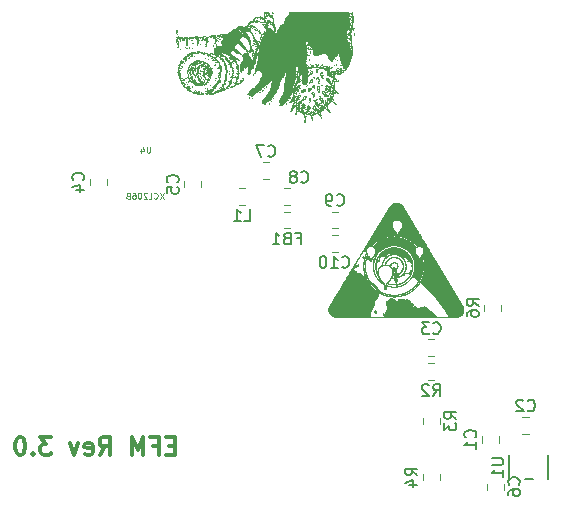
<source format=gbr>
G04 #@! TF.GenerationSoftware,KiCad,Pcbnew,5.0.1*
G04 #@! TF.CreationDate,2019-02-12T17:29:55-06:00*
G04 #@! TF.ProjectId,EFM,45464D2E6B696361645F706362000000,rev?*
G04 #@! TF.SameCoordinates,Original*
G04 #@! TF.FileFunction,Legend,Bot*
G04 #@! TF.FilePolarity,Positive*
%FSLAX46Y46*%
G04 Gerber Fmt 4.6, Leading zero omitted, Abs format (unit mm)*
G04 Created by KiCad (PCBNEW 5.0.1) date Tue 12 Feb 2019 05:29:55 PM CST*
%MOMM*%
%LPD*%
G01*
G04 APERTURE LIST*
%ADD10C,0.300000*%
%ADD11C,0.120000*%
%ADD12C,0.152400*%
%ADD13C,0.010000*%
%ADD14C,0.150000*%
%ADD15C,0.125000*%
G04 APERTURE END LIST*
D10*
X209864285Y-70092857D02*
X209364285Y-70092857D01*
X209150000Y-70878571D02*
X209864285Y-70878571D01*
X209864285Y-69378571D01*
X209150000Y-69378571D01*
X208007142Y-70092857D02*
X208507142Y-70092857D01*
X208507142Y-70878571D02*
X208507142Y-69378571D01*
X207792857Y-69378571D01*
X207221428Y-70878571D02*
X207221428Y-69378571D01*
X206721428Y-70450000D01*
X206221428Y-69378571D01*
X206221428Y-70878571D01*
X203507142Y-70878571D02*
X204007142Y-70164285D01*
X204364285Y-70878571D02*
X204364285Y-69378571D01*
X203792857Y-69378571D01*
X203650000Y-69450000D01*
X203578571Y-69521428D01*
X203507142Y-69664285D01*
X203507142Y-69878571D01*
X203578571Y-70021428D01*
X203650000Y-70092857D01*
X203792857Y-70164285D01*
X204364285Y-70164285D01*
X202292857Y-70807142D02*
X202435714Y-70878571D01*
X202721428Y-70878571D01*
X202864285Y-70807142D01*
X202935714Y-70664285D01*
X202935714Y-70092857D01*
X202864285Y-69950000D01*
X202721428Y-69878571D01*
X202435714Y-69878571D01*
X202292857Y-69950000D01*
X202221428Y-70092857D01*
X202221428Y-70235714D01*
X202935714Y-70378571D01*
X201721428Y-69878571D02*
X201364285Y-70878571D01*
X201007142Y-69878571D01*
X199435714Y-69378571D02*
X198507142Y-69378571D01*
X199007142Y-69950000D01*
X198792857Y-69950000D01*
X198650000Y-70021428D01*
X198578571Y-70092857D01*
X198507142Y-70235714D01*
X198507142Y-70592857D01*
X198578571Y-70735714D01*
X198650000Y-70807142D01*
X198792857Y-70878571D01*
X199221428Y-70878571D01*
X199364285Y-70807142D01*
X199435714Y-70735714D01*
X197864285Y-70735714D02*
X197792857Y-70807142D01*
X197864285Y-70878571D01*
X197935714Y-70807142D01*
X197864285Y-70735714D01*
X197864285Y-70878571D01*
X196864285Y-69378571D02*
X196721428Y-69378571D01*
X196578571Y-69450000D01*
X196507142Y-69521428D01*
X196435714Y-69664285D01*
X196364285Y-69950000D01*
X196364285Y-70307142D01*
X196435714Y-70592857D01*
X196507142Y-70735714D01*
X196578571Y-70807142D01*
X196721428Y-70878571D01*
X196864285Y-70878571D01*
X197007142Y-70807142D01*
X197078571Y-70735714D01*
X197150000Y-70592857D01*
X197221428Y-70307142D01*
X197221428Y-69950000D01*
X197150000Y-69664285D01*
X197078571Y-69521428D01*
X197007142Y-69450000D01*
X196864285Y-69378571D01*
D11*
G04 #@! TO.C,C1*
X237310000Y-69313748D02*
X237310000Y-69836252D01*
X235890000Y-69313748D02*
X235890000Y-69836252D01*
G04 #@! TO.C,C2*
X239836252Y-67690000D02*
X239313748Y-67690000D01*
X239836252Y-69110000D02*
X239313748Y-69110000D01*
G04 #@! TO.C,C3*
X231313748Y-62510000D02*
X231836252Y-62510000D01*
X231313748Y-61090000D02*
X231836252Y-61090000D01*
G04 #@! TO.C,C4*
X202690000Y-47513748D02*
X202690000Y-48036252D01*
X204110000Y-47513748D02*
X204110000Y-48036252D01*
G04 #@! TO.C,C5*
X212110000Y-47713748D02*
X212110000Y-48236252D01*
X210690000Y-47713748D02*
X210690000Y-48236252D01*
G04 #@! TO.C,C6*
X237710000Y-73836252D02*
X237710000Y-73313748D01*
X236290000Y-73836252D02*
X236290000Y-73313748D01*
G04 #@! TO.C,C7*
X217363748Y-46090000D02*
X217886252Y-46090000D01*
X217363748Y-47510000D02*
X217886252Y-47510000D01*
G04 #@! TO.C,C8*
X219113748Y-48290000D02*
X219636252Y-48290000D01*
X219113748Y-49710000D02*
X219636252Y-49710000D01*
G04 #@! TO.C,C9*
X223686252Y-50290000D02*
X223163748Y-50290000D01*
X223686252Y-51710000D02*
X223163748Y-51710000D01*
G04 #@! TO.C,C10*
X223686252Y-53710000D02*
X223163748Y-53710000D01*
X223686252Y-52290000D02*
X223163748Y-52290000D01*
G04 #@! TO.C,FB1*
X219636252Y-50290000D02*
X219113748Y-50290000D01*
X219636252Y-51710000D02*
X219113748Y-51710000D01*
G04 #@! TO.C,L1*
X215313748Y-48290000D02*
X215836252Y-48290000D01*
X215313748Y-49710000D02*
X215836252Y-49710000D01*
G04 #@! TO.C,R2*
X231313748Y-63090000D02*
X231836252Y-63090000D01*
X231313748Y-64510000D02*
X231836252Y-64510000D01*
G04 #@! TO.C,R3*
X232310000Y-68261252D02*
X232310000Y-67738748D01*
X230890000Y-68261252D02*
X230890000Y-67738748D01*
G04 #@! TO.C,R4*
X232310000Y-72513748D02*
X232310000Y-73036252D01*
X230890000Y-72513748D02*
X230890000Y-73036252D01*
G04 #@! TO.C,R6*
X237510000Y-58163748D02*
X237510000Y-58686252D01*
X236090000Y-58163748D02*
X236090000Y-58686252D01*
D12*
G04 #@! TO.C,U1*
X241500999Y-70914300D02*
X241500999Y-72920900D01*
X240187860Y-72920900D02*
X239512138Y-72920900D01*
X238198999Y-72920900D02*
X238198999Y-70914300D01*
D13*
G04 #@! TO.C,G\002A\002A\002A*
G36*
X220191600Y-37934900D02*
X220178900Y-37922200D01*
X220166200Y-37934900D01*
X220178900Y-37947600D01*
X220191600Y-37934900D01*
X220191600Y-37934900D01*
G37*
X220191600Y-37934900D02*
X220178900Y-37922200D01*
X220166200Y-37934900D01*
X220178900Y-37947600D01*
X220191600Y-37934900D01*
G36*
X221529333Y-42536534D02*
X221532373Y-42506390D01*
X221529333Y-42502667D01*
X221514233Y-42506154D01*
X221512400Y-42519600D01*
X221521693Y-42540508D01*
X221529333Y-42536534D01*
X221529333Y-42536534D01*
G37*
X221529333Y-42536534D02*
X221532373Y-42506390D01*
X221529333Y-42502667D01*
X221514233Y-42506154D01*
X221512400Y-42519600D01*
X221521693Y-42540508D01*
X221529333Y-42536534D01*
G36*
X220871470Y-42691029D02*
X220883733Y-42620961D01*
X220887766Y-42593684D01*
X220894702Y-42518351D01*
X220886228Y-42482975D01*
X220871971Y-42477232D01*
X220851956Y-42494506D01*
X220845946Y-42550805D01*
X220848214Y-42601668D01*
X220855252Y-42681072D01*
X220862490Y-42710962D01*
X220871470Y-42691029D01*
X220871470Y-42691029D01*
G37*
X220871470Y-42691029D02*
X220883733Y-42620961D01*
X220887766Y-42593684D01*
X220894702Y-42518351D01*
X220886228Y-42482975D01*
X220871971Y-42477232D01*
X220851956Y-42494506D01*
X220845946Y-42550805D01*
X220848214Y-42601668D01*
X220855252Y-42681072D01*
X220862490Y-42710962D01*
X220871470Y-42691029D01*
G36*
X220919621Y-42424350D02*
X220922976Y-42372348D01*
X220919621Y-42360850D01*
X220910351Y-42357660D01*
X220906810Y-42392600D01*
X220910802Y-42428659D01*
X220919621Y-42424350D01*
X220919621Y-42424350D01*
G37*
X220919621Y-42424350D02*
X220922976Y-42372348D01*
X220919621Y-42360850D01*
X220910351Y-42357660D01*
X220906810Y-42392600D01*
X220910802Y-42428659D01*
X220919621Y-42424350D01*
G36*
X222273622Y-42329100D02*
X222260975Y-42287359D01*
X222249000Y-42265600D01*
X222228873Y-42245270D01*
X222224377Y-42252900D01*
X222237024Y-42294642D01*
X222249000Y-42316400D01*
X222269126Y-42336731D01*
X222273622Y-42329100D01*
X222273622Y-42329100D01*
G37*
X222273622Y-42329100D02*
X222260975Y-42287359D01*
X222249000Y-42265600D01*
X222228873Y-42245270D01*
X222224377Y-42252900D01*
X222237024Y-42294642D01*
X222249000Y-42316400D01*
X222269126Y-42336731D01*
X222273622Y-42329100D01*
G36*
X221512187Y-42410642D02*
X221512400Y-42384375D01*
X221504945Y-42337526D01*
X221487000Y-42329100D01*
X221465023Y-42323627D01*
X221461600Y-42306699D01*
X221446696Y-42262814D01*
X221436200Y-42252900D01*
X221412490Y-42247425D01*
X221410800Y-42251494D01*
X221421764Y-42280794D01*
X221449244Y-42337084D01*
X221461600Y-42360566D01*
X221493378Y-42418021D01*
X221508031Y-42433678D01*
X221512187Y-42410642D01*
X221512187Y-42410642D01*
G37*
X221512187Y-42410642D02*
X221512400Y-42384375D01*
X221504945Y-42337526D01*
X221487000Y-42329100D01*
X221465023Y-42323627D01*
X221461600Y-42306699D01*
X221446696Y-42262814D01*
X221436200Y-42252900D01*
X221412490Y-42247425D01*
X221410800Y-42251494D01*
X221421764Y-42280794D01*
X221449244Y-42337084D01*
X221461600Y-42360566D01*
X221493378Y-42418021D01*
X221508031Y-42433678D01*
X221512187Y-42410642D01*
G36*
X220953600Y-42227500D02*
X220940900Y-42214800D01*
X220928200Y-42227500D01*
X220940900Y-42240200D01*
X220953600Y-42227500D01*
X220953600Y-42227500D01*
G37*
X220953600Y-42227500D02*
X220940900Y-42214800D01*
X220928200Y-42227500D01*
X220940900Y-42240200D01*
X220953600Y-42227500D01*
G36*
X221410800Y-42202100D02*
X221398100Y-42189400D01*
X221385400Y-42202100D01*
X221398100Y-42214800D01*
X221410800Y-42202100D01*
X221410800Y-42202100D01*
G37*
X221410800Y-42202100D02*
X221398100Y-42189400D01*
X221385400Y-42202100D01*
X221398100Y-42214800D01*
X221410800Y-42202100D01*
G36*
X222215133Y-42130134D02*
X222218173Y-42099990D01*
X222215133Y-42096267D01*
X222200033Y-42099754D01*
X222198200Y-42113200D01*
X222207493Y-42134108D01*
X222215133Y-42130134D01*
X222215133Y-42130134D01*
G37*
X222215133Y-42130134D02*
X222218173Y-42099990D01*
X222215133Y-42096267D01*
X222200033Y-42099754D01*
X222198200Y-42113200D01*
X222207493Y-42134108D01*
X222215133Y-42130134D01*
G36*
X222172716Y-42168905D02*
X222172800Y-42167041D01*
X222156254Y-42124089D01*
X222134700Y-42096872D01*
X222105257Y-42074990D01*
X222097407Y-42079636D01*
X222109355Y-42112428D01*
X222134527Y-42148251D01*
X222159966Y-42172084D01*
X222172716Y-42168905D01*
X222172716Y-42168905D01*
G37*
X222172716Y-42168905D02*
X222172800Y-42167041D01*
X222156254Y-42124089D01*
X222134700Y-42096872D01*
X222105257Y-42074990D01*
X222097407Y-42079636D01*
X222109355Y-42112428D01*
X222134527Y-42148251D01*
X222159966Y-42172084D01*
X222172716Y-42168905D01*
G36*
X221613261Y-41966872D02*
X221614000Y-41960800D01*
X221594671Y-41936139D01*
X221588600Y-41935400D01*
X221563938Y-41954729D01*
X221563200Y-41960800D01*
X221582528Y-41985462D01*
X221588600Y-41986200D01*
X221613261Y-41966872D01*
X221613261Y-41966872D01*
G37*
X221613261Y-41966872D02*
X221614000Y-41960800D01*
X221594671Y-41936139D01*
X221588600Y-41935400D01*
X221563938Y-41954729D01*
X221563200Y-41960800D01*
X221582528Y-41985462D01*
X221588600Y-41986200D01*
X221613261Y-41966872D01*
G36*
X221222334Y-41974253D02*
X221220300Y-41960800D01*
X221198573Y-41936596D01*
X221194900Y-41935400D01*
X221174705Y-41953116D01*
X221169500Y-41960800D01*
X221175531Y-41982319D01*
X221194900Y-41986200D01*
X221222334Y-41974253D01*
X221222334Y-41974253D01*
G37*
X221222334Y-41974253D02*
X221220300Y-41960800D01*
X221198573Y-41936596D01*
X221194900Y-41935400D01*
X221174705Y-41953116D01*
X221169500Y-41960800D01*
X221175531Y-41982319D01*
X221194900Y-41986200D01*
X221222334Y-41974253D01*
G36*
X221550656Y-42062148D02*
X221586797Y-42039983D01*
X221609149Y-42036859D01*
X221683948Y-42026459D01*
X221773652Y-42001109D01*
X221851818Y-41969003D01*
X221877229Y-41953779D01*
X221907127Y-41928672D01*
X221892576Y-41921284D01*
X221870008Y-41920886D01*
X221824655Y-41929514D01*
X221810964Y-41941408D01*
X221781200Y-41961784D01*
X221716164Y-41979035D01*
X221631382Y-41989907D01*
X221569496Y-41991989D01*
X221498790Y-41998157D01*
X221476076Y-42018974D01*
X221500457Y-42055273D01*
X221501023Y-42055798D01*
X221537401Y-42072129D01*
X221550656Y-42062148D01*
X221550656Y-42062148D01*
G37*
X221550656Y-42062148D02*
X221586797Y-42039983D01*
X221609149Y-42036859D01*
X221683948Y-42026459D01*
X221773652Y-42001109D01*
X221851818Y-41969003D01*
X221877229Y-41953779D01*
X221907127Y-41928672D01*
X221892576Y-41921284D01*
X221870008Y-41920886D01*
X221824655Y-41929514D01*
X221810964Y-41941408D01*
X221781200Y-41961784D01*
X221716164Y-41979035D01*
X221631382Y-41989907D01*
X221569496Y-41991989D01*
X221498790Y-41998157D01*
X221476076Y-42018974D01*
X221500457Y-42055273D01*
X221501023Y-42055798D01*
X221537401Y-42072129D01*
X221550656Y-42062148D01*
G36*
X220945133Y-41952334D02*
X220948173Y-41922190D01*
X220945133Y-41918467D01*
X220930033Y-41921954D01*
X220928200Y-41935400D01*
X220937493Y-41956308D01*
X220945133Y-41952334D01*
X220945133Y-41952334D01*
G37*
X220945133Y-41952334D02*
X220948173Y-41922190D01*
X220945133Y-41918467D01*
X220930033Y-41921954D01*
X220928200Y-41935400D01*
X220937493Y-41956308D01*
X220945133Y-41952334D01*
G36*
X221690200Y-41897300D02*
X221677500Y-41884600D01*
X221664800Y-41897300D01*
X221677500Y-41910000D01*
X221690200Y-41897300D01*
X221690200Y-41897300D01*
G37*
X221690200Y-41897300D02*
X221677500Y-41884600D01*
X221664800Y-41897300D01*
X221677500Y-41910000D01*
X221690200Y-41897300D01*
G36*
X220072424Y-42040240D02*
X220107355Y-41998124D01*
X220115400Y-41972507D01*
X220135144Y-41935175D01*
X220145898Y-41929468D01*
X220163208Y-41915269D01*
X220145851Y-41900422D01*
X220114711Y-41906010D01*
X220089189Y-41950232D01*
X220064295Y-42010386D01*
X220046261Y-42047010D01*
X220048552Y-42056112D01*
X220072424Y-42040240D01*
X220072424Y-42040240D01*
G37*
X220072424Y-42040240D02*
X220107355Y-41998124D01*
X220115400Y-41972507D01*
X220135144Y-41935175D01*
X220145898Y-41929468D01*
X220163208Y-41915269D01*
X220145851Y-41900422D01*
X220114711Y-41906010D01*
X220089189Y-41950232D01*
X220064295Y-42010386D01*
X220046261Y-42047010D01*
X220048552Y-42056112D01*
X220072424Y-42040240D01*
G36*
X220750400Y-41821100D02*
X220737700Y-41808400D01*
X220725000Y-41821100D01*
X220737700Y-41833800D01*
X220750400Y-41821100D01*
X220750400Y-41821100D01*
G37*
X220750400Y-41821100D02*
X220737700Y-41808400D01*
X220725000Y-41821100D01*
X220737700Y-41833800D01*
X220750400Y-41821100D01*
G36*
X220140800Y-41821100D02*
X220128100Y-41808400D01*
X220115400Y-41821100D01*
X220128100Y-41833800D01*
X220140800Y-41821100D01*
X220140800Y-41821100D01*
G37*
X220140800Y-41821100D02*
X220128100Y-41808400D01*
X220115400Y-41821100D01*
X220128100Y-41833800D01*
X220140800Y-41821100D01*
G36*
X221605951Y-41838563D02*
X221608979Y-41798866D01*
X221603945Y-41789880D01*
X221592401Y-41797455D01*
X221590605Y-41823217D01*
X221596808Y-41850320D01*
X221605951Y-41838563D01*
X221605951Y-41838563D01*
G37*
X221605951Y-41838563D02*
X221608979Y-41798866D01*
X221603945Y-41789880D01*
X221592401Y-41797455D01*
X221590605Y-41823217D01*
X221596808Y-41850320D01*
X221605951Y-41838563D01*
G36*
X221097533Y-41825334D02*
X221100573Y-41795190D01*
X221097533Y-41791467D01*
X221082433Y-41794954D01*
X221080600Y-41808400D01*
X221089893Y-41829308D01*
X221097533Y-41825334D01*
X221097533Y-41825334D01*
G37*
X221097533Y-41825334D02*
X221100573Y-41795190D01*
X221097533Y-41791467D01*
X221082433Y-41794954D01*
X221080600Y-41808400D01*
X221089893Y-41829308D01*
X221097533Y-41825334D01*
G36*
X221374047Y-42132240D02*
X221373377Y-42129891D01*
X221348532Y-42037363D01*
X221340201Y-41984335D01*
X221347484Y-41962586D01*
X221354868Y-41960800D01*
X221369592Y-41940472D01*
X221366388Y-41906288D01*
X221362584Y-41868218D01*
X221388556Y-41859963D01*
X221419788Y-41864708D01*
X221465291Y-41868108D01*
X221466773Y-41851414D01*
X221465232Y-41849371D01*
X221437759Y-41805729D01*
X221433260Y-41795700D01*
X221411564Y-41794321D01*
X221370925Y-41823906D01*
X221363175Y-41831481D01*
X221320928Y-41891750D01*
X221302859Y-41952095D01*
X221302850Y-41953189D01*
X221298206Y-41994083D01*
X221289312Y-42000179D01*
X221261312Y-42001747D01*
X221244514Y-42012584D01*
X221193630Y-42025847D01*
X221102477Y-42012985D01*
X221020141Y-41994792D01*
X220975602Y-41988947D01*
X220957284Y-41995856D01*
X220953608Y-42015924D01*
X220953600Y-42018196D01*
X220975563Y-42041842D01*
X221023450Y-42051165D01*
X221153230Y-42054074D01*
X221241673Y-42059813D01*
X221298232Y-42070320D01*
X221332361Y-42087534D01*
X221353516Y-42113395D01*
X221356904Y-42119550D01*
X221374931Y-42148457D01*
X221374047Y-42132240D01*
X221374047Y-42132240D01*
G37*
X221374047Y-42132240D02*
X221373377Y-42129891D01*
X221348532Y-42037363D01*
X221340201Y-41984335D01*
X221347484Y-41962586D01*
X221354868Y-41960800D01*
X221369592Y-41940472D01*
X221366388Y-41906288D01*
X221362584Y-41868218D01*
X221388556Y-41859963D01*
X221419788Y-41864708D01*
X221465291Y-41868108D01*
X221466773Y-41851414D01*
X221465232Y-41849371D01*
X221437759Y-41805729D01*
X221433260Y-41795700D01*
X221411564Y-41794321D01*
X221370925Y-41823906D01*
X221363175Y-41831481D01*
X221320928Y-41891750D01*
X221302859Y-41952095D01*
X221302850Y-41953189D01*
X221298206Y-41994083D01*
X221289312Y-42000179D01*
X221261312Y-42001747D01*
X221244514Y-42012584D01*
X221193630Y-42025847D01*
X221102477Y-42012985D01*
X221020141Y-41994792D01*
X220975602Y-41988947D01*
X220957284Y-41995856D01*
X220953608Y-42015924D01*
X220953600Y-42018196D01*
X220975563Y-42041842D01*
X221023450Y-42051165D01*
X221153230Y-42054074D01*
X221241673Y-42059813D01*
X221298232Y-42070320D01*
X221332361Y-42087534D01*
X221353516Y-42113395D01*
X221356904Y-42119550D01*
X221374931Y-42148457D01*
X221374047Y-42132240D01*
G36*
X220716533Y-41749134D02*
X220713046Y-41734034D01*
X220699600Y-41732200D01*
X220678692Y-41741494D01*
X220682666Y-41749134D01*
X220712810Y-41752174D01*
X220716533Y-41749134D01*
X220716533Y-41749134D01*
G37*
X220716533Y-41749134D02*
X220713046Y-41734034D01*
X220699600Y-41732200D01*
X220678692Y-41741494D01*
X220682666Y-41749134D01*
X220712810Y-41752174D01*
X220716533Y-41749134D01*
G36*
X221046733Y-41749134D02*
X221049773Y-41718990D01*
X221046733Y-41715267D01*
X221031633Y-41718754D01*
X221029800Y-41732200D01*
X221039093Y-41753108D01*
X221046733Y-41749134D01*
X221046733Y-41749134D01*
G37*
X221046733Y-41749134D02*
X221049773Y-41718990D01*
X221046733Y-41715267D01*
X221031633Y-41718754D01*
X221029800Y-41732200D01*
X221039093Y-41753108D01*
X221046733Y-41749134D01*
G36*
X220158151Y-41762363D02*
X220161179Y-41722666D01*
X220156145Y-41713680D01*
X220144601Y-41721255D01*
X220142805Y-41747017D01*
X220149008Y-41774120D01*
X220158151Y-41762363D01*
X220158151Y-41762363D01*
G37*
X220158151Y-41762363D02*
X220161179Y-41722666D01*
X220156145Y-41713680D01*
X220144601Y-41721255D01*
X220142805Y-41747017D01*
X220149008Y-41774120D01*
X220158151Y-41762363D01*
G36*
X222198200Y-41694100D02*
X222185500Y-41681400D01*
X222172800Y-41694100D01*
X222185500Y-41706800D01*
X222198200Y-41694100D01*
X222198200Y-41694100D01*
G37*
X222198200Y-41694100D02*
X222185500Y-41681400D01*
X222172800Y-41694100D01*
X222185500Y-41706800D01*
X222198200Y-41694100D01*
G36*
X222057229Y-42002268D02*
X222029733Y-41949431D01*
X222011359Y-41920842D01*
X221966981Y-41837423D01*
X221959494Y-41765749D01*
X221961476Y-41753767D01*
X221967422Y-41697536D01*
X221958962Y-41683258D01*
X221942222Y-41714684D01*
X221935380Y-41737785D01*
X221929640Y-41797798D01*
X221937415Y-41859135D01*
X221954877Y-41901752D01*
X221968276Y-41910000D01*
X221990969Y-41930497D01*
X222017273Y-41976783D01*
X222042913Y-42019875D01*
X222061708Y-42029558D01*
X222057229Y-42002268D01*
X222057229Y-42002268D01*
G37*
X222057229Y-42002268D02*
X222029733Y-41949431D01*
X222011359Y-41920842D01*
X221966981Y-41837423D01*
X221959494Y-41765749D01*
X221961476Y-41753767D01*
X221967422Y-41697536D01*
X221958962Y-41683258D01*
X221942222Y-41714684D01*
X221935380Y-41737785D01*
X221929640Y-41797798D01*
X221937415Y-41859135D01*
X221954877Y-41901752D01*
X221968276Y-41910000D01*
X221990969Y-41930497D01*
X222017273Y-41976783D01*
X222042913Y-42019875D01*
X222061708Y-42029558D01*
X222057229Y-42002268D01*
G36*
X220775800Y-41668700D02*
X220763100Y-41656000D01*
X220750400Y-41668700D01*
X220763100Y-41681400D01*
X220775800Y-41668700D01*
X220775800Y-41668700D01*
G37*
X220775800Y-41668700D02*
X220763100Y-41656000D01*
X220750400Y-41668700D01*
X220763100Y-41681400D01*
X220775800Y-41668700D01*
G36*
X222901431Y-41664993D02*
X222896700Y-41656000D01*
X222872767Y-41631743D01*
X222868301Y-41630600D01*
X222866568Y-41647008D01*
X222871300Y-41656000D01*
X222895232Y-41680258D01*
X222899698Y-41681400D01*
X222901431Y-41664993D01*
X222901431Y-41664993D01*
G37*
X222901431Y-41664993D02*
X222896700Y-41656000D01*
X222872767Y-41631743D01*
X222868301Y-41630600D01*
X222866568Y-41647008D01*
X222871300Y-41656000D01*
X222895232Y-41680258D01*
X222899698Y-41681400D01*
X222901431Y-41664993D01*
G36*
X222172800Y-41643300D02*
X222160100Y-41630600D01*
X222147400Y-41643300D01*
X222160100Y-41656000D01*
X222172800Y-41643300D01*
X222172800Y-41643300D01*
G37*
X222172800Y-41643300D02*
X222160100Y-41630600D01*
X222147400Y-41643300D01*
X222160100Y-41656000D01*
X222172800Y-41643300D01*
G36*
X222223600Y-41617900D02*
X222210900Y-41605200D01*
X222198200Y-41617900D01*
X222210900Y-41630600D01*
X222223600Y-41617900D01*
X222223600Y-41617900D01*
G37*
X222223600Y-41617900D02*
X222210900Y-41605200D01*
X222198200Y-41617900D01*
X222210900Y-41630600D01*
X222223600Y-41617900D01*
G36*
X221861993Y-41669786D02*
X221861470Y-41662030D01*
X221855199Y-41614228D01*
X221843785Y-41610537D01*
X221833075Y-41625463D01*
X221833724Y-41661849D01*
X221843151Y-41682293D01*
X221859333Y-41699069D01*
X221861993Y-41669786D01*
X221861993Y-41669786D01*
G37*
X221861993Y-41669786D02*
X221861470Y-41662030D01*
X221855199Y-41614228D01*
X221843785Y-41610537D01*
X221833075Y-41625463D01*
X221833724Y-41661849D01*
X221843151Y-41682293D01*
X221859333Y-41699069D01*
X221861993Y-41669786D01*
G36*
X220902800Y-41617900D02*
X220890100Y-41605200D01*
X220877400Y-41617900D01*
X220890100Y-41630600D01*
X220902800Y-41617900D01*
X220902800Y-41617900D01*
G37*
X220902800Y-41617900D02*
X220890100Y-41605200D01*
X220877400Y-41617900D01*
X220890100Y-41630600D01*
X220902800Y-41617900D01*
G36*
X221258400Y-41592500D02*
X221245700Y-41579800D01*
X221233000Y-41592500D01*
X221245700Y-41605200D01*
X221258400Y-41592500D01*
X221258400Y-41592500D01*
G37*
X221258400Y-41592500D02*
X221245700Y-41579800D01*
X221233000Y-41592500D01*
X221245700Y-41605200D01*
X221258400Y-41592500D01*
G36*
X222985600Y-41834901D02*
X222964618Y-41805837D01*
X222925909Y-41784449D01*
X222872976Y-41748311D01*
X222819870Y-41688722D01*
X222812037Y-41677127D01*
X222778422Y-41629729D01*
X222759165Y-41612444D01*
X222757427Y-41615487D01*
X222740844Y-41617913D01*
X222701380Y-41592003D01*
X222699850Y-41590732D01*
X222685000Y-41581762D01*
X222701611Y-41604627D01*
X222744300Y-41652423D01*
X222822253Y-41731246D01*
X222892564Y-41793169D01*
X222947705Y-41832499D01*
X222980148Y-41843543D01*
X222985600Y-41834901D01*
X222985600Y-41834901D01*
G37*
X222985600Y-41834901D02*
X222964618Y-41805837D01*
X222925909Y-41784449D01*
X222872976Y-41748311D01*
X222819870Y-41688722D01*
X222812037Y-41677127D01*
X222778422Y-41629729D01*
X222759165Y-41612444D01*
X222757427Y-41615487D01*
X222740844Y-41617913D01*
X222701380Y-41592003D01*
X222699850Y-41590732D01*
X222685000Y-41581762D01*
X222701611Y-41604627D01*
X222744300Y-41652423D01*
X222822253Y-41731246D01*
X222892564Y-41793169D01*
X222947705Y-41832499D01*
X222980148Y-41843543D01*
X222985600Y-41834901D01*
G36*
X221944200Y-41567100D02*
X221931500Y-41554400D01*
X221918800Y-41567100D01*
X221931500Y-41579800D01*
X221944200Y-41567100D01*
X221944200Y-41567100D01*
G37*
X221944200Y-41567100D02*
X221931500Y-41554400D01*
X221918800Y-41567100D01*
X221931500Y-41579800D01*
X221944200Y-41567100D01*
G36*
X220183551Y-41609963D02*
X220186579Y-41570266D01*
X220181545Y-41561280D01*
X220170001Y-41568855D01*
X220168205Y-41594617D01*
X220174408Y-41621720D01*
X220183551Y-41609963D01*
X220183551Y-41609963D01*
G37*
X220183551Y-41609963D02*
X220186579Y-41570266D01*
X220181545Y-41561280D01*
X220170001Y-41568855D01*
X220168205Y-41594617D01*
X220174408Y-41621720D01*
X220183551Y-41609963D01*
G36*
X222172800Y-41541700D02*
X222160100Y-41529000D01*
X222147400Y-41541700D01*
X222160100Y-41554400D01*
X222172800Y-41541700D01*
X222172800Y-41541700D01*
G37*
X222172800Y-41541700D02*
X222160100Y-41529000D01*
X222147400Y-41541700D01*
X222160100Y-41554400D01*
X222172800Y-41541700D01*
G36*
X219701356Y-41754755D02*
X219744193Y-41685493D01*
X219762033Y-41651622D01*
X219787791Y-41594772D01*
X219794585Y-41565272D01*
X219789240Y-41564603D01*
X219760088Y-41560665D01*
X219754162Y-41550187D01*
X219739949Y-41549496D01*
X219718412Y-41587428D01*
X219715595Y-41594478D01*
X219711913Y-41605200D01*
X219734400Y-41605200D01*
X219743693Y-41584293D01*
X219751333Y-41588267D01*
X219754373Y-41618411D01*
X219751333Y-41622134D01*
X219736233Y-41618647D01*
X219734400Y-41605200D01*
X219711913Y-41605200D01*
X219680759Y-41695915D01*
X219667919Y-41757851D01*
X219675358Y-41778169D01*
X219701356Y-41754755D01*
X219701356Y-41754755D01*
G37*
X219701356Y-41754755D02*
X219744193Y-41685493D01*
X219762033Y-41651622D01*
X219787791Y-41594772D01*
X219794585Y-41565272D01*
X219789240Y-41564603D01*
X219760088Y-41560665D01*
X219754162Y-41550187D01*
X219739949Y-41549496D01*
X219718412Y-41587428D01*
X219715595Y-41594478D01*
X219711913Y-41605200D01*
X219734400Y-41605200D01*
X219743693Y-41584293D01*
X219751333Y-41588267D01*
X219754373Y-41618411D01*
X219751333Y-41622134D01*
X219736233Y-41618647D01*
X219734400Y-41605200D01*
X219711913Y-41605200D01*
X219680759Y-41695915D01*
X219667919Y-41757851D01*
X219675358Y-41778169D01*
X219701356Y-41754755D01*
G36*
X222630000Y-41516300D02*
X222617300Y-41503600D01*
X222604600Y-41516300D01*
X222617300Y-41529000D01*
X222630000Y-41516300D01*
X222630000Y-41516300D01*
G37*
X222630000Y-41516300D02*
X222617300Y-41503600D01*
X222604600Y-41516300D01*
X222617300Y-41529000D01*
X222630000Y-41516300D01*
G36*
X222343016Y-41571332D02*
X222331391Y-41562926D01*
X222310783Y-41537953D01*
X222313840Y-41526831D01*
X222318939Y-41504618D01*
X222295961Y-41516127D01*
X222291333Y-41520534D01*
X222275071Y-41557208D01*
X222302976Y-41577118D01*
X222318850Y-41577795D01*
X222343016Y-41571332D01*
X222343016Y-41571332D01*
G37*
X222343016Y-41571332D02*
X222331391Y-41562926D01*
X222310783Y-41537953D01*
X222313840Y-41526831D01*
X222318939Y-41504618D01*
X222295961Y-41516127D01*
X222291333Y-41520534D01*
X222275071Y-41557208D01*
X222302976Y-41577118D01*
X222318850Y-41577795D01*
X222343016Y-41571332D01*
G36*
X222122000Y-41516300D02*
X222109300Y-41503600D01*
X222096600Y-41516300D01*
X222109300Y-41529000D01*
X222122000Y-41516300D01*
X222122000Y-41516300D01*
G37*
X222122000Y-41516300D02*
X222109300Y-41503600D01*
X222096600Y-41516300D01*
X222109300Y-41529000D01*
X222122000Y-41516300D01*
G36*
X221563200Y-41516300D02*
X221550500Y-41503600D01*
X221537800Y-41516300D01*
X221550500Y-41529000D01*
X221563200Y-41516300D01*
X221563200Y-41516300D01*
G37*
X221563200Y-41516300D02*
X221550500Y-41503600D01*
X221537800Y-41516300D01*
X221550500Y-41529000D01*
X221563200Y-41516300D01*
G36*
X221283800Y-41516300D02*
X221271100Y-41503600D01*
X221258400Y-41516300D01*
X221271100Y-41529000D01*
X221283800Y-41516300D01*
X221283800Y-41516300D01*
G37*
X221283800Y-41516300D02*
X221271100Y-41503600D01*
X221258400Y-41516300D01*
X221271100Y-41529000D01*
X221283800Y-41516300D01*
G36*
X220513333Y-41520534D02*
X220509846Y-41505434D01*
X220496400Y-41503600D01*
X220475492Y-41512894D01*
X220479466Y-41520534D01*
X220509610Y-41523574D01*
X220513333Y-41520534D01*
X220513333Y-41520534D01*
G37*
X220513333Y-41520534D02*
X220509846Y-41505434D01*
X220496400Y-41503600D01*
X220475492Y-41512894D01*
X220479466Y-41520534D01*
X220509610Y-41523574D01*
X220513333Y-41520534D01*
G36*
X219861400Y-41516300D02*
X219848700Y-41503600D01*
X219836000Y-41516300D01*
X219848700Y-41529000D01*
X219861400Y-41516300D01*
X219861400Y-41516300D01*
G37*
X219861400Y-41516300D02*
X219848700Y-41503600D01*
X219836000Y-41516300D01*
X219848700Y-41529000D01*
X219861400Y-41516300D01*
G36*
X222807800Y-41490900D02*
X222795100Y-41478200D01*
X222782400Y-41490900D01*
X222795100Y-41503600D01*
X222807800Y-41490900D01*
X222807800Y-41490900D01*
G37*
X222807800Y-41490900D02*
X222795100Y-41478200D01*
X222782400Y-41490900D01*
X222795100Y-41503600D01*
X222807800Y-41490900D01*
G36*
X221173733Y-41520534D02*
X221176773Y-41490390D01*
X221173733Y-41486667D01*
X221158633Y-41490154D01*
X221156800Y-41503600D01*
X221166093Y-41524508D01*
X221173733Y-41520534D01*
X221173733Y-41520534D01*
G37*
X221173733Y-41520534D02*
X221176773Y-41490390D01*
X221173733Y-41486667D01*
X221158633Y-41490154D01*
X221156800Y-41503600D01*
X221166093Y-41524508D01*
X221173733Y-41520534D01*
G36*
X220818133Y-41495134D02*
X220814646Y-41480034D01*
X220801200Y-41478200D01*
X220780292Y-41487494D01*
X220784266Y-41495134D01*
X220814410Y-41498174D01*
X220818133Y-41495134D01*
X220818133Y-41495134D01*
G37*
X220818133Y-41495134D02*
X220814646Y-41480034D01*
X220801200Y-41478200D01*
X220780292Y-41487494D01*
X220784266Y-41495134D01*
X220814410Y-41498174D01*
X220818133Y-41495134D01*
G36*
X220704256Y-41534504D02*
X220723663Y-41502173D01*
X220721190Y-41491324D01*
X220694652Y-41492110D01*
X220691133Y-41495134D01*
X220674386Y-41534237D01*
X220674200Y-41538314D01*
X220687086Y-41547758D01*
X220704256Y-41534504D01*
X220704256Y-41534504D01*
G37*
X220704256Y-41534504D02*
X220723663Y-41502173D01*
X220721190Y-41491324D01*
X220694652Y-41492110D01*
X220691133Y-41495134D01*
X220674386Y-41534237D01*
X220674200Y-41538314D01*
X220687086Y-41547758D01*
X220704256Y-41534504D01*
G36*
X219785200Y-41490900D02*
X219772500Y-41478200D01*
X219759800Y-41490900D01*
X219772500Y-41503600D01*
X219785200Y-41490900D01*
X219785200Y-41490900D01*
G37*
X219785200Y-41490900D02*
X219772500Y-41478200D01*
X219759800Y-41490900D01*
X219772500Y-41503600D01*
X219785200Y-41490900D01*
G36*
X222350600Y-41465500D02*
X222337900Y-41452800D01*
X222325200Y-41465500D01*
X222337900Y-41478200D01*
X222350600Y-41465500D01*
X222350600Y-41465500D01*
G37*
X222350600Y-41465500D02*
X222337900Y-41452800D01*
X222325200Y-41465500D01*
X222337900Y-41478200D01*
X222350600Y-41465500D01*
G36*
X221360000Y-41465500D02*
X221347300Y-41452800D01*
X221334600Y-41465500D01*
X221347300Y-41478200D01*
X221360000Y-41465500D01*
X221360000Y-41465500D01*
G37*
X221360000Y-41465500D02*
X221347300Y-41452800D01*
X221334600Y-41465500D01*
X221347300Y-41478200D01*
X221360000Y-41465500D01*
G36*
X220835166Y-42264294D02*
X220828873Y-42197206D01*
X220815883Y-42129945D01*
X220794728Y-42010090D01*
X220797577Y-41931860D01*
X220825007Y-41891803D01*
X220856776Y-41884600D01*
X220906786Y-41870274D01*
X220954949Y-41837692D01*
X220978811Y-41802447D01*
X220979000Y-41799721D01*
X220958902Y-41799228D01*
X220911556Y-41812188D01*
X220856383Y-41831986D01*
X220812801Y-41852008D01*
X220801200Y-41860277D01*
X220766373Y-41874748D01*
X220714026Y-41878556D01*
X220667200Y-41872135D01*
X220648800Y-41857417D01*
X220633765Y-41841585D01*
X220626385Y-41844655D01*
X220592888Y-41838649D01*
X220535280Y-41803887D01*
X220464893Y-41748009D01*
X220417396Y-41703728D01*
X220386144Y-41638668D01*
X220383254Y-41570565D01*
X220382255Y-41506330D01*
X220370375Y-41466999D01*
X220367276Y-41464188D01*
X220343289Y-41456019D01*
X220341673Y-41457651D01*
X220337041Y-41485468D01*
X220328702Y-41543527D01*
X220327208Y-41554400D01*
X220308178Y-41633065D01*
X220279226Y-41698790D01*
X220278735Y-41699557D01*
X220248264Y-41753267D01*
X220245848Y-41772459D01*
X220270078Y-41753086D01*
X220289497Y-41730465D01*
X220336595Y-41672302D01*
X220429872Y-41765579D01*
X220506538Y-41832467D01*
X220589888Y-41891194D01*
X220619423Y-41907972D01*
X220702779Y-41957199D01*
X220752816Y-42010121D01*
X220780165Y-42083092D01*
X220793850Y-42176330D01*
X220804975Y-42249448D01*
X220818735Y-42292867D01*
X220829395Y-42298365D01*
X220835166Y-42264294D01*
X220835166Y-42264294D01*
G37*
X220835166Y-42264294D02*
X220828873Y-42197206D01*
X220815883Y-42129945D01*
X220794728Y-42010090D01*
X220797577Y-41931860D01*
X220825007Y-41891803D01*
X220856776Y-41884600D01*
X220906786Y-41870274D01*
X220954949Y-41837692D01*
X220978811Y-41802447D01*
X220979000Y-41799721D01*
X220958902Y-41799228D01*
X220911556Y-41812188D01*
X220856383Y-41831986D01*
X220812801Y-41852008D01*
X220801200Y-41860277D01*
X220766373Y-41874748D01*
X220714026Y-41878556D01*
X220667200Y-41872135D01*
X220648800Y-41857417D01*
X220633765Y-41841585D01*
X220626385Y-41844655D01*
X220592888Y-41838649D01*
X220535280Y-41803887D01*
X220464893Y-41748009D01*
X220417396Y-41703728D01*
X220386144Y-41638668D01*
X220383254Y-41570565D01*
X220382255Y-41506330D01*
X220370375Y-41466999D01*
X220367276Y-41464188D01*
X220343289Y-41456019D01*
X220341673Y-41457651D01*
X220337041Y-41485468D01*
X220328702Y-41543527D01*
X220327208Y-41554400D01*
X220308178Y-41633065D01*
X220279226Y-41698790D01*
X220278735Y-41699557D01*
X220248264Y-41753267D01*
X220245848Y-41772459D01*
X220270078Y-41753086D01*
X220289497Y-41730465D01*
X220336595Y-41672302D01*
X220429872Y-41765579D01*
X220506538Y-41832467D01*
X220589888Y-41891194D01*
X220619423Y-41907972D01*
X220702779Y-41957199D01*
X220752816Y-42010121D01*
X220780165Y-42083092D01*
X220793850Y-42176330D01*
X220804975Y-42249448D01*
X220818735Y-42292867D01*
X220829395Y-42298365D01*
X220835166Y-42264294D01*
G36*
X220877400Y-41440100D02*
X220864700Y-41427400D01*
X220852000Y-41440100D01*
X220864700Y-41452800D01*
X220877400Y-41440100D01*
X220877400Y-41440100D01*
G37*
X220877400Y-41440100D02*
X220864700Y-41427400D01*
X220852000Y-41440100D01*
X220864700Y-41452800D01*
X220877400Y-41440100D01*
G36*
X222426800Y-41414700D02*
X222414100Y-41402000D01*
X222401400Y-41414700D01*
X222414100Y-41427400D01*
X222426800Y-41414700D01*
X222426800Y-41414700D01*
G37*
X222426800Y-41414700D02*
X222414100Y-41402000D01*
X222401400Y-41414700D01*
X222414100Y-41427400D01*
X222426800Y-41414700D01*
G36*
X222270475Y-41442526D02*
X222297529Y-41418915D01*
X222299800Y-41413201D01*
X222287745Y-41402762D01*
X222262649Y-41426154D01*
X222259274Y-41431325D01*
X222256280Y-41448706D01*
X222270475Y-41442526D01*
X222270475Y-41442526D01*
G37*
X222270475Y-41442526D02*
X222297529Y-41418915D01*
X222299800Y-41413201D01*
X222287745Y-41402762D01*
X222262649Y-41426154D01*
X222259274Y-41431325D01*
X222256280Y-41448706D01*
X222270475Y-41442526D01*
G36*
X222197166Y-41434362D02*
X222198200Y-41427400D01*
X222189533Y-41402661D01*
X222186999Y-41402000D01*
X222165313Y-41419799D01*
X222160100Y-41427400D01*
X222162113Y-41450806D01*
X222171300Y-41452800D01*
X222197166Y-41434362D01*
X222197166Y-41434362D01*
G37*
X222197166Y-41434362D02*
X222198200Y-41427400D01*
X222189533Y-41402661D01*
X222186999Y-41402000D01*
X222165313Y-41419799D01*
X222160100Y-41427400D01*
X222162113Y-41450806D01*
X222171300Y-41452800D01*
X222197166Y-41434362D01*
G36*
X221995000Y-41414700D02*
X221982300Y-41402000D01*
X221969600Y-41414700D01*
X221982300Y-41427400D01*
X221995000Y-41414700D01*
X221995000Y-41414700D01*
G37*
X221995000Y-41414700D02*
X221982300Y-41402000D01*
X221969600Y-41414700D01*
X221982300Y-41427400D01*
X221995000Y-41414700D01*
G36*
X221249668Y-41437240D02*
X221245700Y-41427400D01*
X221222875Y-41403169D01*
X221218800Y-41402000D01*
X221207891Y-41421652D01*
X221207600Y-41427400D01*
X221227126Y-41451824D01*
X221234499Y-41452800D01*
X221249668Y-41437240D01*
X221249668Y-41437240D01*
G37*
X221249668Y-41437240D02*
X221245700Y-41427400D01*
X221222875Y-41403169D01*
X221218800Y-41402000D01*
X221207891Y-41421652D01*
X221207600Y-41427400D01*
X221227126Y-41451824D01*
X221234499Y-41452800D01*
X221249668Y-41437240D01*
G36*
X220928200Y-41414700D02*
X220915500Y-41402000D01*
X220902800Y-41414700D01*
X220915500Y-41427400D01*
X220928200Y-41414700D01*
X220928200Y-41414700D01*
G37*
X220928200Y-41414700D02*
X220915500Y-41402000D01*
X220902800Y-41414700D01*
X220915500Y-41427400D01*
X220928200Y-41414700D01*
G36*
X220420200Y-41414700D02*
X220407500Y-41402000D01*
X220394800Y-41414700D01*
X220407500Y-41427400D01*
X220420200Y-41414700D01*
X220420200Y-41414700D01*
G37*
X220420200Y-41414700D02*
X220407500Y-41402000D01*
X220394800Y-41414700D01*
X220407500Y-41427400D01*
X220420200Y-41414700D01*
G36*
X220181203Y-41471663D02*
X220174359Y-41448663D01*
X220154113Y-41427910D01*
X220122176Y-41411530D01*
X220115400Y-41422791D01*
X220131270Y-41456067D01*
X220162804Y-41475635D01*
X220181203Y-41471663D01*
X220181203Y-41471663D01*
G37*
X220181203Y-41471663D02*
X220174359Y-41448663D01*
X220154113Y-41427910D01*
X220122176Y-41411530D01*
X220115400Y-41422791D01*
X220131270Y-41456067D01*
X220162804Y-41475635D01*
X220181203Y-41471663D01*
G36*
X219891394Y-41459421D02*
X219898918Y-41453283D01*
X219934145Y-41417485D01*
X219926026Y-41402808D01*
X219914917Y-41402000D01*
X219887639Y-41422359D01*
X219876236Y-41443693D01*
X219869723Y-41471114D01*
X219891394Y-41459421D01*
X219891394Y-41459421D01*
G37*
X219891394Y-41459421D02*
X219898918Y-41453283D01*
X219934145Y-41417485D01*
X219926026Y-41402808D01*
X219914917Y-41402000D01*
X219887639Y-41422359D01*
X219876236Y-41443693D01*
X219869723Y-41471114D01*
X219891394Y-41459421D01*
G36*
X222774645Y-41413903D02*
X222760151Y-41395227D01*
X222738795Y-41379176D01*
X222744124Y-41404627D01*
X222745933Y-41409446D01*
X222766054Y-41440549D01*
X222777494Y-41440773D01*
X222774645Y-41413903D01*
X222774645Y-41413903D01*
G37*
X222774645Y-41413903D02*
X222760151Y-41395227D01*
X222738795Y-41379176D01*
X222744124Y-41404627D01*
X222745933Y-41409446D01*
X222766054Y-41440549D01*
X222777494Y-41440773D01*
X222774645Y-41413903D01*
G36*
X220775449Y-41432587D02*
X220784985Y-41414700D01*
X220794866Y-41382676D01*
X220794052Y-41378606D01*
X220769225Y-41388406D01*
X220756750Y-41393422D01*
X220728972Y-41418551D01*
X220729497Y-41445449D01*
X220747682Y-41452800D01*
X220775449Y-41432587D01*
X220775449Y-41432587D01*
G37*
X220775449Y-41432587D02*
X220784985Y-41414700D01*
X220794866Y-41382676D01*
X220794052Y-41378606D01*
X220769225Y-41388406D01*
X220756750Y-41393422D01*
X220728972Y-41418551D01*
X220729497Y-41445449D01*
X220747682Y-41452800D01*
X220775449Y-41432587D01*
G36*
X220226502Y-41518257D02*
X220257695Y-41484036D01*
X220283969Y-41439286D01*
X220292392Y-41408350D01*
X220281732Y-41377969D01*
X220255362Y-41384339D01*
X220225555Y-41421819D01*
X220215660Y-41443623D01*
X220201456Y-41496561D01*
X220203851Y-41524319D01*
X220226502Y-41518257D01*
X220226502Y-41518257D01*
G37*
X220226502Y-41518257D02*
X220257695Y-41484036D01*
X220283969Y-41439286D01*
X220292392Y-41408350D01*
X220281732Y-41377969D01*
X220255362Y-41384339D01*
X220225555Y-41421819D01*
X220215660Y-41443623D01*
X220201456Y-41496561D01*
X220203851Y-41524319D01*
X220226502Y-41518257D01*
G36*
X222350600Y-41363900D02*
X222337900Y-41351200D01*
X222325200Y-41363900D01*
X222337900Y-41376600D01*
X222350600Y-41363900D01*
X222350600Y-41363900D01*
G37*
X222350600Y-41363900D02*
X222337900Y-41351200D01*
X222325200Y-41363900D01*
X222337900Y-41376600D01*
X222350600Y-41363900D01*
G36*
X222249000Y-41363900D02*
X222236300Y-41351200D01*
X222223600Y-41363900D01*
X222236300Y-41376600D01*
X222249000Y-41363900D01*
X222249000Y-41363900D01*
G37*
X222249000Y-41363900D02*
X222236300Y-41351200D01*
X222223600Y-41363900D01*
X222236300Y-41376600D01*
X222249000Y-41363900D01*
G36*
X221944200Y-41363900D02*
X221931500Y-41351200D01*
X221918800Y-41363900D01*
X221931500Y-41376600D01*
X221944200Y-41363900D01*
X221944200Y-41363900D01*
G37*
X221944200Y-41363900D02*
X221931500Y-41351200D01*
X221918800Y-41363900D01*
X221931500Y-41376600D01*
X221944200Y-41363900D01*
G36*
X219963000Y-41363900D02*
X219950300Y-41351200D01*
X219937600Y-41363900D01*
X219950300Y-41376600D01*
X219963000Y-41363900D01*
X219963000Y-41363900D01*
G37*
X219963000Y-41363900D02*
X219950300Y-41351200D01*
X219937600Y-41363900D01*
X219950300Y-41376600D01*
X219963000Y-41363900D01*
G36*
X222731600Y-41338500D02*
X222718900Y-41325800D01*
X222706200Y-41338500D01*
X222718900Y-41351200D01*
X222731600Y-41338500D01*
X222731600Y-41338500D01*
G37*
X222731600Y-41338500D02*
X222718900Y-41325800D01*
X222706200Y-41338500D01*
X222718900Y-41351200D01*
X222731600Y-41338500D01*
G36*
X219810406Y-41386656D02*
X219813751Y-41383374D01*
X219833814Y-41350071D01*
X219831094Y-41337828D01*
X219812200Y-41345451D01*
X219799533Y-41369155D01*
X219791799Y-41398829D01*
X219810406Y-41386656D01*
X219810406Y-41386656D01*
G37*
X219810406Y-41386656D02*
X219813751Y-41383374D01*
X219833814Y-41350071D01*
X219831094Y-41337828D01*
X219812200Y-41345451D01*
X219799533Y-41369155D01*
X219791799Y-41398829D01*
X219810406Y-41386656D01*
G36*
X220360933Y-41317334D02*
X220357446Y-41302234D01*
X220344000Y-41300400D01*
X220323092Y-41309694D01*
X220327066Y-41317334D01*
X220357210Y-41320374D01*
X220360933Y-41317334D01*
X220360933Y-41317334D01*
G37*
X220360933Y-41317334D02*
X220357446Y-41302234D01*
X220344000Y-41300400D01*
X220323092Y-41309694D01*
X220327066Y-41317334D01*
X220357210Y-41320374D01*
X220360933Y-41317334D01*
G36*
X221765328Y-41762308D02*
X221766400Y-41733987D01*
X221754098Y-41697042D01*
X221734628Y-41695187D01*
X221711307Y-41691560D01*
X221685696Y-41658477D01*
X221654257Y-41589519D01*
X221613453Y-41478268D01*
X221610752Y-41470463D01*
X221591731Y-41405515D01*
X221593975Y-41370302D01*
X221614745Y-41350202D01*
X221664375Y-41329042D01*
X221682699Y-41326189D01*
X221707173Y-41348445D01*
X221726839Y-41404622D01*
X221738060Y-41477854D01*
X221737200Y-41551276D01*
X221734715Y-41567455D01*
X221733042Y-41614485D01*
X221744522Y-41630600D01*
X221765286Y-41610750D01*
X221766400Y-41601651D01*
X221784672Y-41564421D01*
X221810850Y-41538958D01*
X221841401Y-41513030D01*
X221830731Y-41505173D01*
X221810850Y-41504408D01*
X221773910Y-41483062D01*
X221766400Y-41445752D01*
X221753724Y-41387426D01*
X221723340Y-41327176D01*
X221686714Y-41284342D01*
X221665174Y-41275000D01*
X221631258Y-41291152D01*
X221603114Y-41314915D01*
X221569889Y-41363526D01*
X221567805Y-41422358D01*
X221589145Y-41492337D01*
X221601829Y-41558545D01*
X221585553Y-41596172D01*
X221570052Y-41621228D01*
X221594796Y-41616870D01*
X221597493Y-41615847D01*
X221639292Y-41620589D01*
X221655952Y-41647015D01*
X221687564Y-41701919D01*
X221719666Y-41739540D01*
X221753973Y-41769791D01*
X221765328Y-41762308D01*
X221765328Y-41762308D01*
G37*
X221765328Y-41762308D02*
X221766400Y-41733987D01*
X221754098Y-41697042D01*
X221734628Y-41695187D01*
X221711307Y-41691560D01*
X221685696Y-41658477D01*
X221654257Y-41589519D01*
X221613453Y-41478268D01*
X221610752Y-41470463D01*
X221591731Y-41405515D01*
X221593975Y-41370302D01*
X221614745Y-41350202D01*
X221664375Y-41329042D01*
X221682699Y-41326189D01*
X221707173Y-41348445D01*
X221726839Y-41404622D01*
X221738060Y-41477854D01*
X221737200Y-41551276D01*
X221734715Y-41567455D01*
X221733042Y-41614485D01*
X221744522Y-41630600D01*
X221765286Y-41610750D01*
X221766400Y-41601651D01*
X221784672Y-41564421D01*
X221810850Y-41538958D01*
X221841401Y-41513030D01*
X221830731Y-41505173D01*
X221810850Y-41504408D01*
X221773910Y-41483062D01*
X221766400Y-41445752D01*
X221753724Y-41387426D01*
X221723340Y-41327176D01*
X221686714Y-41284342D01*
X221665174Y-41275000D01*
X221631258Y-41291152D01*
X221603114Y-41314915D01*
X221569889Y-41363526D01*
X221567805Y-41422358D01*
X221589145Y-41492337D01*
X221601829Y-41558545D01*
X221585553Y-41596172D01*
X221570052Y-41621228D01*
X221594796Y-41616870D01*
X221597493Y-41615847D01*
X221639292Y-41620589D01*
X221655952Y-41647015D01*
X221687564Y-41701919D01*
X221719666Y-41739540D01*
X221753973Y-41769791D01*
X221765328Y-41762308D01*
G36*
X220868933Y-41291934D02*
X220865446Y-41276834D01*
X220852000Y-41275000D01*
X220831092Y-41284294D01*
X220835066Y-41291934D01*
X220865210Y-41294974D01*
X220868933Y-41291934D01*
X220868933Y-41291934D01*
G37*
X220868933Y-41291934D02*
X220865446Y-41276834D01*
X220852000Y-41275000D01*
X220831092Y-41284294D01*
X220835066Y-41291934D01*
X220865210Y-41294974D01*
X220868933Y-41291934D01*
G36*
X220750400Y-41287700D02*
X220737700Y-41275000D01*
X220725000Y-41287700D01*
X220737700Y-41300400D01*
X220750400Y-41287700D01*
X220750400Y-41287700D01*
G37*
X220750400Y-41287700D02*
X220737700Y-41275000D01*
X220725000Y-41287700D01*
X220737700Y-41300400D01*
X220750400Y-41287700D01*
G36*
X219861400Y-41287700D02*
X219848700Y-41275000D01*
X219836000Y-41287700D01*
X219848700Y-41300400D01*
X219861400Y-41287700D01*
X219861400Y-41287700D01*
G37*
X219861400Y-41287700D02*
X219848700Y-41275000D01*
X219836000Y-41287700D01*
X219848700Y-41300400D01*
X219861400Y-41287700D01*
G36*
X222342133Y-41266534D02*
X222338646Y-41251434D01*
X222325200Y-41249600D01*
X222304292Y-41258894D01*
X222308266Y-41266534D01*
X222338410Y-41269574D01*
X222342133Y-41266534D01*
X222342133Y-41266534D01*
G37*
X222342133Y-41266534D02*
X222338646Y-41251434D01*
X222325200Y-41249600D01*
X222304292Y-41258894D01*
X222308266Y-41266534D01*
X222338410Y-41269574D01*
X222342133Y-41266534D01*
G36*
X219963000Y-41262300D02*
X219950300Y-41249600D01*
X219937600Y-41262300D01*
X219950300Y-41275000D01*
X219963000Y-41262300D01*
X219963000Y-41262300D01*
G37*
X219963000Y-41262300D02*
X219950300Y-41249600D01*
X219937600Y-41262300D01*
X219950300Y-41275000D01*
X219963000Y-41262300D01*
G36*
X218743800Y-41262300D02*
X218731100Y-41249600D01*
X218718400Y-41262300D01*
X218731100Y-41275000D01*
X218743800Y-41262300D01*
X218743800Y-41262300D01*
G37*
X218743800Y-41262300D02*
X218731100Y-41249600D01*
X218718400Y-41262300D01*
X218731100Y-41275000D01*
X218743800Y-41262300D01*
G36*
X222223600Y-41236900D02*
X222210900Y-41224200D01*
X222198200Y-41236900D01*
X222210900Y-41249600D01*
X222223600Y-41236900D01*
X222223600Y-41236900D01*
G37*
X222223600Y-41236900D02*
X222210900Y-41224200D01*
X222198200Y-41236900D01*
X222210900Y-41249600D01*
X222223600Y-41236900D01*
G36*
X222138933Y-41266534D02*
X222141973Y-41236390D01*
X222138933Y-41232667D01*
X222123833Y-41236154D01*
X222122000Y-41249600D01*
X222131293Y-41270508D01*
X222138933Y-41266534D01*
X222138933Y-41266534D01*
G37*
X222138933Y-41266534D02*
X222141973Y-41236390D01*
X222138933Y-41232667D01*
X222123833Y-41236154D01*
X222122000Y-41249600D01*
X222131293Y-41270508D01*
X222138933Y-41266534D01*
G36*
X221205594Y-41735001D02*
X221188719Y-41692145D01*
X221165839Y-41669165D01*
X221140054Y-41632952D01*
X221125931Y-41564964D01*
X221121389Y-41476616D01*
X221122127Y-41386088D01*
X221129989Y-41334722D01*
X221147772Y-41311064D01*
X221163150Y-41305639D01*
X221201404Y-41315666D01*
X221209605Y-41342988D01*
X221216284Y-41367585D01*
X221224203Y-41358205D01*
X221220515Y-41315698D01*
X221199014Y-41273167D01*
X221161231Y-41219224D01*
X221121570Y-41279755D01*
X221095657Y-41342242D01*
X221077455Y-41427691D01*
X221073999Y-41461529D01*
X221061306Y-41543345D01*
X221038497Y-41598471D01*
X221028895Y-41608350D01*
X221010803Y-41624725D01*
X221036715Y-41621253D01*
X221046611Y-41618563D01*
X221086708Y-41616105D01*
X221109119Y-41646145D01*
X221119222Y-41683781D01*
X221136417Y-41734250D01*
X221154493Y-41735622D01*
X221156486Y-41732708D01*
X221176773Y-41715267D01*
X221189820Y-41735676D01*
X221201769Y-41757059D01*
X221205594Y-41735001D01*
X221205594Y-41735001D01*
G37*
X221205594Y-41735001D02*
X221188719Y-41692145D01*
X221165839Y-41669165D01*
X221140054Y-41632952D01*
X221125931Y-41564964D01*
X221121389Y-41476616D01*
X221122127Y-41386088D01*
X221129989Y-41334722D01*
X221147772Y-41311064D01*
X221163150Y-41305639D01*
X221201404Y-41315666D01*
X221209605Y-41342988D01*
X221216284Y-41367585D01*
X221224203Y-41358205D01*
X221220515Y-41315698D01*
X221199014Y-41273167D01*
X221161231Y-41219224D01*
X221121570Y-41279755D01*
X221095657Y-41342242D01*
X221077455Y-41427691D01*
X221073999Y-41461529D01*
X221061306Y-41543345D01*
X221038497Y-41598471D01*
X221028895Y-41608350D01*
X221010803Y-41624725D01*
X221036715Y-41621253D01*
X221046611Y-41618563D01*
X221086708Y-41616105D01*
X221109119Y-41646145D01*
X221119222Y-41683781D01*
X221136417Y-41734250D01*
X221154493Y-41735622D01*
X221156486Y-41732708D01*
X221176773Y-41715267D01*
X221189820Y-41735676D01*
X221201769Y-41757059D01*
X221205594Y-41735001D01*
G36*
X220539151Y-41279763D02*
X220542179Y-41240066D01*
X220537145Y-41231080D01*
X220525601Y-41238655D01*
X220523805Y-41264417D01*
X220530008Y-41291520D01*
X220539151Y-41279763D01*
X220539151Y-41279763D01*
G37*
X220539151Y-41279763D02*
X220542179Y-41240066D01*
X220537145Y-41231080D01*
X220525601Y-41238655D01*
X220523805Y-41264417D01*
X220530008Y-41291520D01*
X220539151Y-41279763D01*
G36*
X220132739Y-41319668D02*
X220140800Y-41286999D01*
X220124059Y-41263021D01*
X220098533Y-41267414D01*
X220069863Y-41270993D01*
X220074632Y-41253917D01*
X220086357Y-41228068D01*
X220066848Y-41235083D01*
X220032850Y-41259558D01*
X219995425Y-41295582D01*
X219992971Y-41315144D01*
X220023930Y-41310572D01*
X220065152Y-41313645D01*
X220076485Y-41324483D01*
X220105468Y-41340547D01*
X220132739Y-41319668D01*
X220132739Y-41319668D01*
G37*
X220132739Y-41319668D02*
X220140800Y-41286999D01*
X220124059Y-41263021D01*
X220098533Y-41267414D01*
X220069863Y-41270993D01*
X220074632Y-41253917D01*
X220086357Y-41228068D01*
X220066848Y-41235083D01*
X220032850Y-41259558D01*
X219995425Y-41295582D01*
X219992971Y-41315144D01*
X220023930Y-41310572D01*
X220065152Y-41313645D01*
X220076485Y-41324483D01*
X220105468Y-41340547D01*
X220132739Y-41319668D01*
G36*
X222723133Y-41164934D02*
X222719646Y-41149834D01*
X222706200Y-41148000D01*
X222685292Y-41157294D01*
X222689266Y-41164934D01*
X222719410Y-41167974D01*
X222723133Y-41164934D01*
X222723133Y-41164934D01*
G37*
X222723133Y-41164934D02*
X222719646Y-41149834D01*
X222706200Y-41148000D01*
X222685292Y-41157294D01*
X222689266Y-41164934D01*
X222719410Y-41167974D01*
X222723133Y-41164934D01*
G36*
X221766400Y-41160700D02*
X221753700Y-41148000D01*
X221741000Y-41160700D01*
X221753700Y-41173400D01*
X221766400Y-41160700D01*
X221766400Y-41160700D01*
G37*
X221766400Y-41160700D02*
X221753700Y-41148000D01*
X221741000Y-41160700D01*
X221753700Y-41173400D01*
X221766400Y-41160700D01*
G36*
X222071200Y-41135300D02*
X222058500Y-41122600D01*
X222045800Y-41135300D01*
X222058500Y-41148000D01*
X222071200Y-41135300D01*
X222071200Y-41135300D01*
G37*
X222071200Y-41135300D02*
X222058500Y-41122600D01*
X222045800Y-41135300D01*
X222058500Y-41148000D01*
X222071200Y-41135300D01*
G36*
X219273275Y-41163126D02*
X219300329Y-41139515D01*
X219302600Y-41133801D01*
X219290545Y-41123362D01*
X219265449Y-41146754D01*
X219262074Y-41151925D01*
X219259080Y-41169306D01*
X219273275Y-41163126D01*
X219273275Y-41163126D01*
G37*
X219273275Y-41163126D02*
X219300329Y-41139515D01*
X219302600Y-41133801D01*
X219290545Y-41123362D01*
X219265449Y-41146754D01*
X219262074Y-41151925D01*
X219259080Y-41169306D01*
X219273275Y-41163126D01*
G36*
X222631755Y-41134216D02*
X222654277Y-41109696D01*
X222628625Y-41097697D01*
X222615800Y-41097200D01*
X222589640Y-41109697D01*
X222592156Y-41123015D01*
X222622596Y-41137667D01*
X222631755Y-41134216D01*
X222631755Y-41134216D01*
G37*
X222631755Y-41134216D02*
X222654277Y-41109696D01*
X222628625Y-41097697D01*
X222615800Y-41097200D01*
X222589640Y-41109697D01*
X222592156Y-41123015D01*
X222622596Y-41137667D01*
X222631755Y-41134216D01*
G36*
X222223600Y-41109900D02*
X222210900Y-41097200D01*
X222198200Y-41109900D01*
X222210900Y-41122600D01*
X222223600Y-41109900D01*
X222223600Y-41109900D01*
G37*
X222223600Y-41109900D02*
X222210900Y-41097200D01*
X222198200Y-41109900D01*
X222210900Y-41122600D01*
X222223600Y-41109900D01*
G36*
X222172800Y-41109900D02*
X222160100Y-41097200D01*
X222147400Y-41109900D01*
X222160100Y-41122600D01*
X222172800Y-41109900D01*
X222172800Y-41109900D01*
G37*
X222172800Y-41109900D02*
X222160100Y-41097200D01*
X222147400Y-41109900D01*
X222160100Y-41122600D01*
X222172800Y-41109900D01*
G36*
X220142555Y-41181873D02*
X220175777Y-41155637D01*
X220217420Y-41121639D01*
X220236669Y-41107435D01*
X220220009Y-41106115D01*
X220170908Y-41107165D01*
X220119573Y-41116213D01*
X220107661Y-41143260D01*
X220110017Y-41155366D01*
X220121593Y-41185507D01*
X220142555Y-41181873D01*
X220142555Y-41181873D01*
G37*
X220142555Y-41181873D02*
X220175777Y-41155637D01*
X220217420Y-41121639D01*
X220236669Y-41107435D01*
X220220009Y-41106115D01*
X220170908Y-41107165D01*
X220119573Y-41116213D01*
X220107661Y-41143260D01*
X220110017Y-41155366D01*
X220121593Y-41185507D01*
X220142555Y-41181873D01*
G36*
X217850875Y-41137726D02*
X217878143Y-41112151D01*
X217872549Y-41097448D01*
X217868999Y-41097200D01*
X217847515Y-41115242D01*
X217839674Y-41126525D01*
X217836680Y-41143906D01*
X217850875Y-41137726D01*
X217850875Y-41137726D01*
G37*
X217850875Y-41137726D02*
X217878143Y-41112151D01*
X217872549Y-41097448D01*
X217868999Y-41097200D01*
X217847515Y-41115242D01*
X217839674Y-41126525D01*
X217836680Y-41143906D01*
X217850875Y-41137726D01*
G36*
X222757000Y-41084500D02*
X222744300Y-41071800D01*
X222731600Y-41084500D01*
X222744300Y-41097200D01*
X222757000Y-41084500D01*
X222757000Y-41084500D01*
G37*
X222757000Y-41084500D02*
X222744300Y-41071800D01*
X222731600Y-41084500D01*
X222744300Y-41097200D01*
X222757000Y-41084500D01*
G36*
X220625065Y-41663014D02*
X220668084Y-41616113D01*
X220685165Y-41585538D01*
X220674758Y-41579411D01*
X220636100Y-41605200D01*
X220601557Y-41626858D01*
X220585398Y-41616018D01*
X220587214Y-41568184D01*
X220606595Y-41478864D01*
X220619946Y-41427636D01*
X220659620Y-41299876D01*
X220698687Y-41219221D01*
X220739924Y-41182089D01*
X220786106Y-41184898D01*
X220801610Y-41193162D01*
X220839873Y-41211626D01*
X220851682Y-41196517D01*
X220852000Y-41188027D01*
X220830832Y-41151704D01*
X220800831Y-41135183D01*
X220766074Y-41113198D01*
X220764230Y-41095372D01*
X220771765Y-41072545D01*
X220751594Y-41080323D01*
X220712911Y-41114394D01*
X220704193Y-41123522D01*
X220676367Y-41172205D01*
X220644171Y-41256433D01*
X220611683Y-41361660D01*
X220582983Y-41473338D01*
X220562150Y-41576922D01*
X220553264Y-41657862D01*
X220553198Y-41661944D01*
X220552624Y-41731387D01*
X220625065Y-41663014D01*
X220625065Y-41663014D01*
G37*
X220625065Y-41663014D02*
X220668084Y-41616113D01*
X220685165Y-41585538D01*
X220674758Y-41579411D01*
X220636100Y-41605200D01*
X220601557Y-41626858D01*
X220585398Y-41616018D01*
X220587214Y-41568184D01*
X220606595Y-41478864D01*
X220619946Y-41427636D01*
X220659620Y-41299876D01*
X220698687Y-41219221D01*
X220739924Y-41182089D01*
X220786106Y-41184898D01*
X220801610Y-41193162D01*
X220839873Y-41211626D01*
X220851682Y-41196517D01*
X220852000Y-41188027D01*
X220830832Y-41151704D01*
X220800831Y-41135183D01*
X220766074Y-41113198D01*
X220764230Y-41095372D01*
X220771765Y-41072545D01*
X220751594Y-41080323D01*
X220712911Y-41114394D01*
X220704193Y-41123522D01*
X220676367Y-41172205D01*
X220644171Y-41256433D01*
X220611683Y-41361660D01*
X220582983Y-41473338D01*
X220562150Y-41576922D01*
X220553264Y-41657862D01*
X220553198Y-41661944D01*
X220552624Y-41731387D01*
X220625065Y-41663014D01*
G36*
X220572600Y-41084500D02*
X220559900Y-41071800D01*
X220547200Y-41084500D01*
X220559900Y-41097200D01*
X220572600Y-41084500D01*
X220572600Y-41084500D01*
G37*
X220572600Y-41084500D02*
X220559900Y-41071800D01*
X220547200Y-41084500D01*
X220559900Y-41097200D01*
X220572600Y-41084500D01*
G36*
X222426800Y-41059100D02*
X222414100Y-41046400D01*
X222401400Y-41059100D01*
X222414100Y-41071800D01*
X222426800Y-41059100D01*
X222426800Y-41059100D01*
G37*
X222426800Y-41059100D02*
X222414100Y-41046400D01*
X222401400Y-41059100D01*
X222414100Y-41071800D01*
X222426800Y-41059100D01*
G36*
X221918800Y-41033700D02*
X221906100Y-41021000D01*
X221893400Y-41033700D01*
X221906100Y-41046400D01*
X221918800Y-41033700D01*
X221918800Y-41033700D01*
G37*
X221918800Y-41033700D02*
X221906100Y-41021000D01*
X221893400Y-41033700D01*
X221906100Y-41046400D01*
X221918800Y-41033700D01*
G36*
X220285285Y-41282349D02*
X220315913Y-41249580D01*
X220318600Y-41234980D01*
X220335776Y-41212174D01*
X220360866Y-41216614D01*
X220389560Y-41220045D01*
X220385410Y-41204156D01*
X220391245Y-41170639D01*
X220427418Y-41120028D01*
X220448510Y-41098240D01*
X220490860Y-41052504D01*
X220505891Y-41024800D01*
X220501156Y-41021000D01*
X220463688Y-41037811D01*
X220427539Y-41068649D01*
X220370319Y-41112886D01*
X220327710Y-41132984D01*
X220279035Y-41172880D01*
X220262645Y-41222402D01*
X220261437Y-41273665D01*
X220281050Y-41283755D01*
X220285285Y-41282349D01*
X220285285Y-41282349D01*
G37*
X220285285Y-41282349D02*
X220315913Y-41249580D01*
X220318600Y-41234980D01*
X220335776Y-41212174D01*
X220360866Y-41216614D01*
X220389560Y-41220045D01*
X220385410Y-41204156D01*
X220391245Y-41170639D01*
X220427418Y-41120028D01*
X220448510Y-41098240D01*
X220490860Y-41052504D01*
X220505891Y-41024800D01*
X220501156Y-41021000D01*
X220463688Y-41037811D01*
X220427539Y-41068649D01*
X220370319Y-41112886D01*
X220327710Y-41132984D01*
X220279035Y-41172880D01*
X220262645Y-41222402D01*
X220261437Y-41273665D01*
X220281050Y-41283755D01*
X220285285Y-41282349D01*
G36*
X222706200Y-41008300D02*
X222693500Y-40995600D01*
X222680800Y-41008300D01*
X222693500Y-41021000D01*
X222706200Y-41008300D01*
X222706200Y-41008300D01*
G37*
X222706200Y-41008300D02*
X222693500Y-40995600D01*
X222680800Y-41008300D01*
X222693500Y-41021000D01*
X222706200Y-41008300D01*
G36*
X222604600Y-41008300D02*
X222591900Y-40995600D01*
X222579200Y-41008300D01*
X222591900Y-41021000D01*
X222604600Y-41008300D01*
X222604600Y-41008300D01*
G37*
X222604600Y-41008300D02*
X222591900Y-40995600D01*
X222579200Y-41008300D01*
X222591900Y-41021000D01*
X222604600Y-41008300D01*
G36*
X221944200Y-40982900D02*
X221931500Y-40970200D01*
X221918800Y-40982900D01*
X221931500Y-40995600D01*
X221944200Y-40982900D01*
X221944200Y-40982900D01*
G37*
X221944200Y-40982900D02*
X221931500Y-40970200D01*
X221918800Y-40982900D01*
X221931500Y-40995600D01*
X221944200Y-40982900D01*
G36*
X221249933Y-41012534D02*
X221252973Y-40982390D01*
X221249933Y-40978667D01*
X221234833Y-40982154D01*
X221233000Y-40995600D01*
X221242293Y-41016508D01*
X221249933Y-41012534D01*
X221249933Y-41012534D01*
G37*
X221249933Y-41012534D02*
X221252973Y-40982390D01*
X221249933Y-40978667D01*
X221234833Y-40982154D01*
X221233000Y-40995600D01*
X221242293Y-41016508D01*
X221249933Y-41012534D01*
G36*
X220589533Y-40987134D02*
X220586046Y-40972034D01*
X220572600Y-40970200D01*
X220551692Y-40979494D01*
X220555666Y-40987134D01*
X220585810Y-40990174D01*
X220589533Y-40987134D01*
X220589533Y-40987134D01*
G37*
X220589533Y-40987134D02*
X220586046Y-40972034D01*
X220572600Y-40970200D01*
X220551692Y-40979494D01*
X220555666Y-40987134D01*
X220585810Y-40990174D01*
X220589533Y-40987134D01*
G36*
X219906537Y-41173508D02*
X219912200Y-41166470D01*
X219947688Y-41113415D01*
X219962986Y-41074802D01*
X219963000Y-41074144D01*
X219984787Y-41050349D01*
X220037442Y-41041089D01*
X220073331Y-41044186D01*
X220086501Y-41029323D01*
X220083939Y-41015444D01*
X220053266Y-40990370D01*
X220005358Y-40980337D01*
X219955724Y-40986479D01*
X219938740Y-41020504D01*
X219937600Y-41047077D01*
X219924386Y-41110412D01*
X219899500Y-41148000D01*
X219867474Y-41186407D01*
X219861400Y-41205336D01*
X219874480Y-41205886D01*
X219906537Y-41173508D01*
X219906537Y-41173508D01*
G37*
X219906537Y-41173508D02*
X219912200Y-41166470D01*
X219947688Y-41113415D01*
X219962986Y-41074802D01*
X219963000Y-41074144D01*
X219984787Y-41050349D01*
X220037442Y-41041089D01*
X220073331Y-41044186D01*
X220086501Y-41029323D01*
X220083939Y-41015444D01*
X220053266Y-40990370D01*
X220005358Y-40980337D01*
X219955724Y-40986479D01*
X219938740Y-41020504D01*
X219937600Y-41047077D01*
X219924386Y-41110412D01*
X219899500Y-41148000D01*
X219867474Y-41186407D01*
X219861400Y-41205336D01*
X219874480Y-41205886D01*
X219906537Y-41173508D01*
G36*
X222757000Y-40957500D02*
X222744300Y-40944800D01*
X222731600Y-40957500D01*
X222744300Y-40970200D01*
X222757000Y-40957500D01*
X222757000Y-40957500D01*
G37*
X222757000Y-40957500D02*
X222744300Y-40944800D01*
X222731600Y-40957500D01*
X222744300Y-40970200D01*
X222757000Y-40957500D01*
G36*
X222408247Y-40988992D02*
X222399774Y-40961289D01*
X222373114Y-40955686D01*
X222333346Y-40957527D01*
X222325200Y-40959833D01*
X222341682Y-40977022D01*
X222360333Y-40993139D01*
X222392906Y-41008524D01*
X222408247Y-40988992D01*
X222408247Y-40988992D01*
G37*
X222408247Y-40988992D02*
X222399774Y-40961289D01*
X222373114Y-40955686D01*
X222333346Y-40957527D01*
X222325200Y-40959833D01*
X222341682Y-40977022D01*
X222360333Y-40993139D01*
X222392906Y-41008524D01*
X222408247Y-40988992D01*
G36*
X220166200Y-40957500D02*
X220153500Y-40944800D01*
X220140800Y-40957500D01*
X220153500Y-40970200D01*
X220166200Y-40957500D01*
X220166200Y-40957500D01*
G37*
X220166200Y-40957500D02*
X220153500Y-40944800D01*
X220140800Y-40957500D01*
X220153500Y-40970200D01*
X220166200Y-40957500D01*
G36*
X222807800Y-40932100D02*
X222795100Y-40919400D01*
X222782400Y-40932100D01*
X222795100Y-40944800D01*
X222807800Y-40932100D01*
X222807800Y-40932100D01*
G37*
X222807800Y-40932100D02*
X222795100Y-40919400D01*
X222782400Y-40932100D01*
X222795100Y-40944800D01*
X222807800Y-40932100D01*
G36*
X218058000Y-40932100D02*
X218045300Y-40919400D01*
X218032600Y-40932100D01*
X218045300Y-40944800D01*
X218058000Y-40932100D01*
X218058000Y-40932100D01*
G37*
X218058000Y-40932100D02*
X218045300Y-40919400D01*
X218032600Y-40932100D01*
X218045300Y-40944800D01*
X218058000Y-40932100D01*
G36*
X222277404Y-40975932D02*
X222297299Y-40936149D01*
X222290237Y-40901372D01*
X222276719Y-40907182D01*
X222274400Y-40925750D01*
X222257061Y-40968554D01*
X222242650Y-40978779D01*
X222224597Y-40990261D01*
X222243447Y-40993595D01*
X222277404Y-40975932D01*
X222277404Y-40975932D01*
G37*
X222277404Y-40975932D02*
X222297299Y-40936149D01*
X222290237Y-40901372D01*
X222276719Y-40907182D01*
X222274400Y-40925750D01*
X222257061Y-40968554D01*
X222242650Y-40978779D01*
X222224597Y-40990261D01*
X222243447Y-40993595D01*
X222277404Y-40975932D01*
G36*
X222960200Y-40881300D02*
X222947500Y-40868600D01*
X222934800Y-40881300D01*
X222947500Y-40894000D01*
X222960200Y-40881300D01*
X222960200Y-40881300D01*
G37*
X222960200Y-40881300D02*
X222947500Y-40868600D01*
X222934800Y-40881300D01*
X222947500Y-40894000D01*
X222960200Y-40881300D01*
G36*
X222630000Y-40881300D02*
X222617300Y-40868600D01*
X222604600Y-40881300D01*
X222617300Y-40894000D01*
X222630000Y-40881300D01*
X222630000Y-40881300D01*
G37*
X222630000Y-40881300D02*
X222617300Y-40868600D01*
X222604600Y-40881300D01*
X222617300Y-40894000D01*
X222630000Y-40881300D01*
G36*
X222249000Y-40881300D02*
X222236300Y-40868600D01*
X222223600Y-40881300D01*
X222236300Y-40894000D01*
X222249000Y-40881300D01*
X222249000Y-40881300D01*
G37*
X222249000Y-40881300D02*
X222236300Y-40868600D01*
X222223600Y-40881300D01*
X222236300Y-40894000D01*
X222249000Y-40881300D01*
G36*
X220598000Y-40881300D02*
X220585300Y-40868600D01*
X220572600Y-40881300D01*
X220585300Y-40894000D01*
X220598000Y-40881300D01*
X220598000Y-40881300D01*
G37*
X220598000Y-40881300D02*
X220585300Y-40868600D01*
X220572600Y-40881300D01*
X220585300Y-40894000D01*
X220598000Y-40881300D01*
G36*
X220332584Y-41082747D02*
X220358177Y-41037149D01*
X220360000Y-41033700D01*
X220415658Y-40949292D01*
X220467695Y-40912036D01*
X220513366Y-40922941D01*
X220542324Y-40936278D01*
X220547200Y-40925228D01*
X220526225Y-40893831D01*
X220478139Y-40882787D01*
X220448775Y-40888217D01*
X220381230Y-40934652D01*
X220334969Y-41008043D01*
X220325528Y-41047720D01*
X220323658Y-41085475D01*
X220332584Y-41082747D01*
X220332584Y-41082747D01*
G37*
X220332584Y-41082747D02*
X220358177Y-41037149D01*
X220360000Y-41033700D01*
X220415658Y-40949292D01*
X220467695Y-40912036D01*
X220513366Y-40922941D01*
X220542324Y-40936278D01*
X220547200Y-40925228D01*
X220526225Y-40893831D01*
X220478139Y-40882787D01*
X220448775Y-40888217D01*
X220381230Y-40934652D01*
X220334969Y-41008043D01*
X220325528Y-41047720D01*
X220323658Y-41085475D01*
X220332584Y-41082747D01*
G36*
X222393351Y-40898763D02*
X222396379Y-40859066D01*
X222391345Y-40850080D01*
X222379801Y-40857655D01*
X222378005Y-40883417D01*
X222384208Y-40910520D01*
X222393351Y-40898763D01*
X222393351Y-40898763D01*
G37*
X222393351Y-40898763D02*
X222396379Y-40859066D01*
X222391345Y-40850080D01*
X222379801Y-40857655D01*
X222378005Y-40883417D01*
X222384208Y-40910520D01*
X222393351Y-40898763D01*
G36*
X221614000Y-40855900D02*
X221601300Y-40843200D01*
X221588600Y-40855900D01*
X221601300Y-40868600D01*
X221614000Y-40855900D01*
X221614000Y-40855900D01*
G37*
X221614000Y-40855900D02*
X221601300Y-40843200D01*
X221588600Y-40855900D01*
X221601300Y-40868600D01*
X221614000Y-40855900D01*
G36*
X222850133Y-40860134D02*
X222853173Y-40829990D01*
X222850133Y-40826267D01*
X222835033Y-40829754D01*
X222833200Y-40843200D01*
X222842493Y-40864108D01*
X222850133Y-40860134D01*
X222850133Y-40860134D01*
G37*
X222850133Y-40860134D02*
X222853173Y-40829990D01*
X222850133Y-40826267D01*
X222835033Y-40829754D01*
X222833200Y-40843200D01*
X222842493Y-40864108D01*
X222850133Y-40860134D01*
G36*
X221327754Y-40886160D02*
X221328665Y-40884181D01*
X221349086Y-40831322D01*
X221342906Y-40821318D01*
X221310349Y-40854516D01*
X221309908Y-40855046D01*
X221288309Y-40900192D01*
X221288708Y-40921427D01*
X221304057Y-40922867D01*
X221327754Y-40886160D01*
X221327754Y-40886160D01*
G37*
X221327754Y-40886160D02*
X221328665Y-40884181D01*
X221349086Y-40831322D01*
X221342906Y-40821318D01*
X221310349Y-40854516D01*
X221309908Y-40855046D01*
X221288309Y-40900192D01*
X221288708Y-40921427D01*
X221304057Y-40922867D01*
X221327754Y-40886160D01*
G36*
X219480400Y-40830500D02*
X219467700Y-40817800D01*
X219455000Y-40830500D01*
X219467700Y-40843200D01*
X219480400Y-40830500D01*
X219480400Y-40830500D01*
G37*
X219480400Y-40830500D02*
X219467700Y-40817800D01*
X219455000Y-40830500D01*
X219467700Y-40843200D01*
X219480400Y-40830500D01*
G36*
X223307831Y-40826793D02*
X223303100Y-40817800D01*
X223279167Y-40793543D01*
X223274701Y-40792400D01*
X223272968Y-40808808D01*
X223277700Y-40817800D01*
X223301632Y-40842058D01*
X223306098Y-40843200D01*
X223307831Y-40826793D01*
X223307831Y-40826793D01*
G37*
X223307831Y-40826793D02*
X223303100Y-40817800D01*
X223279167Y-40793543D01*
X223274701Y-40792400D01*
X223272968Y-40808808D01*
X223277700Y-40817800D01*
X223301632Y-40842058D01*
X223306098Y-40843200D01*
X223307831Y-40826793D01*
G36*
X222773933Y-40809334D02*
X222770446Y-40794234D01*
X222757000Y-40792400D01*
X222736092Y-40801694D01*
X222740066Y-40809334D01*
X222770210Y-40812374D01*
X222773933Y-40809334D01*
X222773933Y-40809334D01*
G37*
X222773933Y-40809334D02*
X222770446Y-40794234D01*
X222757000Y-40792400D01*
X222736092Y-40801694D01*
X222740066Y-40809334D01*
X222770210Y-40812374D01*
X222773933Y-40809334D01*
G36*
X222011973Y-41285951D02*
X221986872Y-41248421D01*
X221955299Y-41188750D01*
X221944200Y-41143146D01*
X221929987Y-41111294D01*
X221906100Y-41113415D01*
X221873332Y-41115166D01*
X221868000Y-41106008D01*
X221852212Y-41074090D01*
X221813672Y-41025478D01*
X221808381Y-41019686D01*
X221750484Y-40945802D01*
X221731968Y-40886608D01*
X221745325Y-40836850D01*
X221754849Y-40799801D01*
X221744611Y-40792400D01*
X221716072Y-40812646D01*
X221706330Y-40830721D01*
X221705193Y-40888026D01*
X221728361Y-40962416D01*
X221768149Y-41031514D01*
X221780145Y-41045719D01*
X221858172Y-41130838D01*
X221905042Y-41186848D01*
X221925021Y-41221054D01*
X221922374Y-41240758D01*
X221901367Y-41253265D01*
X221901364Y-41253266D01*
X221871292Y-41267687D01*
X221888251Y-41272734D01*
X221897672Y-41273215D01*
X221958934Y-41283938D01*
X221984795Y-41292173D01*
X222013826Y-41300768D01*
X222011973Y-41285951D01*
X222011973Y-41285951D01*
G37*
X222011973Y-41285951D02*
X221986872Y-41248421D01*
X221955299Y-41188750D01*
X221944200Y-41143146D01*
X221929987Y-41111294D01*
X221906100Y-41113415D01*
X221873332Y-41115166D01*
X221868000Y-41106008D01*
X221852212Y-41074090D01*
X221813672Y-41025478D01*
X221808381Y-41019686D01*
X221750484Y-40945802D01*
X221731968Y-40886608D01*
X221745325Y-40836850D01*
X221754849Y-40799801D01*
X221744611Y-40792400D01*
X221716072Y-40812646D01*
X221706330Y-40830721D01*
X221705193Y-40888026D01*
X221728361Y-40962416D01*
X221768149Y-41031514D01*
X221780145Y-41045719D01*
X221858172Y-41130838D01*
X221905042Y-41186848D01*
X221925021Y-41221054D01*
X221922374Y-41240758D01*
X221901367Y-41253265D01*
X221901364Y-41253266D01*
X221871292Y-41267687D01*
X221888251Y-41272734D01*
X221897672Y-41273215D01*
X221958934Y-41283938D01*
X221984795Y-41292173D01*
X222013826Y-41300768D01*
X222011973Y-41285951D01*
G36*
X220115400Y-40805100D02*
X220102700Y-40792400D01*
X220090000Y-40805100D01*
X220102700Y-40817800D01*
X220115400Y-40805100D01*
X220115400Y-40805100D01*
G37*
X220115400Y-40805100D02*
X220102700Y-40792400D01*
X220090000Y-40805100D01*
X220102700Y-40817800D01*
X220115400Y-40805100D01*
G36*
X220064600Y-40805100D02*
X220051900Y-40792400D01*
X220039200Y-40805100D01*
X220051900Y-40817800D01*
X220064600Y-40805100D01*
X220064600Y-40805100D01*
G37*
X220064600Y-40805100D02*
X220051900Y-40792400D01*
X220039200Y-40805100D01*
X220051900Y-40817800D01*
X220064600Y-40805100D01*
G36*
X221873088Y-40835837D02*
X221891570Y-40789359D01*
X221867689Y-40768995D01*
X221842384Y-40767000D01*
X221807597Y-40772818D01*
X221812209Y-40799444D01*
X221822461Y-40816787D01*
X221851704Y-40848377D01*
X221873088Y-40835837D01*
X221873088Y-40835837D01*
G37*
X221873088Y-40835837D02*
X221891570Y-40789359D01*
X221867689Y-40768995D01*
X221842384Y-40767000D01*
X221807597Y-40772818D01*
X221812209Y-40799444D01*
X221822461Y-40816787D01*
X221851704Y-40848377D01*
X221873088Y-40835837D01*
G36*
X221233960Y-40823339D02*
X221242185Y-40805100D01*
X221242713Y-40772394D01*
X221232202Y-40767000D01*
X221210371Y-40787586D01*
X221207600Y-40805100D01*
X221213034Y-40838989D01*
X221217582Y-40843200D01*
X221233960Y-40823339D01*
X221233960Y-40823339D01*
G37*
X221233960Y-40823339D02*
X221242185Y-40805100D01*
X221242713Y-40772394D01*
X221232202Y-40767000D01*
X221210371Y-40787586D01*
X221207600Y-40805100D01*
X221213034Y-40838989D01*
X221217582Y-40843200D01*
X221233960Y-40823339D01*
G36*
X220267800Y-40805100D02*
X220292031Y-40782276D01*
X220293200Y-40778201D01*
X220273548Y-40767292D01*
X220267800Y-40767000D01*
X220243376Y-40786527D01*
X220242400Y-40793900D01*
X220257960Y-40809069D01*
X220267800Y-40805100D01*
X220267800Y-40805100D01*
G37*
X220267800Y-40805100D02*
X220292031Y-40782276D01*
X220293200Y-40778201D01*
X220273548Y-40767292D01*
X220267800Y-40767000D01*
X220243376Y-40786527D01*
X220242400Y-40793900D01*
X220257960Y-40809069D01*
X220267800Y-40805100D01*
G36*
X222884000Y-40754300D02*
X222871300Y-40741600D01*
X222858600Y-40754300D01*
X222871300Y-40767000D01*
X222884000Y-40754300D01*
X222884000Y-40754300D01*
G37*
X222884000Y-40754300D02*
X222871300Y-40741600D01*
X222858600Y-40754300D01*
X222871300Y-40767000D01*
X222884000Y-40754300D01*
G36*
X222213615Y-40827337D02*
X222185500Y-40792400D01*
X222147331Y-40754835D01*
X222126826Y-40741600D01*
X222131984Y-40757464D01*
X222160100Y-40792400D01*
X222198268Y-40829966D01*
X222218773Y-40843200D01*
X222213615Y-40827337D01*
X222213615Y-40827337D01*
G37*
X222213615Y-40827337D02*
X222185500Y-40792400D01*
X222147331Y-40754835D01*
X222126826Y-40741600D01*
X222131984Y-40757464D01*
X222160100Y-40792400D01*
X222198268Y-40829966D01*
X222218773Y-40843200D01*
X222213615Y-40827337D01*
G36*
X223112600Y-40728900D02*
X223099900Y-40716200D01*
X223087200Y-40728900D01*
X223099900Y-40741600D01*
X223112600Y-40728900D01*
X223112600Y-40728900D01*
G37*
X223112600Y-40728900D02*
X223099900Y-40716200D01*
X223087200Y-40728900D01*
X223099900Y-40741600D01*
X223112600Y-40728900D01*
G36*
X222748533Y-40733134D02*
X222751573Y-40702990D01*
X222748533Y-40699267D01*
X222733433Y-40702754D01*
X222731600Y-40716200D01*
X222740893Y-40737108D01*
X222748533Y-40733134D01*
X222748533Y-40733134D01*
G37*
X222748533Y-40733134D02*
X222751573Y-40702990D01*
X222748533Y-40699267D01*
X222733433Y-40702754D01*
X222731600Y-40716200D01*
X222740893Y-40737108D01*
X222748533Y-40733134D01*
G36*
X220013800Y-40703500D02*
X220001100Y-40690800D01*
X219988400Y-40703500D01*
X220001100Y-40716200D01*
X220013800Y-40703500D01*
X220013800Y-40703500D01*
G37*
X220013800Y-40703500D02*
X220001100Y-40690800D01*
X219988400Y-40703500D01*
X220001100Y-40716200D01*
X220013800Y-40703500D01*
G36*
X222354340Y-40760949D02*
X222353214Y-40722523D01*
X222337409Y-40699381D01*
X222299476Y-40668365D01*
X222290222Y-40679125D01*
X222308234Y-40726968D01*
X222334990Y-40764750D01*
X222354340Y-40760949D01*
X222354340Y-40760949D01*
G37*
X222354340Y-40760949D02*
X222353214Y-40722523D01*
X222337409Y-40699381D01*
X222299476Y-40668365D01*
X222290222Y-40679125D01*
X222308234Y-40726968D01*
X222334990Y-40764750D01*
X222354340Y-40760949D01*
G36*
X221353283Y-40742825D02*
X221351932Y-40728900D01*
X221332277Y-40694783D01*
X221293404Y-40671142D01*
X221254152Y-40664668D01*
X221233364Y-40682054D01*
X221233000Y-40686656D01*
X221253065Y-40701461D01*
X221281483Y-40698766D01*
X221327470Y-40705299D01*
X221343525Y-40732894D01*
X221353274Y-40762281D01*
X221353283Y-40742825D01*
X221353283Y-40742825D01*
G37*
X221353283Y-40742825D02*
X221351932Y-40728900D01*
X221332277Y-40694783D01*
X221293404Y-40671142D01*
X221254152Y-40664668D01*
X221233364Y-40682054D01*
X221233000Y-40686656D01*
X221253065Y-40701461D01*
X221281483Y-40698766D01*
X221327470Y-40705299D01*
X221343525Y-40732894D01*
X221353274Y-40762281D01*
X221353283Y-40742825D01*
G36*
X220191600Y-40748960D02*
X220236001Y-40726147D01*
X220233814Y-40698654D01*
X220206402Y-40682422D01*
X220167938Y-40689689D01*
X220155602Y-40707182D01*
X220142881Y-40748884D01*
X220160383Y-40756233D01*
X220191600Y-40748960D01*
X220191600Y-40748960D01*
G37*
X220191600Y-40748960D02*
X220236001Y-40726147D01*
X220233814Y-40698654D01*
X220206402Y-40682422D01*
X220167938Y-40689689D01*
X220155602Y-40707182D01*
X220142881Y-40748884D01*
X220160383Y-40756233D01*
X220191600Y-40748960D01*
G36*
X218210400Y-40678100D02*
X218197700Y-40665400D01*
X218185000Y-40678100D01*
X218197700Y-40690800D01*
X218210400Y-40678100D01*
X218210400Y-40678100D01*
G37*
X218210400Y-40678100D02*
X218197700Y-40665400D01*
X218185000Y-40678100D01*
X218197700Y-40690800D01*
X218210400Y-40678100D01*
G36*
X216457800Y-40678100D02*
X216445100Y-40665400D01*
X216432400Y-40678100D01*
X216445100Y-40690800D01*
X216457800Y-40678100D01*
X216457800Y-40678100D01*
G37*
X216457800Y-40678100D02*
X216445100Y-40665400D01*
X216432400Y-40678100D01*
X216445100Y-40690800D01*
X216457800Y-40678100D01*
G36*
X222909400Y-40652700D02*
X222896700Y-40640000D01*
X222884000Y-40652700D01*
X222896700Y-40665400D01*
X222909400Y-40652700D01*
X222909400Y-40652700D01*
G37*
X222909400Y-40652700D02*
X222896700Y-40640000D01*
X222884000Y-40652700D01*
X222896700Y-40665400D01*
X222909400Y-40652700D01*
G36*
X222799333Y-40682334D02*
X222802373Y-40652190D01*
X222799333Y-40648467D01*
X222784233Y-40651954D01*
X222782400Y-40665400D01*
X222791693Y-40686308D01*
X222799333Y-40682334D01*
X222799333Y-40682334D01*
G37*
X222799333Y-40682334D02*
X222802373Y-40652190D01*
X222799333Y-40648467D01*
X222784233Y-40651954D01*
X222782400Y-40665400D01*
X222791693Y-40686308D01*
X222799333Y-40682334D01*
G36*
X220714392Y-40826183D02*
X220751850Y-40793254D01*
X220760845Y-40776417D01*
X220761672Y-40751888D01*
X220746404Y-40756770D01*
X220728619Y-40754900D01*
X220733639Y-40710688D01*
X220734479Y-40707289D01*
X220739121Y-40656458D01*
X220725483Y-40640000D01*
X220699126Y-40644902D01*
X220698100Y-40646350D01*
X220695375Y-40673199D01*
X220694970Y-40678100D01*
X220699600Y-40678100D01*
X220712300Y-40665400D01*
X220725000Y-40678100D01*
X220712300Y-40690800D01*
X220699600Y-40678100D01*
X220694970Y-40678100D01*
X220690564Y-40731350D01*
X220689456Y-40745597D01*
X220689972Y-40808379D01*
X220705975Y-40827986D01*
X220714392Y-40826183D01*
X220714392Y-40826183D01*
G37*
X220714392Y-40826183D02*
X220751850Y-40793254D01*
X220760845Y-40776417D01*
X220761672Y-40751888D01*
X220746404Y-40756770D01*
X220728619Y-40754900D01*
X220733639Y-40710688D01*
X220734479Y-40707289D01*
X220739121Y-40656458D01*
X220725483Y-40640000D01*
X220699126Y-40644902D01*
X220698100Y-40646350D01*
X220695375Y-40673199D01*
X220694970Y-40678100D01*
X220699600Y-40678100D01*
X220712300Y-40665400D01*
X220725000Y-40678100D01*
X220712300Y-40690800D01*
X220699600Y-40678100D01*
X220694970Y-40678100D01*
X220690564Y-40731350D01*
X220689456Y-40745597D01*
X220689972Y-40808379D01*
X220705975Y-40827986D01*
X220714392Y-40826183D01*
G36*
X222117720Y-40694922D02*
X222153750Y-40661167D01*
X222180603Y-40626390D01*
X222168692Y-40614818D01*
X222162817Y-40614600D01*
X222124408Y-40635230D01*
X222111419Y-40656336D01*
X222101065Y-40696505D01*
X222117720Y-40694922D01*
X222117720Y-40694922D01*
G37*
X222117720Y-40694922D02*
X222153750Y-40661167D01*
X222180603Y-40626390D01*
X222168692Y-40614818D01*
X222162817Y-40614600D01*
X222124408Y-40635230D01*
X222111419Y-40656336D01*
X222101065Y-40696505D01*
X222117720Y-40694922D01*
G36*
X219578075Y-40655126D02*
X219605343Y-40629551D01*
X219599749Y-40614848D01*
X219596199Y-40614600D01*
X219574715Y-40632642D01*
X219566874Y-40643925D01*
X219563880Y-40661306D01*
X219578075Y-40655126D01*
X219578075Y-40655126D01*
G37*
X219578075Y-40655126D02*
X219605343Y-40629551D01*
X219599749Y-40614848D01*
X219596199Y-40614600D01*
X219574715Y-40632642D01*
X219566874Y-40643925D01*
X219563880Y-40661306D01*
X219578075Y-40655126D01*
G36*
X216153000Y-40627300D02*
X216140300Y-40614600D01*
X216127600Y-40627300D01*
X216140300Y-40640000D01*
X216153000Y-40627300D01*
X216153000Y-40627300D01*
G37*
X216153000Y-40627300D02*
X216140300Y-40614600D01*
X216127600Y-40627300D01*
X216140300Y-40640000D01*
X216153000Y-40627300D01*
G36*
X222196344Y-41978181D02*
X222186041Y-41916512D01*
X222173617Y-41886128D01*
X222170522Y-41833922D01*
X222211379Y-41784573D01*
X222287100Y-41746960D01*
X222327680Y-41718659D01*
X222385226Y-41661145D01*
X222448671Y-41587571D01*
X222506948Y-41511090D01*
X222548990Y-41444853D01*
X222558852Y-41423997D01*
X222563746Y-41391754D01*
X222539802Y-41393313D01*
X222511789Y-41387000D01*
X222502750Y-41350820D01*
X222512750Y-41302061D01*
X222539285Y-41260486D01*
X222591445Y-41226939D01*
X222633944Y-41242714D01*
X222652145Y-41268283D01*
X222670369Y-41291076D01*
X222696161Y-41291028D01*
X222741853Y-41264950D01*
X222786757Y-41233468D01*
X222861642Y-41172586D01*
X222926183Y-41108158D01*
X222947500Y-41081436D01*
X223011188Y-40990030D01*
X223053263Y-40933327D01*
X223081529Y-40904617D01*
X223103793Y-40897190D01*
X223127861Y-40904334D01*
X223144593Y-40911997D01*
X223192112Y-40942119D01*
X223261858Y-40996203D01*
X223339425Y-41063018D01*
X223345841Y-41068855D01*
X223433130Y-41146001D01*
X223486745Y-41186673D01*
X223507892Y-41191329D01*
X223497781Y-41160426D01*
X223471859Y-41116469D01*
X223429977Y-41063072D01*
X223392297Y-41035110D01*
X223385925Y-41033919D01*
X223339268Y-41016184D01*
X223265913Y-40967289D01*
X223173935Y-40893109D01*
X223096608Y-40823494D01*
X223041175Y-40763915D01*
X223021366Y-40717861D01*
X223025620Y-40683794D01*
X223051085Y-40631127D01*
X223071573Y-40608639D01*
X223083261Y-40592105D01*
X223074500Y-40589978D01*
X223031368Y-40602463D01*
X223017314Y-40610160D01*
X222995562Y-40645775D01*
X222979922Y-40708665D01*
X222972787Y-40778633D01*
X222976552Y-40835484D01*
X222988014Y-40857392D01*
X223008480Y-40892345D01*
X223011000Y-40912433D01*
X223003532Y-40939676D01*
X222995276Y-40937543D01*
X222967733Y-40936380D01*
X222939045Y-40965722D01*
X222922747Y-41007443D01*
X222924890Y-41031813D01*
X222922357Y-41065307D01*
X222896700Y-41071800D01*
X222865510Y-41086378D01*
X222867603Y-41109428D01*
X222865036Y-41137638D01*
X222826550Y-41141178D01*
X222781181Y-41149887D01*
X222770379Y-41170632D01*
X222752587Y-41211250D01*
X222714141Y-41240081D01*
X222674981Y-41245382D01*
X222661026Y-41235048D01*
X222628151Y-41206062D01*
X222586776Y-41188562D01*
X222557520Y-41189692D01*
X222553800Y-41197886D01*
X222533020Y-41223655D01*
X222508170Y-41235259D01*
X222473268Y-41270016D01*
X222467847Y-41335157D01*
X222490511Y-41413177D01*
X222497197Y-41459324D01*
X222482011Y-41472497D01*
X222464600Y-41497980D01*
X222468908Y-41510086D01*
X222467614Y-41527024D01*
X222444960Y-41521911D01*
X222415185Y-41520484D01*
X222416016Y-41537536D01*
X222406965Y-41574863D01*
X222369316Y-41626750D01*
X222316626Y-41679407D01*
X222262449Y-41719042D01*
X222224672Y-41732200D01*
X222199145Y-41750884D01*
X222198200Y-41757600D01*
X222185665Y-41783289D01*
X222154971Y-41772385D01*
X222116484Y-41730333D01*
X222101768Y-41706961D01*
X222067715Y-41655817D01*
X222041576Y-41631159D01*
X222039449Y-41630761D01*
X222025394Y-41647396D01*
X222036071Y-41684090D01*
X222064539Y-41719409D01*
X222089776Y-41756190D01*
X222121990Y-41824428D01*
X222145234Y-41884600D01*
X222171103Y-41950440D01*
X222189622Y-41983325D01*
X222196344Y-41978181D01*
X222196344Y-41978181D01*
G37*
X222196344Y-41978181D02*
X222186041Y-41916512D01*
X222173617Y-41886128D01*
X222170522Y-41833922D01*
X222211379Y-41784573D01*
X222287100Y-41746960D01*
X222327680Y-41718659D01*
X222385226Y-41661145D01*
X222448671Y-41587571D01*
X222506948Y-41511090D01*
X222548990Y-41444853D01*
X222558852Y-41423997D01*
X222563746Y-41391754D01*
X222539802Y-41393313D01*
X222511789Y-41387000D01*
X222502750Y-41350820D01*
X222512750Y-41302061D01*
X222539285Y-41260486D01*
X222591445Y-41226939D01*
X222633944Y-41242714D01*
X222652145Y-41268283D01*
X222670369Y-41291076D01*
X222696161Y-41291028D01*
X222741853Y-41264950D01*
X222786757Y-41233468D01*
X222861642Y-41172586D01*
X222926183Y-41108158D01*
X222947500Y-41081436D01*
X223011188Y-40990030D01*
X223053263Y-40933327D01*
X223081529Y-40904617D01*
X223103793Y-40897190D01*
X223127861Y-40904334D01*
X223144593Y-40911997D01*
X223192112Y-40942119D01*
X223261858Y-40996203D01*
X223339425Y-41063018D01*
X223345841Y-41068855D01*
X223433130Y-41146001D01*
X223486745Y-41186673D01*
X223507892Y-41191329D01*
X223497781Y-41160426D01*
X223471859Y-41116469D01*
X223429977Y-41063072D01*
X223392297Y-41035110D01*
X223385925Y-41033919D01*
X223339268Y-41016184D01*
X223265913Y-40967289D01*
X223173935Y-40893109D01*
X223096608Y-40823494D01*
X223041175Y-40763915D01*
X223021366Y-40717861D01*
X223025620Y-40683794D01*
X223051085Y-40631127D01*
X223071573Y-40608639D01*
X223083261Y-40592105D01*
X223074500Y-40589978D01*
X223031368Y-40602463D01*
X223017314Y-40610160D01*
X222995562Y-40645775D01*
X222979922Y-40708665D01*
X222972787Y-40778633D01*
X222976552Y-40835484D01*
X222988014Y-40857392D01*
X223008480Y-40892345D01*
X223011000Y-40912433D01*
X223003532Y-40939676D01*
X222995276Y-40937543D01*
X222967733Y-40936380D01*
X222939045Y-40965722D01*
X222922747Y-41007443D01*
X222924890Y-41031813D01*
X222922357Y-41065307D01*
X222896700Y-41071800D01*
X222865510Y-41086378D01*
X222867603Y-41109428D01*
X222865036Y-41137638D01*
X222826550Y-41141178D01*
X222781181Y-41149887D01*
X222770379Y-41170632D01*
X222752587Y-41211250D01*
X222714141Y-41240081D01*
X222674981Y-41245382D01*
X222661026Y-41235048D01*
X222628151Y-41206062D01*
X222586776Y-41188562D01*
X222557520Y-41189692D01*
X222553800Y-41197886D01*
X222533020Y-41223655D01*
X222508170Y-41235259D01*
X222473268Y-41270016D01*
X222467847Y-41335157D01*
X222490511Y-41413177D01*
X222497197Y-41459324D01*
X222482011Y-41472497D01*
X222464600Y-41497980D01*
X222468908Y-41510086D01*
X222467614Y-41527024D01*
X222444960Y-41521911D01*
X222415185Y-41520484D01*
X222416016Y-41537536D01*
X222406965Y-41574863D01*
X222369316Y-41626750D01*
X222316626Y-41679407D01*
X222262449Y-41719042D01*
X222224672Y-41732200D01*
X222199145Y-41750884D01*
X222198200Y-41757600D01*
X222185665Y-41783289D01*
X222154971Y-41772385D01*
X222116484Y-41730333D01*
X222101768Y-41706961D01*
X222067715Y-41655817D01*
X222041576Y-41631159D01*
X222039449Y-41630761D01*
X222025394Y-41647396D01*
X222036071Y-41684090D01*
X222064539Y-41719409D01*
X222089776Y-41756190D01*
X222121990Y-41824428D01*
X222145234Y-41884600D01*
X222171103Y-41950440D01*
X222189622Y-41983325D01*
X222196344Y-41978181D01*
G36*
X220242400Y-40601900D02*
X220229700Y-40589200D01*
X220217000Y-40601900D01*
X220229700Y-40614600D01*
X220242400Y-40601900D01*
X220242400Y-40601900D01*
G37*
X220242400Y-40601900D02*
X220229700Y-40589200D01*
X220217000Y-40601900D01*
X220229700Y-40614600D01*
X220242400Y-40601900D01*
G36*
X220869440Y-40709995D02*
X220899222Y-40677511D01*
X220906933Y-40668522D01*
X220932650Y-40615559D01*
X220926644Y-40586684D01*
X220906741Y-40568357D01*
X220891466Y-40596262D01*
X220866763Y-40674983D01*
X220859021Y-40711023D01*
X220869440Y-40709995D01*
X220869440Y-40709995D01*
G37*
X220869440Y-40709995D02*
X220899222Y-40677511D01*
X220906933Y-40668522D01*
X220932650Y-40615559D01*
X220926644Y-40586684D01*
X220906741Y-40568357D01*
X220891466Y-40596262D01*
X220866763Y-40674983D01*
X220859021Y-40711023D01*
X220869440Y-40709995D01*
G36*
X220775800Y-40576500D02*
X220763100Y-40563800D01*
X220750400Y-40576500D01*
X220763100Y-40589200D01*
X220775800Y-40576500D01*
X220775800Y-40576500D01*
G37*
X220775800Y-40576500D02*
X220763100Y-40563800D01*
X220750400Y-40576500D01*
X220763100Y-40589200D01*
X220775800Y-40576500D01*
G36*
X220038908Y-40594949D02*
X220039200Y-40589200D01*
X220019673Y-40564777D01*
X220012300Y-40563800D01*
X219997131Y-40579361D01*
X220001100Y-40589200D01*
X220023924Y-40613432D01*
X220027999Y-40614600D01*
X220038908Y-40594949D01*
X220038908Y-40594949D01*
G37*
X220038908Y-40594949D02*
X220039200Y-40589200D01*
X220019673Y-40564777D01*
X220012300Y-40563800D01*
X219997131Y-40579361D01*
X220001100Y-40589200D01*
X220023924Y-40613432D01*
X220027999Y-40614600D01*
X220038908Y-40594949D01*
G36*
X220363841Y-40728470D02*
X220345633Y-40705645D01*
X220325303Y-40663662D01*
X220332933Y-40644415D01*
X220369224Y-40610534D01*
X220398543Y-40571703D01*
X220409788Y-40544203D01*
X220404260Y-40539806D01*
X220375073Y-40558940D01*
X220332846Y-40603916D01*
X220327011Y-40611184D01*
X220271923Y-40681156D01*
X220327011Y-40715459D01*
X220364334Y-40737115D01*
X220363841Y-40728470D01*
X220363841Y-40728470D01*
G37*
X220363841Y-40728470D02*
X220345633Y-40705645D01*
X220325303Y-40663662D01*
X220332933Y-40644415D01*
X220369224Y-40610534D01*
X220398543Y-40571703D01*
X220409788Y-40544203D01*
X220404260Y-40539806D01*
X220375073Y-40558940D01*
X220332846Y-40603916D01*
X220327011Y-40611184D01*
X220271923Y-40681156D01*
X220327011Y-40715459D01*
X220364334Y-40737115D01*
X220363841Y-40728470D01*
G36*
X222147400Y-40525700D02*
X222134700Y-40513000D01*
X222122000Y-40525700D01*
X222134700Y-40538400D01*
X222147400Y-40525700D01*
X222147400Y-40525700D01*
G37*
X222147400Y-40525700D02*
X222134700Y-40513000D01*
X222122000Y-40525700D01*
X222134700Y-40538400D01*
X222147400Y-40525700D01*
G36*
X220064600Y-40525700D02*
X220051900Y-40513000D01*
X220039200Y-40525700D01*
X220051900Y-40538400D01*
X220064600Y-40525700D01*
X220064600Y-40525700D01*
G37*
X220064600Y-40525700D02*
X220051900Y-40513000D01*
X220039200Y-40525700D01*
X220051900Y-40538400D01*
X220064600Y-40525700D01*
G36*
X221002574Y-40533901D02*
X220984111Y-40516342D01*
X220979000Y-40513000D01*
X220932462Y-40490563D01*
X220910250Y-40494292D01*
X220915500Y-40513000D01*
X220951748Y-40535101D01*
X220974149Y-40538012D01*
X221002574Y-40533901D01*
X221002574Y-40533901D01*
G37*
X221002574Y-40533901D02*
X220984111Y-40516342D01*
X220979000Y-40513000D01*
X220932462Y-40490563D01*
X220910250Y-40494292D01*
X220915500Y-40513000D01*
X220951748Y-40535101D01*
X220974149Y-40538012D01*
X221002574Y-40533901D01*
G36*
X220140800Y-40500300D02*
X220128100Y-40487600D01*
X220115400Y-40500300D01*
X220128100Y-40513000D01*
X220140800Y-40500300D01*
X220140800Y-40500300D01*
G37*
X220140800Y-40500300D02*
X220128100Y-40487600D01*
X220115400Y-40500300D01*
X220128100Y-40513000D01*
X220140800Y-40500300D01*
G36*
X223087200Y-40474900D02*
X223074500Y-40462200D01*
X223061800Y-40474900D01*
X223074500Y-40487600D01*
X223087200Y-40474900D01*
X223087200Y-40474900D01*
G37*
X223087200Y-40474900D02*
X223074500Y-40462200D01*
X223061800Y-40474900D01*
X223074500Y-40487600D01*
X223087200Y-40474900D01*
G36*
X221613525Y-40539326D02*
X221613611Y-40533550D01*
X221600668Y-40487623D01*
X221588600Y-40474900D01*
X221565293Y-40473216D01*
X221563588Y-40479751D01*
X221576352Y-40516811D01*
X221588600Y-40538400D01*
X221608326Y-40562203D01*
X221613525Y-40539326D01*
X221613525Y-40539326D01*
G37*
X221613525Y-40539326D02*
X221613611Y-40533550D01*
X221600668Y-40487623D01*
X221588600Y-40474900D01*
X221565293Y-40473216D01*
X221563588Y-40479751D01*
X221576352Y-40516811D01*
X221588600Y-40538400D01*
X221608326Y-40562203D01*
X221613525Y-40539326D01*
G36*
X220792003Y-40530746D02*
X220820250Y-40516265D01*
X220868011Y-40484820D01*
X220873754Y-40465775D01*
X220855110Y-40462200D01*
X220822647Y-40479693D01*
X220797960Y-40504459D01*
X220777357Y-40532618D01*
X220792003Y-40530746D01*
X220792003Y-40530746D01*
G37*
X220792003Y-40530746D02*
X220820250Y-40516265D01*
X220868011Y-40484820D01*
X220873754Y-40465775D01*
X220855110Y-40462200D01*
X220822647Y-40479693D01*
X220797960Y-40504459D01*
X220777357Y-40532618D01*
X220792003Y-40530746D01*
G36*
X223233808Y-40728434D02*
X223217577Y-40707825D01*
X223197920Y-40672491D01*
X223202735Y-40629709D01*
X223225662Y-40575521D01*
X223250287Y-40510198D01*
X223257567Y-40461578D01*
X223256040Y-40454706D01*
X223244733Y-40440675D01*
X223241605Y-40458568D01*
X223221919Y-40482231D01*
X223206285Y-40480252D01*
X223183853Y-40485335D01*
X223182363Y-40530618D01*
X223183768Y-40541034D01*
X223183353Y-40595569D01*
X223166282Y-40614600D01*
X223139636Y-40630162D01*
X223143571Y-40665756D01*
X223173508Y-40704752D01*
X223195150Y-40719465D01*
X223233735Y-40738077D01*
X223233808Y-40728434D01*
X223233808Y-40728434D01*
G37*
X223233808Y-40728434D02*
X223217577Y-40707825D01*
X223197920Y-40672491D01*
X223202735Y-40629709D01*
X223225662Y-40575521D01*
X223250287Y-40510198D01*
X223257567Y-40461578D01*
X223256040Y-40454706D01*
X223244733Y-40440675D01*
X223241605Y-40458568D01*
X223221919Y-40482231D01*
X223206285Y-40480252D01*
X223183853Y-40485335D01*
X223182363Y-40530618D01*
X223183768Y-40541034D01*
X223183353Y-40595569D01*
X223166282Y-40614600D01*
X223139636Y-40630162D01*
X223143571Y-40665756D01*
X223173508Y-40704752D01*
X223195150Y-40719465D01*
X223233735Y-40738077D01*
X223233808Y-40728434D01*
G36*
X222850133Y-40479134D02*
X222853173Y-40448990D01*
X222850133Y-40445267D01*
X222835033Y-40448754D01*
X222833200Y-40462200D01*
X222842493Y-40483108D01*
X222850133Y-40479134D01*
X222850133Y-40479134D01*
G37*
X222850133Y-40479134D02*
X222853173Y-40448990D01*
X222850133Y-40445267D01*
X222835033Y-40448754D01*
X222833200Y-40462200D01*
X222842493Y-40483108D01*
X222850133Y-40479134D01*
G36*
X222528400Y-40449500D02*
X222515700Y-40436800D01*
X222503000Y-40449500D01*
X222515700Y-40462200D01*
X222528400Y-40449500D01*
X222528400Y-40449500D01*
G37*
X222528400Y-40449500D02*
X222515700Y-40436800D01*
X222503000Y-40449500D01*
X222515700Y-40462200D01*
X222528400Y-40449500D01*
G36*
X221639400Y-40449500D02*
X221626700Y-40436800D01*
X221614000Y-40449500D01*
X221626700Y-40462200D01*
X221639400Y-40449500D01*
X221639400Y-40449500D01*
G37*
X221639400Y-40449500D02*
X221626700Y-40436800D01*
X221614000Y-40449500D01*
X221626700Y-40462200D01*
X221639400Y-40449500D01*
G36*
X220462421Y-40493950D02*
X220465776Y-40441948D01*
X220462421Y-40430450D01*
X220453151Y-40427260D01*
X220449610Y-40462200D01*
X220453602Y-40498259D01*
X220462421Y-40493950D01*
X220462421Y-40493950D01*
G37*
X220462421Y-40493950D02*
X220465776Y-40441948D01*
X220462421Y-40430450D01*
X220453151Y-40427260D01*
X220449610Y-40462200D01*
X220453602Y-40498259D01*
X220462421Y-40493950D01*
G36*
X223061800Y-40398700D02*
X223049100Y-40386000D01*
X223036400Y-40398700D01*
X223049100Y-40411400D01*
X223061800Y-40398700D01*
X223061800Y-40398700D01*
G37*
X223061800Y-40398700D02*
X223049100Y-40386000D01*
X223036400Y-40398700D01*
X223049100Y-40411400D01*
X223061800Y-40398700D01*
G36*
X222735603Y-40519157D02*
X222746171Y-40482417D01*
X222729019Y-40443325D01*
X222697122Y-40422314D01*
X222676809Y-40426567D01*
X222640196Y-40424721D01*
X222615605Y-40409995D01*
X222588943Y-40392517D01*
X222591695Y-40414254D01*
X222594036Y-40420508D01*
X222629914Y-40455697D01*
X222658117Y-40462200D01*
X222698725Y-40480921D01*
X222706200Y-40505380D01*
X222713382Y-40533191D01*
X222735603Y-40519157D01*
X222735603Y-40519157D01*
G37*
X222735603Y-40519157D02*
X222746171Y-40482417D01*
X222729019Y-40443325D01*
X222697122Y-40422314D01*
X222676809Y-40426567D01*
X222640196Y-40424721D01*
X222615605Y-40409995D01*
X222588943Y-40392517D01*
X222591695Y-40414254D01*
X222594036Y-40420508D01*
X222629914Y-40455697D01*
X222658117Y-40462200D01*
X222698725Y-40480921D01*
X222706200Y-40505380D01*
X222713382Y-40533191D01*
X222735603Y-40519157D01*
G36*
X220268055Y-40542214D02*
X220292300Y-40513000D01*
X220327660Y-40463925D01*
X220343394Y-40432869D01*
X220343435Y-40432313D01*
X220364794Y-40412301D01*
X220388450Y-40403509D01*
X220416232Y-40393785D01*
X220395283Y-40389165D01*
X220392386Y-40388947D01*
X220344739Y-40404386D01*
X220313697Y-40430450D01*
X220274467Y-40489980D01*
X220258626Y-40525700D01*
X220252512Y-40553295D01*
X220268055Y-40542214D01*
X220268055Y-40542214D01*
G37*
X220268055Y-40542214D02*
X220292300Y-40513000D01*
X220327660Y-40463925D01*
X220343394Y-40432869D01*
X220343435Y-40432313D01*
X220364794Y-40412301D01*
X220388450Y-40403509D01*
X220416232Y-40393785D01*
X220395283Y-40389165D01*
X220392386Y-40388947D01*
X220344739Y-40404386D01*
X220313697Y-40430450D01*
X220274467Y-40489980D01*
X220258626Y-40525700D01*
X220252512Y-40553295D01*
X220268055Y-40542214D01*
G36*
X223281933Y-40402934D02*
X223284973Y-40372790D01*
X223281933Y-40369067D01*
X223266833Y-40372554D01*
X223265000Y-40386000D01*
X223274293Y-40406908D01*
X223281933Y-40402934D01*
X223281933Y-40402934D01*
G37*
X223281933Y-40402934D02*
X223284973Y-40372790D01*
X223281933Y-40369067D01*
X223266833Y-40372554D01*
X223265000Y-40386000D01*
X223274293Y-40406908D01*
X223281933Y-40402934D01*
G36*
X219937600Y-40373300D02*
X219924900Y-40360600D01*
X219912200Y-40373300D01*
X219924900Y-40386000D01*
X219937600Y-40373300D01*
X219937600Y-40373300D01*
G37*
X219937600Y-40373300D02*
X219924900Y-40360600D01*
X219912200Y-40373300D01*
X219924900Y-40386000D01*
X219937600Y-40373300D01*
G36*
X216026000Y-40347900D02*
X216013300Y-40335200D01*
X216000600Y-40347900D01*
X216013300Y-40360600D01*
X216026000Y-40347900D01*
X216026000Y-40347900D01*
G37*
X216026000Y-40347900D02*
X216013300Y-40335200D01*
X216000600Y-40347900D01*
X216013300Y-40360600D01*
X216026000Y-40347900D01*
G36*
X222553800Y-40366428D02*
X222533511Y-40335862D01*
X222515700Y-40326015D01*
X222482635Y-40317765D01*
X222477600Y-40320188D01*
X222494397Y-40341408D01*
X222515700Y-40360600D01*
X222546641Y-40376056D01*
X222553800Y-40366428D01*
X222553800Y-40366428D01*
G37*
X222553800Y-40366428D02*
X222533511Y-40335862D01*
X222515700Y-40326015D01*
X222482635Y-40317765D01*
X222477600Y-40320188D01*
X222494397Y-40341408D01*
X222515700Y-40360600D01*
X222546641Y-40376056D01*
X222553800Y-40366428D01*
G36*
X221639400Y-40322500D02*
X221626700Y-40309800D01*
X221614000Y-40322500D01*
X221626700Y-40335200D01*
X221639400Y-40322500D01*
X221639400Y-40322500D01*
G37*
X221639400Y-40322500D02*
X221626700Y-40309800D01*
X221614000Y-40322500D01*
X221626700Y-40335200D01*
X221639400Y-40322500D01*
G36*
X212571600Y-40322500D02*
X212558900Y-40309800D01*
X212546200Y-40322500D01*
X212558900Y-40335200D01*
X212571600Y-40322500D01*
X212571600Y-40322500D01*
G37*
X212571600Y-40322500D02*
X212558900Y-40309800D01*
X212546200Y-40322500D01*
X212558900Y-40335200D01*
X212571600Y-40322500D01*
G36*
X220166200Y-40297100D02*
X220153500Y-40284400D01*
X220140800Y-40297100D01*
X220153500Y-40309800D01*
X220166200Y-40297100D01*
X220166200Y-40297100D01*
G37*
X220166200Y-40297100D02*
X220153500Y-40284400D01*
X220140800Y-40297100D01*
X220153500Y-40309800D01*
X220166200Y-40297100D01*
G36*
X216051400Y-40297100D02*
X216038700Y-40284400D01*
X216026000Y-40297100D01*
X216038700Y-40309800D01*
X216051400Y-40297100D01*
X216051400Y-40297100D01*
G37*
X216051400Y-40297100D02*
X216038700Y-40284400D01*
X216026000Y-40297100D01*
X216038700Y-40309800D01*
X216051400Y-40297100D01*
G36*
X223112600Y-40271700D02*
X223099900Y-40259000D01*
X223087200Y-40271700D01*
X223099900Y-40284400D01*
X223112600Y-40271700D01*
X223112600Y-40271700D01*
G37*
X223112600Y-40271700D02*
X223099900Y-40259000D01*
X223087200Y-40271700D01*
X223099900Y-40284400D01*
X223112600Y-40271700D01*
G36*
X213198133Y-40275934D02*
X213194646Y-40260834D01*
X213181200Y-40259000D01*
X213160292Y-40268294D01*
X213164266Y-40275934D01*
X213194410Y-40278974D01*
X213198133Y-40275934D01*
X213198133Y-40275934D01*
G37*
X213198133Y-40275934D02*
X213194646Y-40260834D01*
X213181200Y-40259000D01*
X213160292Y-40268294D01*
X213164266Y-40275934D01*
X213194410Y-40278974D01*
X213198133Y-40275934D01*
G36*
X212240738Y-40314912D02*
X212250585Y-40297100D01*
X212258835Y-40264036D01*
X212256412Y-40259000D01*
X212235192Y-40275798D01*
X212216000Y-40297100D01*
X212200544Y-40328042D01*
X212210172Y-40335200D01*
X212240738Y-40314912D01*
X212240738Y-40314912D01*
G37*
X212240738Y-40314912D02*
X212250585Y-40297100D01*
X212258835Y-40264036D01*
X212256412Y-40259000D01*
X212235192Y-40275798D01*
X212216000Y-40297100D01*
X212200544Y-40328042D01*
X212210172Y-40335200D01*
X212240738Y-40314912D01*
G36*
X212163243Y-40321339D02*
X212165200Y-40312799D01*
X212146664Y-40276891D01*
X212139800Y-40271700D01*
X212116356Y-40272862D01*
X212114400Y-40281402D01*
X212132935Y-40317310D01*
X212139800Y-40322500D01*
X212163243Y-40321339D01*
X212163243Y-40321339D01*
G37*
X212163243Y-40321339D02*
X212165200Y-40312799D01*
X212146664Y-40276891D01*
X212139800Y-40271700D01*
X212116356Y-40272862D01*
X212114400Y-40281402D01*
X212132935Y-40317310D01*
X212139800Y-40322500D01*
X212163243Y-40321339D01*
G36*
X211833966Y-40291362D02*
X211835000Y-40284400D01*
X211826333Y-40259661D01*
X211823799Y-40259000D01*
X211802113Y-40276799D01*
X211796900Y-40284400D01*
X211798913Y-40307806D01*
X211808100Y-40309800D01*
X211833966Y-40291362D01*
X211833966Y-40291362D01*
G37*
X211833966Y-40291362D02*
X211835000Y-40284400D01*
X211826333Y-40259661D01*
X211823799Y-40259000D01*
X211802113Y-40276799D01*
X211796900Y-40284400D01*
X211798913Y-40307806D01*
X211808100Y-40309800D01*
X211833966Y-40291362D01*
G36*
X223176746Y-40301829D02*
X223195150Y-40287640D01*
X223230327Y-40256307D01*
X223239600Y-40243190D01*
X223227244Y-40235588D01*
X223193478Y-40268216D01*
X223185560Y-40278050D01*
X223163592Y-40308137D01*
X223176746Y-40301829D01*
X223176746Y-40301829D01*
G37*
X223176746Y-40301829D02*
X223195150Y-40287640D01*
X223230327Y-40256307D01*
X223239600Y-40243190D01*
X223227244Y-40235588D01*
X223193478Y-40268216D01*
X223185560Y-40278050D01*
X223163592Y-40308137D01*
X223176746Y-40301829D01*
G36*
X222933766Y-40265962D02*
X222934800Y-40259000D01*
X222926133Y-40234261D01*
X222923599Y-40233600D01*
X222901913Y-40251399D01*
X222896700Y-40259000D01*
X222898713Y-40282406D01*
X222907900Y-40284400D01*
X222933766Y-40265962D01*
X222933766Y-40265962D01*
G37*
X222933766Y-40265962D02*
X222934800Y-40259000D01*
X222926133Y-40234261D01*
X222923599Y-40233600D01*
X222901913Y-40251399D01*
X222896700Y-40259000D01*
X222898713Y-40282406D01*
X222907900Y-40284400D01*
X222933766Y-40265962D01*
G36*
X220115400Y-40246300D02*
X220102700Y-40233600D01*
X220090000Y-40246300D01*
X220102700Y-40259000D01*
X220115400Y-40246300D01*
X220115400Y-40246300D01*
G37*
X220115400Y-40246300D02*
X220102700Y-40233600D01*
X220090000Y-40246300D01*
X220102700Y-40259000D01*
X220115400Y-40246300D01*
G36*
X213047088Y-40313619D02*
X213085823Y-40292808D01*
X213080018Y-40260261D01*
X213079227Y-40259000D01*
X213059396Y-40237122D01*
X213054588Y-40254150D01*
X213041162Y-40275952D01*
X213030969Y-40273041D01*
X213003247Y-40278474D01*
X212996188Y-40290592D01*
X212978372Y-40309669D01*
X212940082Y-40296039D01*
X212930518Y-40290535D01*
X212890148Y-40271640D01*
X212877014Y-40284986D01*
X212876400Y-40296885D01*
X212897951Y-40325730D01*
X212957549Y-40331505D01*
X213047088Y-40313619D01*
X213047088Y-40313619D01*
G37*
X213047088Y-40313619D02*
X213085823Y-40292808D01*
X213080018Y-40260261D01*
X213079227Y-40259000D01*
X213059396Y-40237122D01*
X213054588Y-40254150D01*
X213041162Y-40275952D01*
X213030969Y-40273041D01*
X213003247Y-40278474D01*
X212996188Y-40290592D01*
X212978372Y-40309669D01*
X212940082Y-40296039D01*
X212930518Y-40290535D01*
X212890148Y-40271640D01*
X212877014Y-40284986D01*
X212876400Y-40296885D01*
X212897951Y-40325730D01*
X212957549Y-40331505D01*
X213047088Y-40313619D01*
G36*
X212844151Y-40295022D02*
X212823007Y-40271981D01*
X212807356Y-40262831D01*
X212754411Y-40250456D01*
X212726567Y-40257413D01*
X212717248Y-40276130D01*
X212756292Y-40293318D01*
X212762683Y-40294977D01*
X212822264Y-40303967D01*
X212844151Y-40295022D01*
X212844151Y-40295022D01*
G37*
X212844151Y-40295022D02*
X212823007Y-40271981D01*
X212807356Y-40262831D01*
X212754411Y-40250456D01*
X212726567Y-40257413D01*
X212717248Y-40276130D01*
X212756292Y-40293318D01*
X212762683Y-40294977D01*
X212822264Y-40303967D01*
X212844151Y-40295022D01*
G36*
X212074765Y-40318662D02*
X212063600Y-40309919D01*
X212006400Y-40287645D01*
X211983166Y-40284789D01*
X211941362Y-40269952D01*
X211931438Y-40256215D01*
X211911526Y-40247964D01*
X211888111Y-40268915D01*
X211867081Y-40301277D01*
X211883204Y-40312046D01*
X211889039Y-40312640D01*
X211937106Y-40317195D01*
X212006915Y-40324436D01*
X212012800Y-40325069D01*
X212066831Y-40327862D01*
X212074765Y-40318662D01*
X212074765Y-40318662D01*
G37*
X212074765Y-40318662D02*
X212063600Y-40309919D01*
X212006400Y-40287645D01*
X211983166Y-40284789D01*
X211941362Y-40269952D01*
X211931438Y-40256215D01*
X211911526Y-40247964D01*
X211888111Y-40268915D01*
X211867081Y-40301277D01*
X211883204Y-40312046D01*
X211889039Y-40312640D01*
X211937106Y-40317195D01*
X212006915Y-40324436D01*
X212012800Y-40325069D01*
X212066831Y-40327862D01*
X212074765Y-40318662D01*
G36*
X223028351Y-40263763D02*
X223031379Y-40224066D01*
X223026345Y-40215080D01*
X223014801Y-40222655D01*
X223013005Y-40248417D01*
X223019208Y-40275520D01*
X223028351Y-40263763D01*
X223028351Y-40263763D01*
G37*
X223028351Y-40263763D02*
X223031379Y-40224066D01*
X223026345Y-40215080D01*
X223014801Y-40222655D01*
X223013005Y-40248417D01*
X223019208Y-40275520D01*
X223028351Y-40263763D01*
G36*
X220420200Y-40220900D02*
X220407500Y-40208200D01*
X220394800Y-40220900D01*
X220407500Y-40233600D01*
X220420200Y-40220900D01*
X220420200Y-40220900D01*
G37*
X220420200Y-40220900D02*
X220407500Y-40208200D01*
X220394800Y-40220900D01*
X220407500Y-40233600D01*
X220420200Y-40220900D01*
G36*
X216076800Y-40220900D02*
X216064100Y-40208200D01*
X216051400Y-40220900D01*
X216064100Y-40233600D01*
X216076800Y-40220900D01*
X216076800Y-40220900D01*
G37*
X216076800Y-40220900D02*
X216064100Y-40208200D01*
X216051400Y-40220900D01*
X216064100Y-40233600D01*
X216076800Y-40220900D01*
G36*
X213324969Y-40243351D02*
X213320900Y-40233600D01*
X213287252Y-40209149D01*
X213279801Y-40208200D01*
X213266030Y-40223850D01*
X213270100Y-40233600D01*
X213303747Y-40258052D01*
X213311198Y-40259000D01*
X213324969Y-40243351D01*
X213324969Y-40243351D01*
G37*
X213324969Y-40243351D02*
X213320900Y-40233600D01*
X213287252Y-40209149D01*
X213279801Y-40208200D01*
X213266030Y-40223850D01*
X213270100Y-40233600D01*
X213303747Y-40258052D01*
X213311198Y-40259000D01*
X213324969Y-40243351D01*
G36*
X212952600Y-40220900D02*
X212939900Y-40208200D01*
X212927200Y-40220900D01*
X212939900Y-40233600D01*
X212952600Y-40220900D01*
X212952600Y-40220900D01*
G37*
X212952600Y-40220900D02*
X212939900Y-40208200D01*
X212927200Y-40220900D01*
X212939900Y-40233600D01*
X212952600Y-40220900D01*
G36*
X212632325Y-40267272D02*
X212639491Y-40228015D01*
X212633163Y-40208211D01*
X212632852Y-40208200D01*
X212620456Y-40214550D01*
X212610207Y-40262251D01*
X212609672Y-40295481D01*
X212616574Y-40298693D01*
X212632325Y-40267272D01*
X212632325Y-40267272D01*
G37*
X212632325Y-40267272D02*
X212639491Y-40228015D01*
X212633163Y-40208211D01*
X212632852Y-40208200D01*
X212620456Y-40214550D01*
X212610207Y-40262251D01*
X212609672Y-40295481D01*
X212616574Y-40298693D01*
X212632325Y-40267272D01*
G36*
X212483555Y-40257947D02*
X212480563Y-40249893D01*
X212457720Y-40218682D01*
X212430667Y-40205455D01*
X212419200Y-40217790D01*
X212436050Y-40239680D01*
X212457881Y-40259483D01*
X212485418Y-40278015D01*
X212483555Y-40257947D01*
X212483555Y-40257947D01*
G37*
X212483555Y-40257947D02*
X212480563Y-40249893D01*
X212457720Y-40218682D01*
X212430667Y-40205455D01*
X212419200Y-40217790D01*
X212436050Y-40239680D01*
X212457881Y-40259483D01*
X212485418Y-40278015D01*
X212483555Y-40257947D01*
G36*
X211706438Y-40276705D02*
X211707389Y-40268719D01*
X211701339Y-40266832D01*
X211670694Y-40246848D01*
X211671088Y-40231678D01*
X211679461Y-40211390D01*
X211677749Y-40211147D01*
X211649789Y-40219217D01*
X211625450Y-40225709D01*
X211584731Y-40245902D01*
X211588088Y-40266962D01*
X211629677Y-40280339D01*
X211663550Y-40281454D01*
X211706438Y-40276705D01*
X211706438Y-40276705D01*
G37*
X211706438Y-40276705D02*
X211707389Y-40268719D01*
X211701339Y-40266832D01*
X211670694Y-40246848D01*
X211671088Y-40231678D01*
X211679461Y-40211390D01*
X211677749Y-40211147D01*
X211649789Y-40219217D01*
X211625450Y-40225709D01*
X211584731Y-40245902D01*
X211588088Y-40266962D01*
X211629677Y-40280339D01*
X211663550Y-40281454D01*
X211706438Y-40276705D01*
G36*
X220166200Y-40195500D02*
X220153500Y-40182800D01*
X220140800Y-40195500D01*
X220153500Y-40208200D01*
X220166200Y-40195500D01*
X220166200Y-40195500D01*
G37*
X220166200Y-40195500D02*
X220153500Y-40182800D01*
X220140800Y-40195500D01*
X220153500Y-40208200D01*
X220166200Y-40195500D01*
G36*
X211864752Y-40214008D02*
X211865105Y-40195252D01*
X211820335Y-40189150D01*
X211775865Y-40191749D01*
X211777233Y-40202769D01*
X211795478Y-40214008D01*
X211847199Y-40224495D01*
X211864752Y-40214008D01*
X211864752Y-40214008D01*
G37*
X211864752Y-40214008D02*
X211865105Y-40195252D01*
X211820335Y-40189150D01*
X211775865Y-40191749D01*
X211777233Y-40202769D01*
X211795478Y-40214008D01*
X211847199Y-40224495D01*
X211864752Y-40214008D01*
G36*
X211555485Y-40229370D02*
X211536552Y-40212347D01*
X211530200Y-40208200D01*
X211475834Y-40186358D01*
X211454000Y-40183578D01*
X211428714Y-40187031D01*
X211447647Y-40204054D01*
X211454000Y-40208200D01*
X211508365Y-40230043D01*
X211530200Y-40232823D01*
X211555485Y-40229370D01*
X211555485Y-40229370D01*
G37*
X211555485Y-40229370D02*
X211536552Y-40212347D01*
X211530200Y-40208200D01*
X211475834Y-40186358D01*
X211454000Y-40183578D01*
X211428714Y-40187031D01*
X211447647Y-40204054D01*
X211454000Y-40208200D01*
X211508365Y-40230043D01*
X211530200Y-40232823D01*
X211555485Y-40229370D01*
G36*
X223467166Y-40189762D02*
X223468200Y-40182800D01*
X223459533Y-40158061D01*
X223456999Y-40157400D01*
X223435313Y-40175199D01*
X223430100Y-40182800D01*
X223432113Y-40206206D01*
X223441300Y-40208200D01*
X223467166Y-40189762D01*
X223467166Y-40189762D01*
G37*
X223467166Y-40189762D02*
X223468200Y-40182800D01*
X223459533Y-40158061D01*
X223456999Y-40157400D01*
X223435313Y-40175199D01*
X223430100Y-40182800D01*
X223432113Y-40206206D01*
X223441300Y-40208200D01*
X223467166Y-40189762D01*
G36*
X223061800Y-40170100D02*
X223049100Y-40157400D01*
X223036400Y-40170100D01*
X223049100Y-40182800D01*
X223061800Y-40170100D01*
X223061800Y-40170100D01*
G37*
X223061800Y-40170100D02*
X223049100Y-40157400D01*
X223036400Y-40170100D01*
X223049100Y-40182800D01*
X223061800Y-40170100D01*
G36*
X213206600Y-40170100D02*
X213193900Y-40157400D01*
X213181200Y-40170100D01*
X213193900Y-40182800D01*
X213206600Y-40170100D01*
X213206600Y-40170100D01*
G37*
X213206600Y-40170100D02*
X213193900Y-40157400D01*
X213181200Y-40170100D01*
X213193900Y-40182800D01*
X213206600Y-40170100D01*
G36*
X211377800Y-40170100D02*
X211365100Y-40157400D01*
X211352400Y-40170100D01*
X211365100Y-40182800D01*
X211377800Y-40170100D01*
X211377800Y-40170100D01*
G37*
X211377800Y-40170100D02*
X211365100Y-40157400D01*
X211352400Y-40170100D01*
X211365100Y-40182800D01*
X211377800Y-40170100D01*
G36*
X223011000Y-40144700D02*
X222998300Y-40132000D01*
X222985600Y-40144700D01*
X222998300Y-40157400D01*
X223011000Y-40144700D01*
X223011000Y-40144700D01*
G37*
X223011000Y-40144700D02*
X222998300Y-40132000D01*
X222985600Y-40144700D01*
X222998300Y-40157400D01*
X223011000Y-40144700D01*
G36*
X222757000Y-40144700D02*
X222744300Y-40132000D01*
X222731600Y-40144700D01*
X222744300Y-40157400D01*
X222757000Y-40144700D01*
X222757000Y-40144700D01*
G37*
X222757000Y-40144700D02*
X222744300Y-40132000D01*
X222731600Y-40144700D01*
X222744300Y-40157400D01*
X222757000Y-40144700D01*
G36*
X222655400Y-40144700D02*
X222642700Y-40132000D01*
X222630000Y-40144700D01*
X222642700Y-40157400D01*
X222655400Y-40144700D01*
X222655400Y-40144700D01*
G37*
X222655400Y-40144700D02*
X222642700Y-40132000D01*
X222630000Y-40144700D01*
X222642700Y-40157400D01*
X222655400Y-40144700D01*
G36*
X221494393Y-40312290D02*
X221491642Y-40270176D01*
X221497121Y-40200653D01*
X221526089Y-40162742D01*
X221568242Y-40163169D01*
X221604973Y-40196228D01*
X221630975Y-40223068D01*
X221639400Y-40218135D01*
X221619540Y-40174942D01*
X221576650Y-40139491D01*
X221550274Y-40132000D01*
X221508368Y-40145849D01*
X221477326Y-40164746D01*
X221445949Y-40207709D01*
X221449886Y-40266586D01*
X221470765Y-40328163D01*
X221487394Y-40343552D01*
X221494393Y-40312290D01*
X221494393Y-40312290D01*
G37*
X221494393Y-40312290D02*
X221491642Y-40270176D01*
X221497121Y-40200653D01*
X221526089Y-40162742D01*
X221568242Y-40163169D01*
X221604973Y-40196228D01*
X221630975Y-40223068D01*
X221639400Y-40218135D01*
X221619540Y-40174942D01*
X221576650Y-40139491D01*
X221550274Y-40132000D01*
X221508368Y-40145849D01*
X221477326Y-40164746D01*
X221445949Y-40207709D01*
X221449886Y-40266586D01*
X221470765Y-40328163D01*
X221487394Y-40343552D01*
X221494393Y-40312290D01*
G36*
X217067400Y-40144700D02*
X217054700Y-40132000D01*
X217042000Y-40144700D01*
X217054700Y-40157400D01*
X217067400Y-40144700D01*
X217067400Y-40144700D01*
G37*
X217067400Y-40144700D02*
X217054700Y-40132000D01*
X217042000Y-40144700D01*
X217054700Y-40157400D01*
X217067400Y-40144700D01*
G36*
X212588533Y-40174334D02*
X212591573Y-40144190D01*
X212588533Y-40140467D01*
X212573433Y-40143954D01*
X212571600Y-40157400D01*
X212580893Y-40178308D01*
X212588533Y-40174334D01*
X212588533Y-40174334D01*
G37*
X212588533Y-40174334D02*
X212591573Y-40144190D01*
X212588533Y-40140467D01*
X212573433Y-40143954D01*
X212571600Y-40157400D01*
X212580893Y-40178308D01*
X212588533Y-40174334D01*
G36*
X212114400Y-40144700D02*
X212101700Y-40132000D01*
X212089000Y-40144700D01*
X212101700Y-40157400D01*
X212114400Y-40144700D01*
X212114400Y-40144700D01*
G37*
X212114400Y-40144700D02*
X212101700Y-40132000D01*
X212089000Y-40144700D01*
X212101700Y-40157400D01*
X212114400Y-40144700D01*
G36*
X211606400Y-40144700D02*
X211593700Y-40132000D01*
X211581000Y-40144700D01*
X211593700Y-40157400D01*
X211606400Y-40144700D01*
X211606400Y-40144700D01*
G37*
X211606400Y-40144700D02*
X211593700Y-40132000D01*
X211581000Y-40144700D01*
X211593700Y-40157400D01*
X211606400Y-40144700D01*
G36*
X220642575Y-40162592D02*
X220661500Y-40156007D01*
X220691368Y-40138926D01*
X220686900Y-40131842D01*
X220641099Y-40124073D01*
X220617050Y-40119605D01*
X220579771Y-40122364D01*
X220572600Y-40132749D01*
X220591464Y-40164099D01*
X220642575Y-40162592D01*
X220642575Y-40162592D01*
G37*
X220642575Y-40162592D02*
X220661500Y-40156007D01*
X220691368Y-40138926D01*
X220686900Y-40131842D01*
X220641099Y-40124073D01*
X220617050Y-40119605D01*
X220579771Y-40122364D01*
X220572600Y-40132749D01*
X220591464Y-40164099D01*
X220642575Y-40162592D01*
G36*
X213340364Y-40165679D02*
X213350053Y-40140741D01*
X213326526Y-40115340D01*
X213292999Y-40106600D01*
X213268984Y-40112960D01*
X213285886Y-40139568D01*
X213288148Y-40142035D01*
X213324120Y-40166253D01*
X213340364Y-40165679D01*
X213340364Y-40165679D01*
G37*
X213340364Y-40165679D02*
X213350053Y-40140741D01*
X213326526Y-40115340D01*
X213292999Y-40106600D01*
X213268984Y-40112960D01*
X213285886Y-40139568D01*
X213288148Y-40142035D01*
X213324120Y-40166253D01*
X213340364Y-40165679D01*
G36*
X211936600Y-40119300D02*
X211923900Y-40106600D01*
X211911200Y-40119300D01*
X211923900Y-40132000D01*
X211936600Y-40119300D01*
X211936600Y-40119300D01*
G37*
X211936600Y-40119300D02*
X211923900Y-40106600D01*
X211911200Y-40119300D01*
X211923900Y-40132000D01*
X211936600Y-40119300D01*
G36*
X211657200Y-40119300D02*
X211644500Y-40106600D01*
X211631800Y-40119300D01*
X211644500Y-40132000D01*
X211657200Y-40119300D01*
X211657200Y-40119300D01*
G37*
X211657200Y-40119300D02*
X211644500Y-40106600D01*
X211631800Y-40119300D01*
X211644500Y-40132000D01*
X211657200Y-40119300D01*
G36*
X211479400Y-40119300D02*
X211466700Y-40106600D01*
X211454000Y-40119300D01*
X211466700Y-40132000D01*
X211479400Y-40119300D01*
X211479400Y-40119300D01*
G37*
X211479400Y-40119300D02*
X211466700Y-40106600D01*
X211454000Y-40119300D01*
X211466700Y-40132000D01*
X211479400Y-40119300D01*
G36*
X222655051Y-40326120D02*
X222655400Y-40305043D01*
X222635994Y-40256763D01*
X222584196Y-40191599D01*
X222509631Y-40121217D01*
X222491645Y-40106600D01*
X222480503Y-40104665D01*
X222497190Y-40135898D01*
X222538082Y-40193575D01*
X222539536Y-40195500D01*
X222598518Y-40273301D01*
X222633103Y-40316912D01*
X222649783Y-40332472D01*
X222655051Y-40326120D01*
X222655051Y-40326120D01*
G37*
X222655051Y-40326120D02*
X222655400Y-40305043D01*
X222635994Y-40256763D01*
X222584196Y-40191599D01*
X222509631Y-40121217D01*
X222491645Y-40106600D01*
X222480503Y-40104665D01*
X222497190Y-40135898D01*
X222538082Y-40193575D01*
X222539536Y-40195500D01*
X222598518Y-40273301D01*
X222633103Y-40316912D01*
X222649783Y-40332472D01*
X222655051Y-40326120D01*
G36*
X220767068Y-40116440D02*
X220763100Y-40106600D01*
X220740275Y-40082369D01*
X220736200Y-40081200D01*
X220725291Y-40100852D01*
X220725000Y-40106600D01*
X220744526Y-40131024D01*
X220751899Y-40132000D01*
X220767068Y-40116440D01*
X220767068Y-40116440D01*
G37*
X220767068Y-40116440D02*
X220763100Y-40106600D01*
X220740275Y-40082369D01*
X220736200Y-40081200D01*
X220725291Y-40100852D01*
X220725000Y-40106600D01*
X220744526Y-40131024D01*
X220751899Y-40132000D01*
X220767068Y-40116440D01*
G36*
X220217000Y-40093900D02*
X220204300Y-40081200D01*
X220191600Y-40093900D01*
X220204300Y-40106600D01*
X220217000Y-40093900D01*
X220217000Y-40093900D01*
G37*
X220217000Y-40093900D02*
X220204300Y-40081200D01*
X220191600Y-40093900D01*
X220204300Y-40106600D01*
X220217000Y-40093900D01*
G36*
X220013800Y-40093900D02*
X220001100Y-40081200D01*
X219988400Y-40093900D01*
X220001100Y-40106600D01*
X220013800Y-40093900D01*
X220013800Y-40093900D01*
G37*
X220013800Y-40093900D02*
X220001100Y-40081200D01*
X219988400Y-40093900D01*
X220001100Y-40106600D01*
X220013800Y-40093900D01*
G36*
X212639333Y-40123534D02*
X212642373Y-40093390D01*
X212639333Y-40089667D01*
X212624233Y-40093154D01*
X212622400Y-40106600D01*
X212631693Y-40127508D01*
X212639333Y-40123534D01*
X212639333Y-40123534D01*
G37*
X212639333Y-40123534D02*
X212642373Y-40093390D01*
X212639333Y-40089667D01*
X212624233Y-40093154D01*
X212622400Y-40106600D01*
X212631693Y-40127508D01*
X212639333Y-40123534D01*
G36*
X212546200Y-40093900D02*
X212533500Y-40081200D01*
X212520800Y-40093900D01*
X212533500Y-40106600D01*
X212546200Y-40093900D01*
X212546200Y-40093900D01*
G37*
X212546200Y-40093900D02*
X212533500Y-40081200D01*
X212520800Y-40093900D01*
X212533500Y-40106600D01*
X212546200Y-40093900D01*
G36*
X211835000Y-40093900D02*
X211822300Y-40081200D01*
X211809600Y-40093900D01*
X211822300Y-40106600D01*
X211835000Y-40093900D01*
X211835000Y-40093900D01*
G37*
X211835000Y-40093900D02*
X211822300Y-40081200D01*
X211809600Y-40093900D01*
X211822300Y-40106600D01*
X211835000Y-40093900D01*
G36*
X222833200Y-40068500D02*
X222820500Y-40055800D01*
X222807800Y-40068500D01*
X222820500Y-40081200D01*
X222833200Y-40068500D01*
X222833200Y-40068500D01*
G37*
X222833200Y-40068500D02*
X222820500Y-40055800D01*
X222807800Y-40068500D01*
X222820500Y-40081200D01*
X222833200Y-40068500D01*
G36*
X222440604Y-40299496D02*
X222414788Y-40266209D01*
X222406189Y-40258011D01*
X222365359Y-40218191D01*
X222353806Y-40189010D01*
X222365951Y-40145653D01*
X222375371Y-40120954D01*
X222386495Y-40073241D01*
X222377389Y-40055800D01*
X222356491Y-40077651D01*
X222338369Y-40129865D01*
X222337797Y-40203939D01*
X222362799Y-40268324D01*
X222405187Y-40306011D01*
X222424999Y-40309800D01*
X222440604Y-40299496D01*
X222440604Y-40299496D01*
G37*
X222440604Y-40299496D02*
X222414788Y-40266209D01*
X222406189Y-40258011D01*
X222365359Y-40218191D01*
X222353806Y-40189010D01*
X222365951Y-40145653D01*
X222375371Y-40120954D01*
X222386495Y-40073241D01*
X222377389Y-40055800D01*
X222356491Y-40077651D01*
X222338369Y-40129865D01*
X222337797Y-40203939D01*
X222362799Y-40268324D01*
X222405187Y-40306011D01*
X222424999Y-40309800D01*
X222440604Y-40299496D01*
G36*
X220852000Y-40068500D02*
X220839300Y-40055800D01*
X220826600Y-40068500D01*
X220839300Y-40081200D01*
X220852000Y-40068500D01*
X220852000Y-40068500D01*
G37*
X220852000Y-40068500D02*
X220839300Y-40055800D01*
X220826600Y-40068500D01*
X220839300Y-40081200D01*
X220852000Y-40068500D01*
G36*
X213384400Y-40068500D02*
X213371700Y-40055800D01*
X213359000Y-40068500D01*
X213371700Y-40081200D01*
X213384400Y-40068500D01*
X213384400Y-40068500D01*
G37*
X213384400Y-40068500D02*
X213371700Y-40055800D01*
X213359000Y-40068500D01*
X213371700Y-40081200D01*
X213384400Y-40068500D01*
G36*
X212444600Y-40068500D02*
X212431900Y-40055800D01*
X212419200Y-40068500D01*
X212431900Y-40081200D01*
X212444600Y-40068500D01*
X212444600Y-40068500D01*
G37*
X212444600Y-40068500D02*
X212431900Y-40055800D01*
X212419200Y-40068500D01*
X212431900Y-40081200D01*
X212444600Y-40068500D01*
G36*
X222909400Y-40043100D02*
X222896700Y-40030400D01*
X222884000Y-40043100D01*
X222896700Y-40055800D01*
X222909400Y-40043100D01*
X222909400Y-40043100D01*
G37*
X222909400Y-40043100D02*
X222896700Y-40030400D01*
X222884000Y-40043100D01*
X222896700Y-40055800D01*
X222909400Y-40043100D01*
G36*
X212799402Y-40190963D02*
X212817171Y-40168129D01*
X212850533Y-40140073D01*
X212891817Y-40132000D01*
X212940214Y-40118954D01*
X212952600Y-40081200D01*
X212951819Y-40045890D01*
X212941578Y-40035085D01*
X212910026Y-40049098D01*
X212852529Y-40083853D01*
X212794973Y-40116071D01*
X212762750Y-40121379D01*
X212739146Y-40101382D01*
X212734486Y-40095169D01*
X212712512Y-40070909D01*
X212706524Y-40089339D01*
X212707556Y-40116695D01*
X212725627Y-40166103D01*
X212761835Y-40193484D01*
X212799402Y-40190963D01*
X212799402Y-40190963D01*
G37*
X212799402Y-40190963D02*
X212817171Y-40168129D01*
X212850533Y-40140073D01*
X212891817Y-40132000D01*
X212940214Y-40118954D01*
X212952600Y-40081200D01*
X212951819Y-40045890D01*
X212941578Y-40035085D01*
X212910026Y-40049098D01*
X212852529Y-40083853D01*
X212794973Y-40116071D01*
X212762750Y-40121379D01*
X212739146Y-40101382D01*
X212734486Y-40095169D01*
X212712512Y-40070909D01*
X212706524Y-40089339D01*
X212707556Y-40116695D01*
X212725627Y-40166103D01*
X212761835Y-40193484D01*
X212799402Y-40190963D01*
G36*
X211332439Y-40141339D02*
X211335276Y-40120004D01*
X211289359Y-40090982D01*
X211275289Y-40084728D01*
X211178629Y-40048655D01*
X211118541Y-40037992D01*
X211098400Y-40052714D01*
X211120835Y-40070048D01*
X211176910Y-40086685D01*
X211200000Y-40090954D01*
X211263527Y-40106992D01*
X211298952Y-40127350D01*
X211301600Y-40133800D01*
X211317816Y-40147175D01*
X211332439Y-40141339D01*
X211332439Y-40141339D01*
G37*
X211332439Y-40141339D02*
X211335276Y-40120004D01*
X211289359Y-40090982D01*
X211275289Y-40084728D01*
X211178629Y-40048655D01*
X211118541Y-40037992D01*
X211098400Y-40052714D01*
X211120835Y-40070048D01*
X211176910Y-40086685D01*
X211200000Y-40090954D01*
X211263527Y-40106992D01*
X211298952Y-40127350D01*
X211301600Y-40133800D01*
X211317816Y-40147175D01*
X211332439Y-40141339D01*
G36*
X220801200Y-40017700D02*
X220788500Y-40005000D01*
X220775800Y-40017700D01*
X220788500Y-40030400D01*
X220801200Y-40017700D01*
X220801200Y-40017700D01*
G37*
X220801200Y-40017700D02*
X220788500Y-40005000D01*
X220775800Y-40017700D01*
X220788500Y-40030400D01*
X220801200Y-40017700D01*
G36*
X220598000Y-40017700D02*
X220585300Y-40005000D01*
X220572600Y-40017700D01*
X220585300Y-40030400D01*
X220598000Y-40017700D01*
X220598000Y-40017700D01*
G37*
X220598000Y-40017700D02*
X220585300Y-40005000D01*
X220572600Y-40017700D01*
X220585300Y-40030400D01*
X220598000Y-40017700D01*
G36*
X220318600Y-40017700D02*
X220305900Y-40005000D01*
X220293200Y-40017700D01*
X220305900Y-40030400D01*
X220318600Y-40017700D01*
X220318600Y-40017700D01*
G37*
X220318600Y-40017700D02*
X220305900Y-40005000D01*
X220293200Y-40017700D01*
X220305900Y-40030400D01*
X220318600Y-40017700D01*
G36*
X217296000Y-40017700D02*
X217283300Y-40005000D01*
X217270600Y-40017700D01*
X217283300Y-40030400D01*
X217296000Y-40017700D01*
X217296000Y-40017700D01*
G37*
X217296000Y-40017700D02*
X217283300Y-40005000D01*
X217270600Y-40017700D01*
X217283300Y-40030400D01*
X217296000Y-40017700D01*
G36*
X213003400Y-40017700D02*
X212990700Y-40005000D01*
X212978000Y-40017700D01*
X212990700Y-40030400D01*
X213003400Y-40017700D01*
X213003400Y-40017700D01*
G37*
X213003400Y-40017700D02*
X212990700Y-40005000D01*
X212978000Y-40017700D01*
X212990700Y-40030400D01*
X213003400Y-40017700D01*
G36*
X222926333Y-39996534D02*
X222922846Y-39981434D01*
X222909400Y-39979600D01*
X222888492Y-39988894D01*
X222892466Y-39996534D01*
X222922610Y-39999574D01*
X222926333Y-39996534D01*
X222926333Y-39996534D01*
G37*
X222926333Y-39996534D02*
X222922846Y-39981434D01*
X222909400Y-39979600D01*
X222888492Y-39988894D01*
X222892466Y-39996534D01*
X222922610Y-39999574D01*
X222926333Y-39996534D01*
G36*
X222680800Y-39992300D02*
X222668100Y-39979600D01*
X222655400Y-39992300D01*
X222668100Y-40005000D01*
X222680800Y-39992300D01*
X222680800Y-39992300D01*
G37*
X222680800Y-39992300D02*
X222668100Y-39979600D01*
X222655400Y-39992300D01*
X222668100Y-40005000D01*
X222680800Y-39992300D01*
G36*
X212876400Y-39992300D02*
X212863700Y-39979600D01*
X212851000Y-39992300D01*
X212863700Y-40005000D01*
X212876400Y-39992300D01*
X212876400Y-39992300D01*
G37*
X212876400Y-39992300D02*
X212863700Y-39979600D01*
X212851000Y-39992300D01*
X212863700Y-40005000D01*
X212876400Y-39992300D01*
G36*
X212622400Y-39992300D02*
X212609700Y-39979600D01*
X212597000Y-39992300D01*
X212609700Y-40005000D01*
X212622400Y-39992300D01*
X212622400Y-39992300D01*
G37*
X212622400Y-39992300D02*
X212609700Y-39979600D01*
X212597000Y-39992300D01*
X212609700Y-40005000D01*
X212622400Y-39992300D01*
G36*
X211174600Y-39992300D02*
X211161900Y-39979600D01*
X211149200Y-39992300D01*
X211161900Y-40005000D01*
X211174600Y-39992300D01*
X211174600Y-39992300D01*
G37*
X211174600Y-39992300D02*
X211161900Y-39979600D01*
X211149200Y-39992300D01*
X211161900Y-40005000D01*
X211174600Y-39992300D01*
G36*
X222630000Y-39966900D02*
X222617300Y-39954200D01*
X222604600Y-39966900D01*
X222617300Y-39979600D01*
X222630000Y-39966900D01*
X222630000Y-39966900D01*
G37*
X222630000Y-39966900D02*
X222617300Y-39954200D01*
X222604600Y-39966900D01*
X222617300Y-39979600D01*
X222630000Y-39966900D01*
G36*
X222053853Y-40186876D02*
X222067952Y-40146847D01*
X222075212Y-40079491D01*
X222079807Y-40007651D01*
X222081967Y-39962321D01*
X222081783Y-39954185D01*
X222065700Y-39968199D01*
X222062733Y-39971134D01*
X222050426Y-40006575D01*
X222045800Y-40061533D01*
X222038570Y-40109857D01*
X222020400Y-40119300D01*
X221998231Y-40124533D01*
X221995000Y-40140484D01*
X222015409Y-40181603D01*
X222030762Y-40191089D01*
X222053853Y-40186876D01*
X222053853Y-40186876D01*
G37*
X222053853Y-40186876D02*
X222067952Y-40146847D01*
X222075212Y-40079491D01*
X222079807Y-40007651D01*
X222081967Y-39962321D01*
X222081783Y-39954185D01*
X222065700Y-39968199D01*
X222062733Y-39971134D01*
X222050426Y-40006575D01*
X222045800Y-40061533D01*
X222038570Y-40109857D01*
X222020400Y-40119300D01*
X221998231Y-40124533D01*
X221995000Y-40140484D01*
X222015409Y-40181603D01*
X222030762Y-40191089D01*
X222053853Y-40186876D01*
G36*
X220712596Y-40023964D02*
X220716526Y-40015850D01*
X220730951Y-39971168D01*
X220724321Y-39954200D01*
X220700685Y-39975179D01*
X220686292Y-40006915D01*
X220675776Y-40057878D01*
X220686496Y-40064138D01*
X220712596Y-40023964D01*
X220712596Y-40023964D01*
G37*
X220712596Y-40023964D02*
X220716526Y-40015850D01*
X220730951Y-39971168D01*
X220724321Y-39954200D01*
X220700685Y-39975179D01*
X220686292Y-40006915D01*
X220675776Y-40057878D01*
X220686496Y-40064138D01*
X220712596Y-40023964D01*
G36*
X217321400Y-39966900D02*
X217308700Y-39954200D01*
X217296000Y-39966900D01*
X217308700Y-39979600D01*
X217321400Y-39966900D01*
X217321400Y-39966900D01*
G37*
X217321400Y-39966900D02*
X217308700Y-39954200D01*
X217296000Y-39966900D01*
X217308700Y-39979600D01*
X217321400Y-39966900D01*
G36*
X213786566Y-40038867D02*
X213825527Y-40012225D01*
X213833133Y-39990445D01*
X213826217Y-39960746D01*
X213795696Y-39962090D01*
X213771750Y-39971022D01*
X213741848Y-39999086D01*
X213745878Y-40029524D01*
X213779042Y-40040373D01*
X213786566Y-40038867D01*
X213786566Y-40038867D01*
G37*
X213786566Y-40038867D02*
X213825527Y-40012225D01*
X213833133Y-39990445D01*
X213826217Y-39960746D01*
X213795696Y-39962090D01*
X213771750Y-39971022D01*
X213741848Y-39999086D01*
X213745878Y-40029524D01*
X213779042Y-40040373D01*
X213786566Y-40038867D01*
G36*
X212766831Y-39988593D02*
X212762100Y-39979600D01*
X212738167Y-39955343D01*
X212733701Y-39954200D01*
X212731968Y-39970608D01*
X212736700Y-39979600D01*
X212760632Y-40003858D01*
X212765098Y-40005000D01*
X212766831Y-39988593D01*
X212766831Y-39988593D01*
G37*
X212766831Y-39988593D02*
X212762100Y-39979600D01*
X212738167Y-39955343D01*
X212733701Y-39954200D01*
X212731968Y-39970608D01*
X212736700Y-39979600D01*
X212760632Y-40003858D01*
X212765098Y-40005000D01*
X212766831Y-39988593D01*
G36*
X211581000Y-39966900D02*
X211568300Y-39954200D01*
X211555600Y-39966900D01*
X211568300Y-39979600D01*
X211581000Y-39966900D01*
X211581000Y-39966900D01*
G37*
X211581000Y-39966900D02*
X211568300Y-39954200D01*
X211555600Y-39966900D01*
X211568300Y-39979600D01*
X211581000Y-39966900D01*
G36*
X221969600Y-39941500D02*
X221956900Y-39928800D01*
X221944200Y-39941500D01*
X221956900Y-39954200D01*
X221969600Y-39941500D01*
X221969600Y-39941500D01*
G37*
X221969600Y-39941500D02*
X221956900Y-39928800D01*
X221944200Y-39941500D01*
X221956900Y-39954200D01*
X221969600Y-39941500D01*
G36*
X220064600Y-39941500D02*
X220051900Y-39928800D01*
X220039200Y-39941500D01*
X220051900Y-39954200D01*
X220064600Y-39941500D01*
X220064600Y-39941500D01*
G37*
X220064600Y-39941500D02*
X220051900Y-39928800D01*
X220039200Y-39941500D01*
X220051900Y-39954200D01*
X220064600Y-39941500D01*
G36*
X213534970Y-40137701D02*
X213589421Y-40102271D01*
X213594238Y-40097653D01*
X213646760Y-40051553D01*
X213690127Y-40023665D01*
X213690643Y-40023458D01*
X213708816Y-40010441D01*
X213696347Y-40007006D01*
X213676932Y-39986781D01*
X213680014Y-39966900D01*
X213684967Y-39933980D01*
X213679217Y-39928800D01*
X213664211Y-39948381D01*
X213663800Y-39954200D01*
X213642815Y-39975930D01*
X213619350Y-39979989D01*
X213591232Y-39985011D01*
X213609361Y-40002214D01*
X213630077Y-40025644D01*
X213612367Y-40043492D01*
X213575427Y-40041779D01*
X213557593Y-40021267D01*
X213523484Y-39986142D01*
X213503787Y-39979989D01*
X213493263Y-39989731D01*
X213511400Y-40005000D01*
X213531731Y-40025470D01*
X213524100Y-40030400D01*
X213518825Y-40041223D01*
X213533704Y-40053350D01*
X213557292Y-40084388D01*
X213541540Y-40110504D01*
X213497506Y-40120403D01*
X213471743Y-40116640D01*
X213423011Y-40113868D01*
X213409800Y-40129247D01*
X213429070Y-40153945D01*
X213476157Y-40155845D01*
X213534970Y-40137701D01*
X213534970Y-40137701D01*
G37*
X213534970Y-40137701D02*
X213589421Y-40102271D01*
X213594238Y-40097653D01*
X213646760Y-40051553D01*
X213690127Y-40023665D01*
X213690643Y-40023458D01*
X213708816Y-40010441D01*
X213696347Y-40007006D01*
X213676932Y-39986781D01*
X213680014Y-39966900D01*
X213684967Y-39933980D01*
X213679217Y-39928800D01*
X213664211Y-39948381D01*
X213663800Y-39954200D01*
X213642815Y-39975930D01*
X213619350Y-39979989D01*
X213591232Y-39985011D01*
X213609361Y-40002214D01*
X213630077Y-40025644D01*
X213612367Y-40043492D01*
X213575427Y-40041779D01*
X213557593Y-40021267D01*
X213523484Y-39986142D01*
X213503787Y-39979989D01*
X213493263Y-39989731D01*
X213511400Y-40005000D01*
X213531731Y-40025470D01*
X213524100Y-40030400D01*
X213518825Y-40041223D01*
X213533704Y-40053350D01*
X213557292Y-40084388D01*
X213541540Y-40110504D01*
X213497506Y-40120403D01*
X213471743Y-40116640D01*
X213423011Y-40113868D01*
X213409800Y-40129247D01*
X213429070Y-40153945D01*
X213476157Y-40155845D01*
X213534970Y-40137701D01*
G36*
X213003400Y-39941500D02*
X212990700Y-39928800D01*
X212978000Y-39941500D01*
X212990700Y-39954200D01*
X213003400Y-39941500D01*
X213003400Y-39941500D01*
G37*
X213003400Y-39941500D02*
X212990700Y-39928800D01*
X212978000Y-39941500D01*
X212990700Y-39954200D01*
X213003400Y-39941500D01*
G36*
X212919231Y-39963193D02*
X212914500Y-39954200D01*
X212890567Y-39929943D01*
X212886101Y-39928800D01*
X212884368Y-39945208D01*
X212889100Y-39954200D01*
X212913032Y-39978458D01*
X212917498Y-39979600D01*
X212919231Y-39963193D01*
X212919231Y-39963193D01*
G37*
X212919231Y-39963193D02*
X212914500Y-39954200D01*
X212890567Y-39929943D01*
X212886101Y-39928800D01*
X212884368Y-39945208D01*
X212889100Y-39954200D01*
X212913032Y-39978458D01*
X212917498Y-39979600D01*
X212919231Y-39963193D01*
G36*
X211064533Y-39945734D02*
X211061046Y-39930634D01*
X211047600Y-39928800D01*
X211026692Y-39938094D01*
X211030666Y-39945734D01*
X211060810Y-39948774D01*
X211064533Y-39945734D01*
X211064533Y-39945734D01*
G37*
X211064533Y-39945734D02*
X211061046Y-39930634D01*
X211047600Y-39928800D01*
X211026692Y-39938094D01*
X211030666Y-39945734D01*
X211060810Y-39948774D01*
X211064533Y-39945734D01*
G36*
X223099440Y-40075561D02*
X223089413Y-40052684D01*
X223058055Y-40003464D01*
X223041465Y-39979600D01*
X223007822Y-39936911D01*
X222993373Y-39928416D01*
X222995508Y-39939470D01*
X222996148Y-39989475D01*
X222980970Y-40007861D01*
X222973720Y-40028387D01*
X223015340Y-40052563D01*
X223021733Y-40055053D01*
X223073967Y-40072316D01*
X223099325Y-40075694D01*
X223099440Y-40075561D01*
X223099440Y-40075561D01*
G37*
X223099440Y-40075561D02*
X223089413Y-40052684D01*
X223058055Y-40003464D01*
X223041465Y-39979600D01*
X223007822Y-39936911D01*
X222993373Y-39928416D01*
X222995508Y-39939470D01*
X222996148Y-39989475D01*
X222980970Y-40007861D01*
X222973720Y-40028387D01*
X223015340Y-40052563D01*
X223021733Y-40055053D01*
X223073967Y-40072316D01*
X223099325Y-40075694D01*
X223099440Y-40075561D01*
G36*
X222850133Y-39945734D02*
X222853173Y-39915590D01*
X222850133Y-39911867D01*
X222835033Y-39915354D01*
X222833200Y-39928800D01*
X222842493Y-39949708D01*
X222850133Y-39945734D01*
X222850133Y-39945734D01*
G37*
X222850133Y-39945734D02*
X222853173Y-39915590D01*
X222850133Y-39911867D01*
X222835033Y-39915354D01*
X222833200Y-39928800D01*
X222842493Y-39949708D01*
X222850133Y-39945734D01*
G36*
X222722868Y-39938640D02*
X222718900Y-39928800D01*
X222696075Y-39904569D01*
X222692000Y-39903400D01*
X222681091Y-39923052D01*
X222680800Y-39928800D01*
X222700326Y-39953224D01*
X222707699Y-39954200D01*
X222722868Y-39938640D01*
X222722868Y-39938640D01*
G37*
X222722868Y-39938640D02*
X222718900Y-39928800D01*
X222696075Y-39904569D01*
X222692000Y-39903400D01*
X222681091Y-39923052D01*
X222680800Y-39928800D01*
X222700326Y-39953224D01*
X222707699Y-39954200D01*
X222722868Y-39938640D01*
G36*
X220903612Y-40026233D02*
X220918527Y-39964822D01*
X220889650Y-39920622D01*
X220823443Y-39903404D01*
X220822383Y-39903400D01*
X220774263Y-39909917D01*
X220761205Y-39925672D01*
X220761626Y-39926416D01*
X220794478Y-39939557D01*
X220826625Y-39936154D01*
X220863257Y-39935366D01*
X220876862Y-39967775D01*
X220878172Y-39995688D01*
X220881551Y-40041801D01*
X220893012Y-40042343D01*
X220903612Y-40026233D01*
X220903612Y-40026233D01*
G37*
X220903612Y-40026233D02*
X220918527Y-39964822D01*
X220889650Y-39920622D01*
X220823443Y-39903404D01*
X220822383Y-39903400D01*
X220774263Y-39909917D01*
X220761205Y-39925672D01*
X220761626Y-39926416D01*
X220794478Y-39939557D01*
X220826625Y-39936154D01*
X220863257Y-39935366D01*
X220876862Y-39967775D01*
X220878172Y-39995688D01*
X220881551Y-40041801D01*
X220893012Y-40042343D01*
X220903612Y-40026233D01*
G36*
X214003935Y-39982655D02*
X214030374Y-39948546D01*
X214019089Y-39932795D01*
X213972760Y-39923993D01*
X213920363Y-39921675D01*
X213902227Y-39943095D01*
X213901738Y-39971720D01*
X213917171Y-40020512D01*
X213952702Y-40024113D01*
X214003935Y-39982655D01*
X214003935Y-39982655D01*
G37*
X214003935Y-39982655D02*
X214030374Y-39948546D01*
X214019089Y-39932795D01*
X213972760Y-39923993D01*
X213920363Y-39921675D01*
X213902227Y-39943095D01*
X213901738Y-39971720D01*
X213917171Y-40020512D01*
X213952702Y-40024113D01*
X214003935Y-39982655D01*
G36*
X213867000Y-39916100D02*
X213854300Y-39903400D01*
X213841600Y-39916100D01*
X213854300Y-39928800D01*
X213867000Y-39916100D01*
X213867000Y-39916100D01*
G37*
X213867000Y-39916100D02*
X213854300Y-39903400D01*
X213841600Y-39916100D01*
X213854300Y-39928800D01*
X213867000Y-39916100D01*
G36*
X220344000Y-39890700D02*
X220331300Y-39878000D01*
X220318600Y-39890700D01*
X220331300Y-39903400D01*
X220344000Y-39890700D01*
X220344000Y-39890700D01*
G37*
X220344000Y-39890700D02*
X220331300Y-39878000D01*
X220318600Y-39890700D01*
X220331300Y-39903400D01*
X220344000Y-39890700D01*
G36*
X220090000Y-39890700D02*
X220077300Y-39878000D01*
X220064600Y-39890700D01*
X220077300Y-39903400D01*
X220090000Y-39890700D01*
X220090000Y-39890700D01*
G37*
X220090000Y-39890700D02*
X220077300Y-39878000D01*
X220064600Y-39890700D01*
X220077300Y-39903400D01*
X220090000Y-39890700D01*
G36*
X213739806Y-39938856D02*
X213743151Y-39935574D01*
X213763214Y-39902271D01*
X213760494Y-39890028D01*
X213741600Y-39897651D01*
X213728933Y-39921355D01*
X213721199Y-39951029D01*
X213739806Y-39938856D01*
X213739806Y-39938856D01*
G37*
X213739806Y-39938856D02*
X213743151Y-39935574D01*
X213763214Y-39902271D01*
X213760494Y-39890028D01*
X213741600Y-39897651D01*
X213728933Y-39921355D01*
X213721199Y-39951029D01*
X213739806Y-39938856D01*
G36*
X213106123Y-39946882D02*
X213111941Y-39942908D01*
X213142190Y-39916341D01*
X213128199Y-39902640D01*
X213105617Y-39896202D01*
X213057521Y-39895804D01*
X213038658Y-39907998D01*
X213034483Y-39943172D01*
X213062686Y-39958855D01*
X213106123Y-39946882D01*
X213106123Y-39946882D01*
G37*
X213106123Y-39946882D02*
X213111941Y-39942908D01*
X213142190Y-39916341D01*
X213128199Y-39902640D01*
X213105617Y-39896202D01*
X213057521Y-39895804D01*
X213038658Y-39907998D01*
X213034483Y-39943172D01*
X213062686Y-39958855D01*
X213106123Y-39946882D01*
G36*
X212622400Y-39890700D02*
X212609700Y-39878000D01*
X212597000Y-39890700D01*
X212609700Y-39903400D01*
X212622400Y-39890700D01*
X212622400Y-39890700D01*
G37*
X212622400Y-39890700D02*
X212609700Y-39878000D01*
X212597000Y-39890700D01*
X212609700Y-39903400D01*
X212622400Y-39890700D01*
G36*
X210971400Y-39972088D02*
X210979413Y-39939170D01*
X210986817Y-39918178D01*
X210987986Y-39883718D01*
X210956120Y-39883763D01*
X210925747Y-39899682D01*
X210907285Y-39922968D01*
X210932097Y-39953203D01*
X210963625Y-39973811D01*
X210971400Y-39972088D01*
X210971400Y-39972088D01*
G37*
X210971400Y-39972088D02*
X210979413Y-39939170D01*
X210986817Y-39918178D01*
X210987986Y-39883718D01*
X210956120Y-39883763D01*
X210925747Y-39899682D01*
X210907285Y-39922968D01*
X210932097Y-39953203D01*
X210963625Y-39973811D01*
X210971400Y-39972088D01*
G36*
X223036400Y-39865300D02*
X223023700Y-39852600D01*
X223011000Y-39865300D01*
X223023700Y-39878000D01*
X223036400Y-39865300D01*
X223036400Y-39865300D01*
G37*
X223036400Y-39865300D02*
X223023700Y-39852600D01*
X223011000Y-39865300D01*
X223023700Y-39878000D01*
X223036400Y-39865300D01*
G36*
X222985600Y-39865300D02*
X222972900Y-39852600D01*
X222960200Y-39865300D01*
X222972900Y-39878000D01*
X222985600Y-39865300D01*
X222985600Y-39865300D01*
G37*
X222985600Y-39865300D02*
X222972900Y-39852600D01*
X222960200Y-39865300D01*
X222972900Y-39878000D01*
X222985600Y-39865300D01*
G36*
X222630000Y-39865300D02*
X222617300Y-39852600D01*
X222604600Y-39865300D01*
X222617300Y-39878000D01*
X222630000Y-39865300D01*
X222630000Y-39865300D01*
G37*
X222630000Y-39865300D02*
X222617300Y-39852600D01*
X222604600Y-39865300D01*
X222617300Y-39878000D01*
X222630000Y-39865300D01*
G36*
X221936231Y-39886993D02*
X221931500Y-39878000D01*
X221907567Y-39853743D01*
X221903101Y-39852600D01*
X221901368Y-39869008D01*
X221906100Y-39878000D01*
X221930032Y-39902258D01*
X221934498Y-39903400D01*
X221936231Y-39886993D01*
X221936231Y-39886993D01*
G37*
X221936231Y-39886993D02*
X221931500Y-39878000D01*
X221907567Y-39853743D01*
X221903101Y-39852600D01*
X221901368Y-39869008D01*
X221906100Y-39878000D01*
X221930032Y-39902258D01*
X221934498Y-39903400D01*
X221936231Y-39886993D01*
G36*
X220177551Y-40012934D02*
X220185250Y-40011807D01*
X220241404Y-39996745D01*
X220267557Y-39976904D01*
X220267800Y-39975006D01*
X220247951Y-39962127D01*
X220217000Y-39966900D01*
X220176028Y-39973594D01*
X220169884Y-39951783D01*
X220192493Y-39901731D01*
X220208248Y-39863309D01*
X220206087Y-39852600D01*
X220186151Y-39872284D01*
X220163291Y-39909750D01*
X220129847Y-39960645D01*
X220105983Y-39984569D01*
X220087078Y-40006884D01*
X220112671Y-40016936D01*
X220177551Y-40012934D01*
X220177551Y-40012934D01*
G37*
X220177551Y-40012934D02*
X220185250Y-40011807D01*
X220241404Y-39996745D01*
X220267557Y-39976904D01*
X220267800Y-39975006D01*
X220247951Y-39962127D01*
X220217000Y-39966900D01*
X220176028Y-39973594D01*
X220169884Y-39951783D01*
X220192493Y-39901731D01*
X220208248Y-39863309D01*
X220206087Y-39852600D01*
X220186151Y-39872284D01*
X220163291Y-39909750D01*
X220129847Y-39960645D01*
X220105983Y-39984569D01*
X220087078Y-40006884D01*
X220112671Y-40016936D01*
X220177551Y-40012934D01*
G36*
X223231133Y-39844134D02*
X223227646Y-39829034D01*
X223214200Y-39827200D01*
X223193292Y-39836494D01*
X223197266Y-39844134D01*
X223227410Y-39847174D01*
X223231133Y-39844134D01*
X223231133Y-39844134D01*
G37*
X223231133Y-39844134D02*
X223227646Y-39829034D01*
X223214200Y-39827200D01*
X223193292Y-39836494D01*
X223197266Y-39844134D01*
X223227410Y-39847174D01*
X223231133Y-39844134D01*
G36*
X222799828Y-39890054D02*
X222785639Y-39871650D01*
X222748565Y-39832162D01*
X222732017Y-39832333D01*
X222731600Y-39836790D01*
X222748957Y-39857993D01*
X222776050Y-39881240D01*
X222806136Y-39903208D01*
X222799828Y-39890054D01*
X222799828Y-39890054D01*
G37*
X222799828Y-39890054D02*
X222785639Y-39871650D01*
X222748565Y-39832162D01*
X222732017Y-39832333D01*
X222731600Y-39836790D01*
X222748957Y-39857993D01*
X222776050Y-39881240D01*
X222806136Y-39903208D01*
X222799828Y-39890054D01*
G36*
X214112735Y-39889669D02*
X214098839Y-39871650D01*
X214057202Y-39837191D01*
X214016548Y-39828160D01*
X213994597Y-39847524D01*
X213994000Y-39854100D01*
X214009708Y-39868942D01*
X214020512Y-39864613D01*
X214059330Y-39865206D01*
X214090362Y-39882164D01*
X214119500Y-39903302D01*
X214112735Y-39889669D01*
X214112735Y-39889669D01*
G37*
X214112735Y-39889669D02*
X214098839Y-39871650D01*
X214057202Y-39837191D01*
X214016548Y-39828160D01*
X213994597Y-39847524D01*
X213994000Y-39854100D01*
X214009708Y-39868942D01*
X214020512Y-39864613D01*
X214059330Y-39865206D01*
X214090362Y-39882164D01*
X214119500Y-39903302D01*
X214112735Y-39889669D01*
G36*
X213840566Y-39859562D02*
X213841600Y-39852600D01*
X213832933Y-39827861D01*
X213830399Y-39827200D01*
X213808713Y-39844999D01*
X213803500Y-39852600D01*
X213805513Y-39876006D01*
X213814700Y-39878000D01*
X213840566Y-39859562D01*
X213840566Y-39859562D01*
G37*
X213840566Y-39859562D02*
X213841600Y-39852600D01*
X213832933Y-39827861D01*
X213830399Y-39827200D01*
X213808713Y-39844999D01*
X213803500Y-39852600D01*
X213805513Y-39876006D01*
X213814700Y-39878000D01*
X213840566Y-39859562D01*
G36*
X211200000Y-39839900D02*
X211187300Y-39827200D01*
X211174600Y-39839900D01*
X211187300Y-39852600D01*
X211200000Y-39839900D01*
X211200000Y-39839900D01*
G37*
X211200000Y-39839900D02*
X211187300Y-39827200D01*
X211174600Y-39839900D01*
X211187300Y-39852600D01*
X211200000Y-39839900D01*
G36*
X211047600Y-39839900D02*
X211034900Y-39827200D01*
X211022200Y-39839900D01*
X211034900Y-39852600D01*
X211047600Y-39839900D01*
X211047600Y-39839900D01*
G37*
X211047600Y-39839900D02*
X211034900Y-39827200D01*
X211022200Y-39839900D01*
X211034900Y-39852600D01*
X211047600Y-39839900D01*
G36*
X210895200Y-39839900D02*
X210882500Y-39827200D01*
X210869800Y-39839900D01*
X210882500Y-39852600D01*
X210895200Y-39839900D01*
X210895200Y-39839900D01*
G37*
X210895200Y-39839900D02*
X210882500Y-39827200D01*
X210869800Y-39839900D01*
X210882500Y-39852600D01*
X210895200Y-39839900D01*
G36*
X220469966Y-39834162D02*
X220471000Y-39827200D01*
X220462333Y-39802461D01*
X220459799Y-39801800D01*
X220438113Y-39819599D01*
X220432900Y-39827200D01*
X220434913Y-39850606D01*
X220444100Y-39852600D01*
X220469966Y-39834162D01*
X220469966Y-39834162D01*
G37*
X220469966Y-39834162D02*
X220471000Y-39827200D01*
X220462333Y-39802461D01*
X220459799Y-39801800D01*
X220438113Y-39819599D01*
X220432900Y-39827200D01*
X220434913Y-39850606D01*
X220444100Y-39852600D01*
X220469966Y-39834162D01*
G36*
X213892400Y-39814500D02*
X213879700Y-39801800D01*
X213867000Y-39814500D01*
X213879700Y-39827200D01*
X213892400Y-39814500D01*
X213892400Y-39814500D01*
G37*
X213892400Y-39814500D02*
X213879700Y-39801800D01*
X213867000Y-39814500D01*
X213879700Y-39827200D01*
X213892400Y-39814500D01*
G36*
X212597000Y-39814500D02*
X212584300Y-39801800D01*
X212571600Y-39814500D01*
X212584300Y-39827200D01*
X212597000Y-39814500D01*
X212597000Y-39814500D01*
G37*
X212597000Y-39814500D02*
X212584300Y-39801800D01*
X212571600Y-39814500D01*
X212584300Y-39827200D01*
X212597000Y-39814500D01*
G36*
X212444600Y-39814500D02*
X212431900Y-39801800D01*
X212419200Y-39814500D01*
X212431900Y-39827200D01*
X212444600Y-39814500D01*
X212444600Y-39814500D01*
G37*
X212444600Y-39814500D02*
X212431900Y-39801800D01*
X212419200Y-39814500D01*
X212431900Y-39827200D01*
X212444600Y-39814500D01*
G36*
X221211256Y-40064904D02*
X221263214Y-40026297D01*
X221310062Y-39980799D01*
X221334064Y-39943834D01*
X221334600Y-39939771D01*
X221349491Y-39907104D01*
X221361113Y-39903400D01*
X221379095Y-39884717D01*
X221376485Y-39843964D01*
X221356232Y-39804093D01*
X221347300Y-39795839D01*
X221294929Y-39778749D01*
X221229045Y-39802451D01*
X221226650Y-39803835D01*
X221191281Y-39848098D01*
X221183810Y-39885613D01*
X221185420Y-39941500D01*
X221207430Y-39886950D01*
X221245937Y-39825678D01*
X221290547Y-39811085D01*
X221323831Y-39830947D01*
X221341360Y-39859207D01*
X221330977Y-39893654D01*
X221288876Y-39948252D01*
X221234731Y-40006965D01*
X221201900Y-40026779D01*
X221182422Y-40010315D01*
X221174308Y-39985950D01*
X221165373Y-39971737D01*
X221160015Y-40005722D01*
X221159746Y-40011350D01*
X221162352Y-40062027D01*
X221171928Y-40081200D01*
X221211256Y-40064904D01*
X221211256Y-40064904D01*
G37*
X221211256Y-40064904D02*
X221263214Y-40026297D01*
X221310062Y-39980799D01*
X221334064Y-39943834D01*
X221334600Y-39939771D01*
X221349491Y-39907104D01*
X221361113Y-39903400D01*
X221379095Y-39884717D01*
X221376485Y-39843964D01*
X221356232Y-39804093D01*
X221347300Y-39795839D01*
X221294929Y-39778749D01*
X221229045Y-39802451D01*
X221226650Y-39803835D01*
X221191281Y-39848098D01*
X221183810Y-39885613D01*
X221185420Y-39941500D01*
X221207430Y-39886950D01*
X221245937Y-39825678D01*
X221290547Y-39811085D01*
X221323831Y-39830947D01*
X221341360Y-39859207D01*
X221330977Y-39893654D01*
X221288876Y-39948252D01*
X221234731Y-40006965D01*
X221201900Y-40026779D01*
X221182422Y-40010315D01*
X221174308Y-39985950D01*
X221165373Y-39971737D01*
X221160015Y-40005722D01*
X221159746Y-40011350D01*
X221162352Y-40062027D01*
X221171928Y-40081200D01*
X221211256Y-40064904D01*
G36*
X220233933Y-39818734D02*
X220236973Y-39788590D01*
X220233933Y-39784867D01*
X220218833Y-39788354D01*
X220217000Y-39801800D01*
X220226293Y-39822708D01*
X220233933Y-39818734D01*
X220233933Y-39818734D01*
G37*
X220233933Y-39818734D02*
X220236973Y-39788590D01*
X220233933Y-39784867D01*
X220218833Y-39788354D01*
X220217000Y-39801800D01*
X220226293Y-39822708D01*
X220233933Y-39818734D01*
G36*
X217473800Y-39789100D02*
X217461100Y-39776400D01*
X217448400Y-39789100D01*
X217461100Y-39801800D01*
X217473800Y-39789100D01*
X217473800Y-39789100D01*
G37*
X217473800Y-39789100D02*
X217461100Y-39776400D01*
X217448400Y-39789100D01*
X217461100Y-39801800D01*
X217473800Y-39789100D01*
G36*
X214391933Y-39793334D02*
X214388446Y-39778234D01*
X214375000Y-39776400D01*
X214354092Y-39785694D01*
X214358066Y-39793334D01*
X214388210Y-39796374D01*
X214391933Y-39793334D01*
X214391933Y-39793334D01*
G37*
X214391933Y-39793334D02*
X214388446Y-39778234D01*
X214375000Y-39776400D01*
X214354092Y-39785694D01*
X214358066Y-39793334D01*
X214388210Y-39796374D01*
X214391933Y-39793334D01*
G36*
X213663800Y-39789100D02*
X213651100Y-39776400D01*
X213638400Y-39789100D01*
X213651100Y-39801800D01*
X213663800Y-39789100D01*
X213663800Y-39789100D01*
G37*
X213663800Y-39789100D02*
X213651100Y-39776400D01*
X213638400Y-39789100D01*
X213651100Y-39801800D01*
X213663800Y-39789100D01*
G36*
X213168317Y-39846386D02*
X213193900Y-39828038D01*
X213236719Y-39796837D01*
X213255283Y-39783588D01*
X213246934Y-39776745D01*
X213239343Y-39776400D01*
X213203951Y-39794395D01*
X213177960Y-39820850D01*
X213156316Y-39850558D01*
X213168317Y-39846386D01*
X213168317Y-39846386D01*
G37*
X213168317Y-39846386D02*
X213193900Y-39828038D01*
X213236719Y-39796837D01*
X213255283Y-39783588D01*
X213246934Y-39776745D01*
X213239343Y-39776400D01*
X213203951Y-39794395D01*
X213177960Y-39820850D01*
X213156316Y-39850558D01*
X213168317Y-39846386D01*
G36*
X213121933Y-39818734D02*
X213124973Y-39788590D01*
X213121933Y-39784867D01*
X213106833Y-39788354D01*
X213105000Y-39801800D01*
X213114293Y-39822708D01*
X213121933Y-39818734D01*
X213121933Y-39818734D01*
G37*
X213121933Y-39818734D02*
X213124973Y-39788590D01*
X213121933Y-39784867D01*
X213106833Y-39788354D01*
X213105000Y-39801800D01*
X213114293Y-39822708D01*
X213121933Y-39818734D01*
G36*
X210946000Y-39789100D02*
X210933300Y-39776400D01*
X210920600Y-39789100D01*
X210933300Y-39801800D01*
X210946000Y-39789100D01*
X210946000Y-39789100D01*
G37*
X210946000Y-39789100D02*
X210933300Y-39776400D01*
X210920600Y-39789100D01*
X210933300Y-39801800D01*
X210946000Y-39789100D01*
G36*
X223265000Y-39763700D02*
X223252300Y-39751000D01*
X223239600Y-39763700D01*
X223252300Y-39776400D01*
X223265000Y-39763700D01*
X223265000Y-39763700D01*
G37*
X223265000Y-39763700D02*
X223252300Y-39751000D01*
X223239600Y-39763700D01*
X223252300Y-39776400D01*
X223265000Y-39763700D01*
G36*
X223188800Y-39763700D02*
X223176100Y-39751000D01*
X223163400Y-39763700D01*
X223176100Y-39776400D01*
X223188800Y-39763700D01*
X223188800Y-39763700D01*
G37*
X223188800Y-39763700D02*
X223176100Y-39751000D01*
X223163400Y-39763700D01*
X223176100Y-39776400D01*
X223188800Y-39763700D01*
G36*
X223049100Y-39785586D02*
X223082520Y-39767557D01*
X223087200Y-39760983D01*
X223066458Y-39752104D01*
X223049100Y-39751000D01*
X223015292Y-39764293D01*
X223011000Y-39775603D01*
X223029618Y-39789579D01*
X223049100Y-39785586D01*
X223049100Y-39785586D01*
G37*
X223049100Y-39785586D02*
X223082520Y-39767557D01*
X223087200Y-39760983D01*
X223066458Y-39752104D01*
X223049100Y-39751000D01*
X223015292Y-39764293D01*
X223011000Y-39775603D01*
X223029618Y-39789579D01*
X223049100Y-39785586D01*
G36*
X222118593Y-39892806D02*
X222128440Y-39864372D01*
X222128016Y-39814880D01*
X222119450Y-39768949D01*
X222106338Y-39751000D01*
X222099546Y-39773152D01*
X222096603Y-39826652D01*
X222096600Y-39828700D01*
X222102644Y-39878328D01*
X222117321Y-39893463D01*
X222118593Y-39892806D01*
X222118593Y-39892806D01*
G37*
X222118593Y-39892806D02*
X222128440Y-39864372D01*
X222128016Y-39814880D01*
X222119450Y-39768949D01*
X222106338Y-39751000D01*
X222099546Y-39773152D01*
X222096603Y-39826652D01*
X222096600Y-39828700D01*
X222102644Y-39878328D01*
X222117321Y-39893463D01*
X222118593Y-39892806D01*
G36*
X221910333Y-39793334D02*
X221913373Y-39763190D01*
X221910333Y-39759467D01*
X221895233Y-39762954D01*
X221893400Y-39776400D01*
X221902693Y-39797308D01*
X221910333Y-39793334D01*
X221910333Y-39793334D01*
G37*
X221910333Y-39793334D02*
X221913373Y-39763190D01*
X221910333Y-39759467D01*
X221895233Y-39762954D01*
X221893400Y-39776400D01*
X221902693Y-39797308D01*
X221910333Y-39793334D01*
G36*
X221639400Y-39763700D02*
X221626700Y-39751000D01*
X221614000Y-39763700D01*
X221626700Y-39776400D01*
X221639400Y-39763700D01*
X221639400Y-39763700D01*
G37*
X221639400Y-39763700D02*
X221626700Y-39751000D01*
X221614000Y-39763700D01*
X221626700Y-39776400D01*
X221639400Y-39763700D01*
G36*
X220166200Y-39763700D02*
X220153500Y-39751000D01*
X220140800Y-39763700D01*
X220153500Y-39776400D01*
X220166200Y-39763700D01*
X220166200Y-39763700D01*
G37*
X220166200Y-39763700D02*
X220153500Y-39751000D01*
X220140800Y-39763700D01*
X220153500Y-39776400D01*
X220166200Y-39763700D01*
G36*
X214290465Y-39843808D02*
X214281176Y-39836254D01*
X214261856Y-39806180D01*
X214264844Y-39787459D01*
X214269441Y-39753797D01*
X214246682Y-39761273D01*
X214239533Y-39767934D01*
X214222117Y-39809435D01*
X214239984Y-39843419D01*
X214267050Y-39850595D01*
X214290465Y-39843808D01*
X214290465Y-39843808D01*
G37*
X214290465Y-39843808D02*
X214281176Y-39836254D01*
X214261856Y-39806180D01*
X214264844Y-39787459D01*
X214269441Y-39753797D01*
X214246682Y-39761273D01*
X214239533Y-39767934D01*
X214222117Y-39809435D01*
X214239984Y-39843419D01*
X214267050Y-39850595D01*
X214290465Y-39843808D01*
G36*
X214696733Y-39742534D02*
X214693246Y-39727434D01*
X214679800Y-39725600D01*
X214658892Y-39734894D01*
X214662866Y-39742534D01*
X214693010Y-39745574D01*
X214696733Y-39742534D01*
X214696733Y-39742534D01*
G37*
X214696733Y-39742534D02*
X214693246Y-39727434D01*
X214679800Y-39725600D01*
X214658892Y-39734894D01*
X214662866Y-39742534D01*
X214693010Y-39745574D01*
X214696733Y-39742534D01*
G36*
X214569733Y-39767934D02*
X214572773Y-39737790D01*
X214569733Y-39734067D01*
X214554633Y-39737554D01*
X214552800Y-39751000D01*
X214562093Y-39771908D01*
X214569733Y-39767934D01*
X214569733Y-39767934D01*
G37*
X214569733Y-39767934D02*
X214572773Y-39737790D01*
X214569733Y-39734067D01*
X214554633Y-39737554D01*
X214552800Y-39751000D01*
X214562093Y-39771908D01*
X214569733Y-39767934D01*
G36*
X213054200Y-39738300D02*
X213041500Y-39725600D01*
X213028800Y-39738300D01*
X213041500Y-39751000D01*
X213054200Y-39738300D01*
X213054200Y-39738300D01*
G37*
X213054200Y-39738300D02*
X213041500Y-39725600D01*
X213028800Y-39738300D01*
X213041500Y-39751000D01*
X213054200Y-39738300D01*
G36*
X210785133Y-39767934D02*
X210788173Y-39737790D01*
X210785133Y-39734067D01*
X210770033Y-39737554D01*
X210768200Y-39751000D01*
X210777493Y-39771908D01*
X210785133Y-39767934D01*
X210785133Y-39767934D01*
G37*
X210785133Y-39767934D02*
X210788173Y-39737790D01*
X210785133Y-39734067D01*
X210770033Y-39737554D01*
X210768200Y-39751000D01*
X210777493Y-39771908D01*
X210785133Y-39767934D01*
G36*
X222909400Y-39738300D02*
X222933631Y-39715476D01*
X222934800Y-39711401D01*
X222915148Y-39700492D01*
X222909400Y-39700200D01*
X222884976Y-39719727D01*
X222884000Y-39727100D01*
X222899560Y-39742269D01*
X222909400Y-39738300D01*
X222909400Y-39738300D01*
G37*
X222909400Y-39738300D02*
X222933631Y-39715476D01*
X222934800Y-39711401D01*
X222915148Y-39700492D01*
X222909400Y-39700200D01*
X222884976Y-39719727D01*
X222884000Y-39727100D01*
X222899560Y-39742269D01*
X222909400Y-39738300D01*
G36*
X221944200Y-39712900D02*
X221931500Y-39700200D01*
X221918800Y-39712900D01*
X221931500Y-39725600D01*
X221944200Y-39712900D01*
X221944200Y-39712900D01*
G37*
X221944200Y-39712900D02*
X221931500Y-39700200D01*
X221918800Y-39712900D01*
X221931500Y-39725600D01*
X221944200Y-39712900D01*
G36*
X213757351Y-39755763D02*
X213760379Y-39716066D01*
X213755345Y-39707080D01*
X213743801Y-39714655D01*
X213742005Y-39740417D01*
X213748208Y-39767520D01*
X213757351Y-39755763D01*
X213757351Y-39755763D01*
G37*
X213757351Y-39755763D02*
X213760379Y-39716066D01*
X213755345Y-39707080D01*
X213743801Y-39714655D01*
X213742005Y-39740417D01*
X213748208Y-39767520D01*
X213757351Y-39755763D01*
G36*
X210891275Y-39740726D02*
X210918543Y-39715151D01*
X210912949Y-39700448D01*
X210909399Y-39700200D01*
X210887915Y-39718242D01*
X210880074Y-39729525D01*
X210877080Y-39746906D01*
X210891275Y-39740726D01*
X210891275Y-39740726D01*
G37*
X210891275Y-39740726D02*
X210918543Y-39715151D01*
X210912949Y-39700448D01*
X210909399Y-39700200D01*
X210887915Y-39718242D01*
X210880074Y-39729525D01*
X210877080Y-39746906D01*
X210891275Y-39740726D01*
G36*
X223315800Y-39687500D02*
X223303100Y-39674800D01*
X223290400Y-39687500D01*
X223303100Y-39700200D01*
X223315800Y-39687500D01*
X223315800Y-39687500D01*
G37*
X223315800Y-39687500D02*
X223303100Y-39674800D01*
X223290400Y-39687500D01*
X223303100Y-39700200D01*
X223315800Y-39687500D01*
G36*
X221550978Y-39732382D02*
X221546985Y-39712900D01*
X221528956Y-39679480D01*
X221522382Y-39674800D01*
X221513503Y-39695542D01*
X221512400Y-39712900D01*
X221525692Y-39746708D01*
X221537002Y-39751000D01*
X221550978Y-39732382D01*
X221550978Y-39732382D01*
G37*
X221550978Y-39732382D02*
X221546985Y-39712900D01*
X221528956Y-39679480D01*
X221522382Y-39674800D01*
X221513503Y-39695542D01*
X221512400Y-39712900D01*
X221525692Y-39746708D01*
X221537002Y-39751000D01*
X221550978Y-39732382D01*
G36*
X220331003Y-39731874D02*
X220373169Y-39715550D01*
X220380304Y-39697296D01*
X220363206Y-39677727D01*
X220361550Y-39677747D01*
X220336440Y-39685733D01*
X220312250Y-39692309D01*
X220271767Y-39712137D01*
X220275453Y-39729988D01*
X220317657Y-39733946D01*
X220331003Y-39731874D01*
X220331003Y-39731874D01*
G37*
X220331003Y-39731874D02*
X220373169Y-39715550D01*
X220380304Y-39697296D01*
X220363206Y-39677727D01*
X220361550Y-39677747D01*
X220336440Y-39685733D01*
X220312250Y-39692309D01*
X220271767Y-39712137D01*
X220275453Y-39729988D01*
X220317657Y-39733946D01*
X220331003Y-39731874D01*
G36*
X220202980Y-39709892D02*
X220238732Y-39689395D01*
X220232743Y-39676142D01*
X220218499Y-39674800D01*
X220184056Y-39693248D01*
X220179079Y-39699910D01*
X220183168Y-39714343D01*
X220202980Y-39709892D01*
X220202980Y-39709892D01*
G37*
X220202980Y-39709892D02*
X220238732Y-39689395D01*
X220232743Y-39676142D01*
X220218499Y-39674800D01*
X220184056Y-39693248D01*
X220179079Y-39699910D01*
X220183168Y-39714343D01*
X220202980Y-39709892D01*
G36*
X217600800Y-39687500D02*
X217588100Y-39674800D01*
X217575400Y-39687500D01*
X217588100Y-39700200D01*
X217600800Y-39687500D01*
X217600800Y-39687500D01*
G37*
X217600800Y-39687500D02*
X217588100Y-39674800D01*
X217575400Y-39687500D01*
X217588100Y-39700200D01*
X217600800Y-39687500D01*
G36*
X214340868Y-39710040D02*
X214336900Y-39700200D01*
X214314075Y-39675969D01*
X214310000Y-39674800D01*
X214299091Y-39694452D01*
X214298800Y-39700200D01*
X214318326Y-39724624D01*
X214325699Y-39725600D01*
X214340868Y-39710040D01*
X214340868Y-39710040D01*
G37*
X214340868Y-39710040D02*
X214336900Y-39700200D01*
X214314075Y-39675969D01*
X214310000Y-39674800D01*
X214299091Y-39694452D01*
X214298800Y-39700200D01*
X214318326Y-39724624D01*
X214325699Y-39725600D01*
X214340868Y-39710040D01*
G36*
X213121933Y-39717134D02*
X213124973Y-39686990D01*
X213121933Y-39683267D01*
X213106833Y-39686754D01*
X213105000Y-39700200D01*
X213114293Y-39721108D01*
X213121933Y-39717134D01*
X213121933Y-39717134D01*
G37*
X213121933Y-39717134D02*
X213124973Y-39686990D01*
X213121933Y-39683267D01*
X213106833Y-39686754D01*
X213105000Y-39700200D01*
X213114293Y-39721108D01*
X213121933Y-39717134D01*
G36*
X211327000Y-39687500D02*
X211314300Y-39674800D01*
X211301600Y-39687500D01*
X211314300Y-39700200D01*
X211327000Y-39687500D01*
X211327000Y-39687500D01*
G37*
X211327000Y-39687500D02*
X211314300Y-39674800D01*
X211301600Y-39687500D01*
X211314300Y-39700200D01*
X211327000Y-39687500D01*
G36*
X211098400Y-39687500D02*
X211085700Y-39674800D01*
X211073000Y-39687500D01*
X211085700Y-39700200D01*
X211098400Y-39687500D01*
X211098400Y-39687500D01*
G37*
X211098400Y-39687500D02*
X211085700Y-39674800D01*
X211073000Y-39687500D01*
X211085700Y-39700200D01*
X211098400Y-39687500D01*
G36*
X210971400Y-39687500D02*
X210958700Y-39674800D01*
X210946000Y-39687500D01*
X210958700Y-39700200D01*
X210971400Y-39687500D01*
X210971400Y-39687500D01*
G37*
X210971400Y-39687500D02*
X210958700Y-39674800D01*
X210946000Y-39687500D01*
X210958700Y-39700200D01*
X210971400Y-39687500D01*
G36*
X223265000Y-39662100D02*
X223252300Y-39649400D01*
X223239600Y-39662100D01*
X223252300Y-39674800D01*
X223265000Y-39662100D01*
X223265000Y-39662100D01*
G37*
X223265000Y-39662100D02*
X223252300Y-39649400D01*
X223239600Y-39662100D01*
X223252300Y-39674800D01*
X223265000Y-39662100D01*
G36*
X223112600Y-39662100D02*
X223099900Y-39649400D01*
X223087200Y-39662100D01*
X223099900Y-39674800D01*
X223112600Y-39662100D01*
X223112600Y-39662100D01*
G37*
X223112600Y-39662100D02*
X223099900Y-39649400D01*
X223087200Y-39662100D01*
X223099900Y-39674800D01*
X223112600Y-39662100D01*
G36*
X223011000Y-39662100D02*
X222998300Y-39649400D01*
X222985600Y-39662100D01*
X222998300Y-39674800D01*
X223011000Y-39662100D01*
X223011000Y-39662100D01*
G37*
X223011000Y-39662100D02*
X222998300Y-39649400D01*
X222985600Y-39662100D01*
X222998300Y-39674800D01*
X223011000Y-39662100D01*
G36*
X222902520Y-39664746D02*
X222894945Y-39653202D01*
X222869183Y-39651406D01*
X222842080Y-39657609D01*
X222853837Y-39666752D01*
X222893534Y-39669780D01*
X222902520Y-39664746D01*
X222902520Y-39664746D01*
G37*
X222902520Y-39664746D02*
X222894945Y-39653202D01*
X222869183Y-39651406D01*
X222842080Y-39657609D01*
X222853837Y-39666752D01*
X222893534Y-39669780D01*
X222902520Y-39664746D01*
G36*
X222088845Y-39686703D02*
X222074351Y-39668027D01*
X222052995Y-39651976D01*
X222058324Y-39677427D01*
X222060133Y-39682246D01*
X222080254Y-39713349D01*
X222091694Y-39713573D01*
X222088845Y-39686703D01*
X222088845Y-39686703D01*
G37*
X222088845Y-39686703D02*
X222074351Y-39668027D01*
X222052995Y-39651976D01*
X222058324Y-39677427D01*
X222060133Y-39682246D01*
X222080254Y-39713349D01*
X222091694Y-39713573D01*
X222088845Y-39686703D01*
G36*
X221986533Y-39666334D02*
X221983046Y-39651234D01*
X221969600Y-39649400D01*
X221948692Y-39658694D01*
X221952666Y-39666334D01*
X221982810Y-39669374D01*
X221986533Y-39666334D01*
X221986533Y-39666334D01*
G37*
X221986533Y-39666334D02*
X221983046Y-39651234D01*
X221969600Y-39649400D01*
X221948692Y-39658694D01*
X221952666Y-39666334D01*
X221982810Y-39669374D01*
X221986533Y-39666334D01*
G36*
X221627346Y-39717629D02*
X221645750Y-39703440D01*
X221680927Y-39672107D01*
X221690200Y-39658990D01*
X221677844Y-39651388D01*
X221644078Y-39684016D01*
X221636160Y-39693850D01*
X221614192Y-39723937D01*
X221627346Y-39717629D01*
X221627346Y-39717629D01*
G37*
X221627346Y-39717629D02*
X221645750Y-39703440D01*
X221680927Y-39672107D01*
X221690200Y-39658990D01*
X221677844Y-39651388D01*
X221644078Y-39684016D01*
X221636160Y-39693850D01*
X221614192Y-39723937D01*
X221627346Y-39717629D01*
G36*
X214832200Y-39662100D02*
X214819500Y-39649400D01*
X214806800Y-39662100D01*
X214819500Y-39674800D01*
X214832200Y-39662100D01*
X214832200Y-39662100D01*
G37*
X214832200Y-39662100D02*
X214819500Y-39649400D01*
X214806800Y-39662100D01*
X214819500Y-39674800D01*
X214832200Y-39662100D01*
G36*
X214629000Y-39662100D02*
X214616300Y-39649400D01*
X214603600Y-39662100D01*
X214616300Y-39674800D01*
X214629000Y-39662100D01*
X214629000Y-39662100D01*
G37*
X214629000Y-39662100D02*
X214616300Y-39649400D01*
X214603600Y-39662100D01*
X214616300Y-39674800D01*
X214629000Y-39662100D01*
G36*
X210665826Y-39707115D02*
X210675364Y-39688596D01*
X210681864Y-39652806D01*
X210664801Y-39659752D01*
X210652855Y-39676490D01*
X210645048Y-39709734D01*
X210648218Y-39715686D01*
X210665826Y-39707115D01*
X210665826Y-39707115D01*
G37*
X210665826Y-39707115D02*
X210675364Y-39688596D01*
X210681864Y-39652806D01*
X210664801Y-39659752D01*
X210652855Y-39676490D01*
X210645048Y-39709734D01*
X210648218Y-39715686D01*
X210665826Y-39707115D01*
G36*
X221004400Y-39636700D02*
X220991700Y-39624000D01*
X220979000Y-39636700D01*
X220991700Y-39649400D01*
X221004400Y-39636700D01*
X221004400Y-39636700D01*
G37*
X221004400Y-39636700D02*
X220991700Y-39624000D01*
X220979000Y-39636700D01*
X220991700Y-39649400D01*
X221004400Y-39636700D01*
G36*
X214730600Y-39636700D02*
X214717900Y-39624000D01*
X214705200Y-39636700D01*
X214717900Y-39649400D01*
X214730600Y-39636700D01*
X214730600Y-39636700D01*
G37*
X214730600Y-39636700D02*
X214717900Y-39624000D01*
X214705200Y-39636700D01*
X214717900Y-39649400D01*
X214730600Y-39636700D01*
G36*
X210920600Y-39636700D02*
X210907900Y-39624000D01*
X210895200Y-39636700D01*
X210907900Y-39649400D01*
X210920600Y-39636700D01*
X210920600Y-39636700D01*
G37*
X210920600Y-39636700D02*
X210907900Y-39624000D01*
X210895200Y-39636700D01*
X210907900Y-39649400D01*
X210920600Y-39636700D01*
G36*
X223315800Y-39611300D02*
X223303100Y-39598600D01*
X223290400Y-39611300D01*
X223303100Y-39624000D01*
X223315800Y-39611300D01*
X223315800Y-39611300D01*
G37*
X223315800Y-39611300D02*
X223303100Y-39598600D01*
X223290400Y-39611300D01*
X223303100Y-39624000D01*
X223315800Y-39611300D01*
G36*
X222695237Y-39779212D02*
X222693532Y-39736655D01*
X222707123Y-39711788D01*
X222723768Y-39682374D01*
X222698756Y-39674805D01*
X222697407Y-39674800D01*
X222668927Y-39659036D01*
X222671614Y-39636700D01*
X222677094Y-39602418D01*
X222656797Y-39608224D01*
X222636035Y-39630350D01*
X222624518Y-39679174D01*
X222641017Y-39739751D01*
X222678265Y-39787287D01*
X222682944Y-39790426D01*
X222702082Y-39795221D01*
X222695237Y-39779212D01*
X222695237Y-39779212D01*
G37*
X222695237Y-39779212D02*
X222693532Y-39736655D01*
X222707123Y-39711788D01*
X222723768Y-39682374D01*
X222698756Y-39674805D01*
X222697407Y-39674800D01*
X222668927Y-39659036D01*
X222671614Y-39636700D01*
X222677094Y-39602418D01*
X222656797Y-39608224D01*
X222636035Y-39630350D01*
X222624518Y-39679174D01*
X222641017Y-39739751D01*
X222678265Y-39787287D01*
X222682944Y-39790426D01*
X222702082Y-39795221D01*
X222695237Y-39779212D01*
G36*
X214400814Y-39661844D02*
X214415466Y-39631404D01*
X214412015Y-39622245D01*
X214387495Y-39599723D01*
X214375496Y-39625375D01*
X214375000Y-39638200D01*
X214387496Y-39664360D01*
X214400814Y-39661844D01*
X214400814Y-39661844D01*
G37*
X214400814Y-39661844D02*
X214415466Y-39631404D01*
X214412015Y-39622245D01*
X214387495Y-39599723D01*
X214375496Y-39625375D01*
X214375000Y-39638200D01*
X214387496Y-39664360D01*
X214400814Y-39661844D01*
G36*
X213941623Y-39685610D02*
X213943200Y-39653634D01*
X213927243Y-39608047D01*
X213901989Y-39598600D01*
X213874963Y-39604472D01*
X213885639Y-39630692D01*
X213894802Y-39643050D01*
X213924989Y-39682971D01*
X213936012Y-39698084D01*
X213941623Y-39685610D01*
X213941623Y-39685610D01*
G37*
X213941623Y-39685610D02*
X213943200Y-39653634D01*
X213927243Y-39608047D01*
X213901989Y-39598600D01*
X213874963Y-39604472D01*
X213885639Y-39630692D01*
X213894802Y-39643050D01*
X213924989Y-39682971D01*
X213936012Y-39698084D01*
X213941623Y-39685610D01*
G36*
X213202675Y-39639126D02*
X213229943Y-39613551D01*
X213224349Y-39598848D01*
X213220799Y-39598600D01*
X213199315Y-39616642D01*
X213191474Y-39627925D01*
X213188480Y-39645306D01*
X213202675Y-39639126D01*
X213202675Y-39639126D01*
G37*
X213202675Y-39639126D02*
X213229943Y-39613551D01*
X213224349Y-39598848D01*
X213220799Y-39598600D01*
X213199315Y-39616642D01*
X213191474Y-39627925D01*
X213188480Y-39645306D01*
X213202675Y-39639126D01*
G36*
X210611875Y-39639126D02*
X210639143Y-39613551D01*
X210633549Y-39598848D01*
X210629999Y-39598600D01*
X210608515Y-39616642D01*
X210600674Y-39627925D01*
X210597680Y-39645306D01*
X210611875Y-39639126D01*
X210611875Y-39639126D01*
G37*
X210611875Y-39639126D02*
X210639143Y-39613551D01*
X210633549Y-39598848D01*
X210629999Y-39598600D01*
X210608515Y-39616642D01*
X210600674Y-39627925D01*
X210597680Y-39645306D01*
X210611875Y-39639126D01*
G36*
X222794934Y-39620684D02*
X222791810Y-39611888D01*
X222766716Y-39584755D01*
X222730964Y-39571350D01*
X222707472Y-39578871D01*
X222706200Y-39585007D01*
X222725628Y-39604714D01*
X222756428Y-39623695D01*
X222792204Y-39638179D01*
X222794934Y-39620684D01*
X222794934Y-39620684D01*
G37*
X222794934Y-39620684D02*
X222791810Y-39611888D01*
X222766716Y-39584755D01*
X222730964Y-39571350D01*
X222707472Y-39578871D01*
X222706200Y-39585007D01*
X222725628Y-39604714D01*
X222756428Y-39623695D01*
X222792204Y-39638179D01*
X222794934Y-39620684D01*
G36*
X220471000Y-39585900D02*
X220458300Y-39573200D01*
X220445600Y-39585900D01*
X220458300Y-39598600D01*
X220471000Y-39585900D01*
X220471000Y-39585900D01*
G37*
X220471000Y-39585900D02*
X220458300Y-39573200D01*
X220445600Y-39585900D01*
X220458300Y-39598600D01*
X220471000Y-39585900D01*
G36*
X220369400Y-39585900D02*
X220356700Y-39573200D01*
X220344000Y-39585900D01*
X220356700Y-39598600D01*
X220369400Y-39585900D01*
X220369400Y-39585900D01*
G37*
X220369400Y-39585900D02*
X220356700Y-39573200D01*
X220344000Y-39585900D01*
X220356700Y-39598600D01*
X220369400Y-39585900D01*
G36*
X223239600Y-39560500D02*
X223226900Y-39547800D01*
X223214200Y-39560500D01*
X223226900Y-39573200D01*
X223239600Y-39560500D01*
X223239600Y-39560500D01*
G37*
X223239600Y-39560500D02*
X223226900Y-39547800D01*
X223214200Y-39560500D01*
X223226900Y-39573200D01*
X223239600Y-39560500D01*
G36*
X221551927Y-39642965D02*
X221578554Y-39620965D01*
X221628472Y-39593900D01*
X221661985Y-39592510D01*
X221684497Y-39591054D01*
X221679536Y-39576496D01*
X221640234Y-39549058D01*
X221593642Y-39563855D01*
X221560397Y-39604950D01*
X221541547Y-39644110D01*
X221551927Y-39642965D01*
X221551927Y-39642965D01*
G37*
X221551927Y-39642965D02*
X221578554Y-39620965D01*
X221628472Y-39593900D01*
X221661985Y-39592510D01*
X221684497Y-39591054D01*
X221679536Y-39576496D01*
X221640234Y-39549058D01*
X221593642Y-39563855D01*
X221560397Y-39604950D01*
X221541547Y-39644110D01*
X221551927Y-39642965D01*
G36*
X221080600Y-39560500D02*
X221067900Y-39547800D01*
X221055200Y-39560500D01*
X221067900Y-39573200D01*
X221080600Y-39560500D01*
X221080600Y-39560500D01*
G37*
X221080600Y-39560500D02*
X221067900Y-39547800D01*
X221055200Y-39560500D01*
X221067900Y-39573200D01*
X221080600Y-39560500D01*
G36*
X214910907Y-39631617D02*
X214932635Y-39600776D01*
X214951276Y-39556443D01*
X214940511Y-39552958D01*
X214907890Y-39586514D01*
X214887691Y-39624263D01*
X214890022Y-39639490D01*
X214910907Y-39631617D01*
X214910907Y-39631617D01*
G37*
X214910907Y-39631617D02*
X214932635Y-39600776D01*
X214951276Y-39556443D01*
X214940511Y-39552958D01*
X214907890Y-39586514D01*
X214887691Y-39624263D01*
X214890022Y-39639490D01*
X214910907Y-39631617D01*
G36*
X213943200Y-39560500D02*
X213930500Y-39547800D01*
X213917800Y-39560500D01*
X213930500Y-39573200D01*
X213943200Y-39560500D01*
X213943200Y-39560500D01*
G37*
X213943200Y-39560500D02*
X213930500Y-39547800D01*
X213917800Y-39560500D01*
X213930500Y-39573200D01*
X213943200Y-39560500D01*
G36*
X212901800Y-39560500D02*
X212889100Y-39547800D01*
X212876400Y-39560500D01*
X212889100Y-39573200D01*
X212901800Y-39560500D01*
X212901800Y-39560500D01*
G37*
X212901800Y-39560500D02*
X212889100Y-39547800D01*
X212876400Y-39560500D01*
X212889100Y-39573200D01*
X212901800Y-39560500D01*
G36*
X211606400Y-39560500D02*
X211593700Y-39547800D01*
X211581000Y-39560500D01*
X211593700Y-39573200D01*
X211606400Y-39560500D01*
X211606400Y-39560500D01*
G37*
X211606400Y-39560500D02*
X211593700Y-39547800D01*
X211581000Y-39560500D01*
X211593700Y-39573200D01*
X211606400Y-39560500D01*
G36*
X210565000Y-39560500D02*
X210552300Y-39547800D01*
X210539600Y-39560500D01*
X210552300Y-39573200D01*
X210565000Y-39560500D01*
X210565000Y-39560500D01*
G37*
X210565000Y-39560500D02*
X210552300Y-39547800D01*
X210539600Y-39560500D01*
X210552300Y-39573200D01*
X210565000Y-39560500D01*
G36*
X223150800Y-39563271D02*
X223163400Y-39547800D01*
X223158538Y-39524476D01*
X223157050Y-39524186D01*
X223131687Y-39534331D01*
X223099900Y-39547800D01*
X223065620Y-39564497D01*
X223079035Y-39570237D01*
X223106250Y-39571415D01*
X223150800Y-39563271D01*
X223150800Y-39563271D01*
G37*
X223150800Y-39563271D02*
X223163400Y-39547800D01*
X223158538Y-39524476D01*
X223157050Y-39524186D01*
X223131687Y-39534331D01*
X223099900Y-39547800D01*
X223065620Y-39564497D01*
X223079035Y-39570237D01*
X223106250Y-39571415D01*
X223150800Y-39563271D01*
G36*
X222325200Y-39535100D02*
X222312500Y-39522400D01*
X222299800Y-39535100D01*
X222312500Y-39547800D01*
X222325200Y-39535100D01*
X222325200Y-39535100D01*
G37*
X222325200Y-39535100D02*
X222312500Y-39522400D01*
X222299800Y-39535100D01*
X222312500Y-39547800D01*
X222325200Y-39535100D01*
G36*
X220289275Y-39562926D02*
X220316329Y-39539315D01*
X220318600Y-39533601D01*
X220306545Y-39523162D01*
X220281449Y-39546554D01*
X220278074Y-39551725D01*
X220275080Y-39569106D01*
X220289275Y-39562926D01*
X220289275Y-39562926D01*
G37*
X220289275Y-39562926D02*
X220316329Y-39539315D01*
X220318600Y-39533601D01*
X220306545Y-39523162D01*
X220281449Y-39546554D01*
X220278074Y-39551725D01*
X220275080Y-39569106D01*
X220289275Y-39562926D01*
G36*
X210688075Y-39537526D02*
X210715343Y-39511951D01*
X210709749Y-39497248D01*
X210706199Y-39497000D01*
X210684715Y-39515042D01*
X210676874Y-39526325D01*
X210673880Y-39543706D01*
X210688075Y-39537526D01*
X210688075Y-39537526D01*
G37*
X210688075Y-39537526D02*
X210715343Y-39511951D01*
X210709749Y-39497248D01*
X210706199Y-39497000D01*
X210684715Y-39515042D01*
X210676874Y-39526325D01*
X210673880Y-39543706D01*
X210688075Y-39537526D01*
G36*
X223011000Y-39484300D02*
X222998300Y-39471600D01*
X222985600Y-39484300D01*
X222998300Y-39497000D01*
X223011000Y-39484300D01*
X223011000Y-39484300D01*
G37*
X223011000Y-39484300D02*
X222998300Y-39471600D01*
X222985600Y-39484300D01*
X222998300Y-39497000D01*
X223011000Y-39484300D01*
G36*
X214479348Y-39592049D02*
X214492335Y-39542001D01*
X214486507Y-39517883D01*
X214485544Y-39499007D01*
X214510533Y-39504587D01*
X214545713Y-39507079D01*
X214552800Y-39496203D01*
X214533835Y-39478044D01*
X214497555Y-39469511D01*
X214474879Y-39477845D01*
X214474849Y-39477950D01*
X214470804Y-39504792D01*
X214463533Y-39560424D01*
X214463523Y-39560500D01*
X214459856Y-39607657D01*
X214468293Y-39609490D01*
X214479348Y-39592049D01*
X214479348Y-39592049D01*
G37*
X214479348Y-39592049D02*
X214492335Y-39542001D01*
X214486507Y-39517883D01*
X214485544Y-39499007D01*
X214510533Y-39504587D01*
X214545713Y-39507079D01*
X214552800Y-39496203D01*
X214533835Y-39478044D01*
X214497555Y-39469511D01*
X214474879Y-39477845D01*
X214474849Y-39477950D01*
X214470804Y-39504792D01*
X214463533Y-39560424D01*
X214463523Y-39560500D01*
X214459856Y-39607657D01*
X214468293Y-39609490D01*
X214479348Y-39592049D01*
G36*
X214171800Y-39484300D02*
X214159100Y-39471600D01*
X214146400Y-39484300D01*
X214159100Y-39497000D01*
X214171800Y-39484300D01*
X214171800Y-39484300D01*
G37*
X214171800Y-39484300D02*
X214159100Y-39471600D01*
X214146400Y-39484300D01*
X214159100Y-39497000D01*
X214171800Y-39484300D01*
G36*
X214027896Y-39514679D02*
X214039748Y-39492555D01*
X214041621Y-39472876D01*
X214024408Y-39493525D01*
X213998975Y-39513057D01*
X213986279Y-39499240D01*
X213976337Y-39486209D01*
X213977490Y-39498271D01*
X213998253Y-39524570D01*
X214027896Y-39514679D01*
X214027896Y-39514679D01*
G37*
X214027896Y-39514679D02*
X214039748Y-39492555D01*
X214041621Y-39472876D01*
X214024408Y-39493525D01*
X213998975Y-39513057D01*
X213986279Y-39499240D01*
X213976337Y-39486209D01*
X213977490Y-39498271D01*
X213998253Y-39524570D01*
X214027896Y-39514679D01*
G36*
X213892400Y-39458900D02*
X213879700Y-39446200D01*
X213867000Y-39458900D01*
X213879700Y-39471600D01*
X213892400Y-39458900D01*
X213892400Y-39458900D01*
G37*
X213892400Y-39458900D02*
X213879700Y-39446200D01*
X213867000Y-39458900D01*
X213879700Y-39471600D01*
X213892400Y-39458900D01*
G36*
X210920600Y-39458900D02*
X210907900Y-39446200D01*
X210895200Y-39458900D01*
X210907900Y-39471600D01*
X210920600Y-39458900D01*
X210920600Y-39458900D01*
G37*
X210920600Y-39458900D02*
X210907900Y-39446200D01*
X210895200Y-39458900D01*
X210907900Y-39471600D01*
X210920600Y-39458900D01*
G36*
X210505733Y-39488534D02*
X210508773Y-39458390D01*
X210505733Y-39454667D01*
X210490633Y-39458154D01*
X210488800Y-39471600D01*
X210498093Y-39492508D01*
X210505733Y-39488534D01*
X210505733Y-39488534D01*
G37*
X210505733Y-39488534D02*
X210508773Y-39458390D01*
X210505733Y-39454667D01*
X210490633Y-39458154D01*
X210488800Y-39471600D01*
X210498093Y-39492508D01*
X210505733Y-39488534D01*
G36*
X215111600Y-39433500D02*
X215098900Y-39420800D01*
X215086200Y-39433500D01*
X215098900Y-39446200D01*
X215111600Y-39433500D01*
X215111600Y-39433500D01*
G37*
X215111600Y-39433500D02*
X215098900Y-39420800D01*
X215086200Y-39433500D01*
X215098900Y-39446200D01*
X215111600Y-39433500D01*
G36*
X213452133Y-39463134D02*
X213455173Y-39432990D01*
X213452133Y-39429267D01*
X213437033Y-39432754D01*
X213435200Y-39446200D01*
X213444493Y-39467108D01*
X213452133Y-39463134D01*
X213452133Y-39463134D01*
G37*
X213452133Y-39463134D02*
X213455173Y-39432990D01*
X213452133Y-39429267D01*
X213437033Y-39432754D01*
X213435200Y-39446200D01*
X213444493Y-39467108D01*
X213452133Y-39463134D01*
G36*
X213218187Y-39726524D02*
X213261358Y-39708266D01*
X213281687Y-39712213D01*
X213304355Y-39707098D01*
X213308200Y-39689000D01*
X213319937Y-39654225D01*
X213330637Y-39649400D01*
X213355625Y-39628471D01*
X213368763Y-39582459D01*
X213365678Y-39536528D01*
X213353328Y-39518895D01*
X213338522Y-39492848D01*
X213357393Y-39460836D01*
X213378840Y-39428884D01*
X213377920Y-39420800D01*
X213353378Y-39437960D01*
X213340664Y-39452550D01*
X213302790Y-39506868D01*
X213289048Y-39538251D01*
X213302520Y-39538611D01*
X213336763Y-39537027D01*
X213344218Y-39544433D01*
X213335196Y-39572872D01*
X213296164Y-39618730D01*
X213269773Y-39642951D01*
X213216816Y-39692043D01*
X213185161Y-39728832D01*
X213181200Y-39737915D01*
X213196744Y-39740720D01*
X213218187Y-39726524D01*
X213218187Y-39726524D01*
G37*
X213218187Y-39726524D02*
X213261358Y-39708266D01*
X213281687Y-39712213D01*
X213304355Y-39707098D01*
X213308200Y-39689000D01*
X213319937Y-39654225D01*
X213330637Y-39649400D01*
X213355625Y-39628471D01*
X213368763Y-39582459D01*
X213365678Y-39536528D01*
X213353328Y-39518895D01*
X213338522Y-39492848D01*
X213357393Y-39460836D01*
X213378840Y-39428884D01*
X213377920Y-39420800D01*
X213353378Y-39437960D01*
X213340664Y-39452550D01*
X213302790Y-39506868D01*
X213289048Y-39538251D01*
X213302520Y-39538611D01*
X213336763Y-39537027D01*
X213344218Y-39544433D01*
X213335196Y-39572872D01*
X213296164Y-39618730D01*
X213269773Y-39642951D01*
X213216816Y-39692043D01*
X213185161Y-39728832D01*
X213181200Y-39737915D01*
X213196744Y-39740720D01*
X213218187Y-39726524D01*
G36*
X210666600Y-39433500D02*
X210653900Y-39420800D01*
X210641200Y-39433500D01*
X210653900Y-39446200D01*
X210666600Y-39433500D01*
X210666600Y-39433500D01*
G37*
X210666600Y-39433500D02*
X210653900Y-39420800D01*
X210641200Y-39433500D01*
X210653900Y-39446200D01*
X210666600Y-39433500D01*
G36*
X211928133Y-39412334D02*
X211924646Y-39397234D01*
X211911200Y-39395400D01*
X211890292Y-39404694D01*
X211894266Y-39412334D01*
X211924410Y-39415374D01*
X211928133Y-39412334D01*
X211928133Y-39412334D01*
G37*
X211928133Y-39412334D02*
X211924646Y-39397234D01*
X211911200Y-39395400D01*
X211890292Y-39404694D01*
X211894266Y-39412334D01*
X211924410Y-39415374D01*
X211928133Y-39412334D01*
G36*
X210463400Y-39408100D02*
X210450700Y-39395400D01*
X210438000Y-39408100D01*
X210450700Y-39420800D01*
X210463400Y-39408100D01*
X210463400Y-39408100D01*
G37*
X210463400Y-39408100D02*
X210450700Y-39395400D01*
X210438000Y-39408100D01*
X210450700Y-39420800D01*
X210463400Y-39408100D01*
G36*
X214468133Y-39412334D02*
X214471173Y-39382190D01*
X214468133Y-39378467D01*
X214453033Y-39381954D01*
X214451200Y-39395400D01*
X214460493Y-39416308D01*
X214468133Y-39412334D01*
X214468133Y-39412334D01*
G37*
X214468133Y-39412334D02*
X214471173Y-39382190D01*
X214468133Y-39378467D01*
X214453033Y-39381954D01*
X214451200Y-39395400D01*
X214460493Y-39416308D01*
X214468133Y-39412334D01*
G36*
X212114400Y-39382700D02*
X212101700Y-39370000D01*
X212089000Y-39382700D01*
X212101700Y-39395400D01*
X212114400Y-39382700D01*
X212114400Y-39382700D01*
G37*
X212114400Y-39382700D02*
X212101700Y-39370000D01*
X212089000Y-39382700D01*
X212101700Y-39395400D01*
X212114400Y-39382700D01*
G36*
X211987400Y-39382700D02*
X211974700Y-39370000D01*
X211962000Y-39382700D01*
X211974700Y-39395400D01*
X211987400Y-39382700D01*
X211987400Y-39382700D01*
G37*
X211987400Y-39382700D02*
X211974700Y-39370000D01*
X211962000Y-39382700D01*
X211974700Y-39395400D01*
X211987400Y-39382700D01*
G36*
X211860400Y-39382700D02*
X211847700Y-39370000D01*
X211835000Y-39382700D01*
X211847700Y-39395400D01*
X211860400Y-39382700D01*
X211860400Y-39382700D01*
G37*
X211860400Y-39382700D02*
X211847700Y-39370000D01*
X211835000Y-39382700D01*
X211847700Y-39395400D01*
X211860400Y-39382700D01*
G36*
X210539600Y-39382700D02*
X210526900Y-39370000D01*
X210514200Y-39382700D01*
X210526900Y-39395400D01*
X210539600Y-39382700D01*
X210539600Y-39382700D01*
G37*
X210539600Y-39382700D02*
X210526900Y-39370000D01*
X210514200Y-39382700D01*
X210526900Y-39395400D01*
X210539600Y-39382700D01*
G36*
X223315446Y-40309800D02*
X223336639Y-40254337D01*
X223340096Y-40193597D01*
X223326983Y-40146705D01*
X223304599Y-40132000D01*
X223263218Y-40119356D01*
X223255024Y-40111008D01*
X223249125Y-40066574D01*
X223265770Y-40015554D01*
X223295325Y-39982433D01*
X223306722Y-39979600D01*
X223348283Y-39994557D01*
X223410436Y-40032482D01*
X223479608Y-40082961D01*
X223542221Y-40135579D01*
X223584701Y-40179921D01*
X223595200Y-40200922D01*
X223615865Y-40229221D01*
X223636410Y-40233600D01*
X223659860Y-40224954D01*
X223647209Y-40197289D01*
X223596243Y-40148018D01*
X223504749Y-40074551D01*
X223492067Y-40064845D01*
X223368126Y-39970326D01*
X223383982Y-39657463D01*
X223389754Y-39520835D01*
X223390539Y-39428118D01*
X223385992Y-39372634D01*
X223375768Y-39347707D01*
X223367802Y-39344600D01*
X223347364Y-39362708D01*
X223350896Y-39384031D01*
X223349199Y-39432961D01*
X223326954Y-39483095D01*
X223304006Y-39531952D01*
X223316900Y-39552401D01*
X223337771Y-39582703D01*
X223349010Y-39643891D01*
X223349935Y-39716843D01*
X223339865Y-39782440D01*
X223326199Y-39813352D01*
X223308711Y-39865300D01*
X223315800Y-39865300D01*
X223328500Y-39852600D01*
X223341200Y-39865300D01*
X223328500Y-39878000D01*
X223315800Y-39865300D01*
X223308711Y-39865300D01*
X223306541Y-39871745D01*
X223308749Y-39904581D01*
X223306026Y-39946148D01*
X223284739Y-39954200D01*
X223247782Y-39975013D01*
X223219219Y-40016828D01*
X223203817Y-40072053D01*
X223223172Y-40111836D01*
X223226632Y-40115404D01*
X223249257Y-40151207D01*
X223246857Y-40167077D01*
X223253666Y-40180022D01*
X223276641Y-40182800D01*
X223306493Y-40191416D01*
X223312283Y-40226368D01*
X223306310Y-40265350D01*
X223299566Y-40315505D01*
X223308104Y-40319685D01*
X223315446Y-40309800D01*
X223315446Y-40309800D01*
G37*
X223315446Y-40309800D02*
X223336639Y-40254337D01*
X223340096Y-40193597D01*
X223326983Y-40146705D01*
X223304599Y-40132000D01*
X223263218Y-40119356D01*
X223255024Y-40111008D01*
X223249125Y-40066574D01*
X223265770Y-40015554D01*
X223295325Y-39982433D01*
X223306722Y-39979600D01*
X223348283Y-39994557D01*
X223410436Y-40032482D01*
X223479608Y-40082961D01*
X223542221Y-40135579D01*
X223584701Y-40179921D01*
X223595200Y-40200922D01*
X223615865Y-40229221D01*
X223636410Y-40233600D01*
X223659860Y-40224954D01*
X223647209Y-40197289D01*
X223596243Y-40148018D01*
X223504749Y-40074551D01*
X223492067Y-40064845D01*
X223368126Y-39970326D01*
X223383982Y-39657463D01*
X223389754Y-39520835D01*
X223390539Y-39428118D01*
X223385992Y-39372634D01*
X223375768Y-39347707D01*
X223367802Y-39344600D01*
X223347364Y-39362708D01*
X223350896Y-39384031D01*
X223349199Y-39432961D01*
X223326954Y-39483095D01*
X223304006Y-39531952D01*
X223316900Y-39552401D01*
X223337771Y-39582703D01*
X223349010Y-39643891D01*
X223349935Y-39716843D01*
X223339865Y-39782440D01*
X223326199Y-39813352D01*
X223308711Y-39865300D01*
X223315800Y-39865300D01*
X223328500Y-39852600D01*
X223341200Y-39865300D01*
X223328500Y-39878000D01*
X223315800Y-39865300D01*
X223308711Y-39865300D01*
X223306541Y-39871745D01*
X223308749Y-39904581D01*
X223306026Y-39946148D01*
X223284739Y-39954200D01*
X223247782Y-39975013D01*
X223219219Y-40016828D01*
X223203817Y-40072053D01*
X223223172Y-40111836D01*
X223226632Y-40115404D01*
X223249257Y-40151207D01*
X223246857Y-40167077D01*
X223253666Y-40180022D01*
X223276641Y-40182800D01*
X223306493Y-40191416D01*
X223312283Y-40226368D01*
X223306310Y-40265350D01*
X223299566Y-40315505D01*
X223308104Y-40319685D01*
X223315446Y-40309800D01*
G36*
X223214200Y-39357300D02*
X223201500Y-39344600D01*
X223188800Y-39357300D01*
X223201500Y-39370000D01*
X223214200Y-39357300D01*
X223214200Y-39357300D01*
G37*
X223214200Y-39357300D02*
X223201500Y-39344600D01*
X223188800Y-39357300D01*
X223201500Y-39370000D01*
X223214200Y-39357300D01*
G36*
X221275169Y-39379751D02*
X221271100Y-39370000D01*
X221237452Y-39345549D01*
X221230001Y-39344600D01*
X221216230Y-39360250D01*
X221220300Y-39370000D01*
X221253947Y-39394452D01*
X221261398Y-39395400D01*
X221275169Y-39379751D01*
X221275169Y-39379751D01*
G37*
X221275169Y-39379751D02*
X221271100Y-39370000D01*
X221237452Y-39345549D01*
X221230001Y-39344600D01*
X221216230Y-39360250D01*
X221220300Y-39370000D01*
X221253947Y-39394452D01*
X221261398Y-39395400D01*
X221275169Y-39379751D01*
G36*
X214992109Y-39453065D02*
X214997300Y-39446200D01*
X214996347Y-39422748D01*
X214987961Y-39420800D01*
X214961048Y-39400115D01*
X214954712Y-39383369D01*
X214935092Y-39359684D01*
X214909111Y-39369303D01*
X214886137Y-39390635D01*
X214910099Y-39407353D01*
X214915315Y-39409396D01*
X214945228Y-39433309D01*
X214944855Y-39448862D01*
X214948635Y-39470330D01*
X214956201Y-39471600D01*
X214992109Y-39453065D01*
X214992109Y-39453065D01*
G37*
X214992109Y-39453065D02*
X214997300Y-39446200D01*
X214996347Y-39422748D01*
X214987961Y-39420800D01*
X214961048Y-39400115D01*
X214954712Y-39383369D01*
X214935092Y-39359684D01*
X214909111Y-39369303D01*
X214886137Y-39390635D01*
X214910099Y-39407353D01*
X214915315Y-39409396D01*
X214945228Y-39433309D01*
X214944855Y-39448862D01*
X214948635Y-39470330D01*
X214956201Y-39471600D01*
X214992109Y-39453065D01*
G36*
X214087551Y-39400163D02*
X214090579Y-39360466D01*
X214085545Y-39351480D01*
X214074001Y-39359055D01*
X214072205Y-39384817D01*
X214078408Y-39411920D01*
X214087551Y-39400163D01*
X214087551Y-39400163D01*
G37*
X214087551Y-39400163D02*
X214090579Y-39360466D01*
X214085545Y-39351480D01*
X214074001Y-39359055D01*
X214072205Y-39384817D01*
X214078408Y-39411920D01*
X214087551Y-39400163D01*
G36*
X212385754Y-39538531D02*
X212418200Y-39490752D01*
X212445411Y-39471600D01*
X212469439Y-39455877D01*
X212470000Y-39451643D01*
X212448681Y-39435416D01*
X212419200Y-39431686D01*
X212377980Y-39445313D01*
X212368400Y-39464343D01*
X212352735Y-39494492D01*
X212343000Y-39497000D01*
X212320759Y-39476305D01*
X212317600Y-39457086D01*
X212300713Y-39406511D01*
X212281314Y-39380886D01*
X212243825Y-39349110D01*
X212219215Y-39351270D01*
X212207533Y-39361534D01*
X212192311Y-39397139D01*
X212227046Y-39423546D01*
X212245577Y-39429252D01*
X212283409Y-39445272D01*
X212277361Y-39472951D01*
X212265464Y-39489365D01*
X212246725Y-39517253D01*
X212252659Y-39516212D01*
X212281510Y-39519966D01*
X212312814Y-39551392D01*
X212350685Y-39605461D01*
X212385754Y-39538531D01*
X212385754Y-39538531D01*
G37*
X212385754Y-39538531D02*
X212418200Y-39490752D01*
X212445411Y-39471600D01*
X212469439Y-39455877D01*
X212470000Y-39451643D01*
X212448681Y-39435416D01*
X212419200Y-39431686D01*
X212377980Y-39445313D01*
X212368400Y-39464343D01*
X212352735Y-39494492D01*
X212343000Y-39497000D01*
X212320759Y-39476305D01*
X212317600Y-39457086D01*
X212300713Y-39406511D01*
X212281314Y-39380886D01*
X212243825Y-39349110D01*
X212219215Y-39351270D01*
X212207533Y-39361534D01*
X212192311Y-39397139D01*
X212227046Y-39423546D01*
X212245577Y-39429252D01*
X212283409Y-39445272D01*
X212277361Y-39472951D01*
X212265464Y-39489365D01*
X212246725Y-39517253D01*
X212252659Y-39516212D01*
X212281510Y-39519966D01*
X212312814Y-39551392D01*
X212350685Y-39605461D01*
X212385754Y-39538531D01*
G36*
X211672324Y-39482640D02*
X211657200Y-39458900D01*
X211607431Y-39427914D01*
X211568300Y-39420800D01*
X211508437Y-39404802D01*
X211479400Y-39382700D01*
X211439955Y-39351931D01*
X211404663Y-39346547D01*
X211390131Y-39366857D01*
X211393399Y-39381097D01*
X211424368Y-39405956D01*
X211443187Y-39403861D01*
X211480881Y-39411650D01*
X211494893Y-39431622D01*
X211528205Y-39461167D01*
X211556470Y-39458624D01*
X211602104Y-39458508D01*
X211618461Y-39470567D01*
X211653144Y-39495828D01*
X211661809Y-39497000D01*
X211672324Y-39482640D01*
X211672324Y-39482640D01*
G37*
X211672324Y-39482640D02*
X211657200Y-39458900D01*
X211607431Y-39427914D01*
X211568300Y-39420800D01*
X211508437Y-39404802D01*
X211479400Y-39382700D01*
X211439955Y-39351931D01*
X211404663Y-39346547D01*
X211390131Y-39366857D01*
X211393399Y-39381097D01*
X211424368Y-39405956D01*
X211443187Y-39403861D01*
X211480881Y-39411650D01*
X211494893Y-39431622D01*
X211528205Y-39461167D01*
X211556470Y-39458624D01*
X211602104Y-39458508D01*
X211618461Y-39470567D01*
X211653144Y-39495828D01*
X211661809Y-39497000D01*
X211672324Y-39482640D01*
G36*
X223103171Y-39457330D02*
X223090530Y-39437513D01*
X223071162Y-39403490D01*
X223072158Y-39393063D01*
X223066882Y-39370672D01*
X223038176Y-39344779D01*
X223008517Y-39333642D01*
X223002328Y-39336339D01*
X223003856Y-39365274D01*
X223028181Y-39410515D01*
X223062143Y-39452479D01*
X223092583Y-39471585D01*
X223093231Y-39471600D01*
X223103171Y-39457330D01*
X223103171Y-39457330D01*
G37*
X223103171Y-39457330D02*
X223090530Y-39437513D01*
X223071162Y-39403490D01*
X223072158Y-39393063D01*
X223066882Y-39370672D01*
X223038176Y-39344779D01*
X223008517Y-39333642D01*
X223002328Y-39336339D01*
X223003856Y-39365274D01*
X223028181Y-39410515D01*
X223062143Y-39452479D01*
X223092583Y-39471585D01*
X223093231Y-39471600D01*
X223103171Y-39457330D01*
G36*
X222066837Y-39421187D02*
X222058652Y-39381266D01*
X222034242Y-39348456D01*
X222006668Y-39323667D01*
X222004557Y-39333424D01*
X222023983Y-39379231D01*
X222048606Y-39420115D01*
X222065681Y-39423845D01*
X222066837Y-39421187D01*
X222066837Y-39421187D01*
G37*
X222066837Y-39421187D02*
X222058652Y-39381266D01*
X222034242Y-39348456D01*
X222006668Y-39323667D01*
X222004557Y-39333424D01*
X222023983Y-39379231D01*
X222048606Y-39420115D01*
X222065681Y-39423845D01*
X222066837Y-39421187D01*
G36*
X221385400Y-39331900D02*
X221372700Y-39319200D01*
X221360000Y-39331900D01*
X221372700Y-39344600D01*
X221385400Y-39331900D01*
X221385400Y-39331900D01*
G37*
X221385400Y-39331900D02*
X221372700Y-39319200D01*
X221360000Y-39331900D01*
X221372700Y-39344600D01*
X221385400Y-39331900D01*
G36*
X212547448Y-39450874D02*
X212559076Y-39403690D01*
X212547021Y-39352540D01*
X212544766Y-39348768D01*
X212526317Y-39324655D01*
X212528593Y-39344600D01*
X212526787Y-39398430D01*
X212516474Y-39427150D01*
X212506950Y-39464200D01*
X212517188Y-39471600D01*
X212547448Y-39450874D01*
X212547448Y-39450874D01*
G37*
X212547448Y-39450874D02*
X212559076Y-39403690D01*
X212547021Y-39352540D01*
X212544766Y-39348768D01*
X212526317Y-39324655D01*
X212528593Y-39344600D01*
X212526787Y-39398430D01*
X212516474Y-39427150D01*
X212506950Y-39464200D01*
X212517188Y-39471600D01*
X212547448Y-39450874D01*
G36*
X212368400Y-39331900D02*
X212355700Y-39319200D01*
X212343000Y-39331900D01*
X212355700Y-39344600D01*
X212368400Y-39331900D01*
X212368400Y-39331900D01*
G37*
X212368400Y-39331900D02*
X212355700Y-39319200D01*
X212343000Y-39331900D01*
X212355700Y-39344600D01*
X212368400Y-39331900D01*
G36*
X212029733Y-39336134D02*
X212032773Y-39305990D01*
X212029733Y-39302267D01*
X212014633Y-39305754D01*
X212012800Y-39319200D01*
X212022093Y-39340108D01*
X212029733Y-39336134D01*
X212029733Y-39336134D01*
G37*
X212029733Y-39336134D02*
X212032773Y-39305990D01*
X212029733Y-39302267D01*
X212014633Y-39305754D01*
X212012800Y-39319200D01*
X212022093Y-39340108D01*
X212029733Y-39336134D01*
G36*
X212012900Y-39575193D02*
X212027776Y-39554933D01*
X212023715Y-39544913D01*
X212026267Y-39525701D01*
X212056264Y-39524492D01*
X212094138Y-39540041D01*
X212106622Y-39550183D01*
X212152374Y-39568014D01*
X212181552Y-39565829D01*
X212206851Y-39556505D01*
X212184352Y-39551687D01*
X212168439Y-39550747D01*
X212127747Y-39543293D01*
X212130671Y-39521364D01*
X212138141Y-39511699D01*
X212153024Y-39486306D01*
X212127493Y-39486380D01*
X212115851Y-39489261D01*
X212073118Y-39488317D01*
X212063600Y-39463321D01*
X212045221Y-39436251D01*
X212000004Y-39436050D01*
X211942826Y-39460600D01*
X211910242Y-39485167D01*
X211867957Y-39504894D01*
X211840696Y-39490371D01*
X211844589Y-39451649D01*
X211847700Y-39446200D01*
X211847955Y-39422697D01*
X211840449Y-39420800D01*
X211807865Y-39405569D01*
X211756297Y-39367890D01*
X211743700Y-39357332D01*
X211667634Y-39306546D01*
X211608918Y-39297710D01*
X211572122Y-39331398D01*
X211570419Y-39335536D01*
X211563165Y-39377822D01*
X211567702Y-39390569D01*
X211580016Y-39384404D01*
X211581000Y-39374234D01*
X211601502Y-39347972D01*
X211619100Y-39344600D01*
X211650581Y-39365576D01*
X211657200Y-39392438D01*
X211679353Y-39437374D01*
X211712177Y-39454652D01*
X211749980Y-39470422D01*
X211744081Y-39497428D01*
X211731227Y-39514765D01*
X211708511Y-39545691D01*
X211719215Y-39541616D01*
X211734745Y-39529794D01*
X211771850Y-39514176D01*
X211819543Y-39528149D01*
X211853090Y-39547069D01*
X211910812Y-39571447D01*
X211968997Y-39580759D01*
X212012900Y-39575193D01*
X212012900Y-39575193D01*
G37*
X212012900Y-39575193D02*
X212027776Y-39554933D01*
X212023715Y-39544913D01*
X212026267Y-39525701D01*
X212056264Y-39524492D01*
X212094138Y-39540041D01*
X212106622Y-39550183D01*
X212152374Y-39568014D01*
X212181552Y-39565829D01*
X212206851Y-39556505D01*
X212184352Y-39551687D01*
X212168439Y-39550747D01*
X212127747Y-39543293D01*
X212130671Y-39521364D01*
X212138141Y-39511699D01*
X212153024Y-39486306D01*
X212127493Y-39486380D01*
X212115851Y-39489261D01*
X212073118Y-39488317D01*
X212063600Y-39463321D01*
X212045221Y-39436251D01*
X212000004Y-39436050D01*
X211942826Y-39460600D01*
X211910242Y-39485167D01*
X211867957Y-39504894D01*
X211840696Y-39490371D01*
X211844589Y-39451649D01*
X211847700Y-39446200D01*
X211847955Y-39422697D01*
X211840449Y-39420800D01*
X211807865Y-39405569D01*
X211756297Y-39367890D01*
X211743700Y-39357332D01*
X211667634Y-39306546D01*
X211608918Y-39297710D01*
X211572122Y-39331398D01*
X211570419Y-39335536D01*
X211563165Y-39377822D01*
X211567702Y-39390569D01*
X211580016Y-39384404D01*
X211581000Y-39374234D01*
X211601502Y-39347972D01*
X211619100Y-39344600D01*
X211650581Y-39365576D01*
X211657200Y-39392438D01*
X211679353Y-39437374D01*
X211712177Y-39454652D01*
X211749980Y-39470422D01*
X211744081Y-39497428D01*
X211731227Y-39514765D01*
X211708511Y-39545691D01*
X211719215Y-39541616D01*
X211734745Y-39529794D01*
X211771850Y-39514176D01*
X211819543Y-39528149D01*
X211853090Y-39547069D01*
X211910812Y-39571447D01*
X211968997Y-39580759D01*
X212012900Y-39575193D01*
G36*
X210514200Y-39306500D02*
X210501500Y-39293800D01*
X210488800Y-39306500D01*
X210501500Y-39319200D01*
X210514200Y-39306500D01*
X210514200Y-39306500D01*
G37*
X210514200Y-39306500D02*
X210501500Y-39293800D01*
X210488800Y-39306500D01*
X210501500Y-39319200D01*
X210514200Y-39306500D01*
G36*
X210437649Y-39349787D02*
X210447185Y-39331900D01*
X210457066Y-39299876D01*
X210456252Y-39295806D01*
X210431425Y-39305606D01*
X210418950Y-39310622D01*
X210391172Y-39335751D01*
X210391697Y-39362649D01*
X210409882Y-39370000D01*
X210437649Y-39349787D01*
X210437649Y-39349787D01*
G37*
X210437649Y-39349787D02*
X210447185Y-39331900D01*
X210457066Y-39299876D01*
X210456252Y-39295806D01*
X210431425Y-39305606D01*
X210418950Y-39310622D01*
X210391172Y-39335751D01*
X210391697Y-39362649D01*
X210409882Y-39370000D01*
X210437649Y-39349787D01*
G36*
X215067459Y-39321875D02*
X215067598Y-39321348D01*
X215077011Y-39279555D01*
X215077472Y-39268789D01*
X215056097Y-39280436D01*
X215043090Y-39288510D01*
X215026729Y-39323298D01*
X215033216Y-39341068D01*
X215052193Y-39355204D01*
X215067459Y-39321875D01*
X215067459Y-39321875D01*
G37*
X215067459Y-39321875D02*
X215067598Y-39321348D01*
X215077011Y-39279555D01*
X215077472Y-39268789D01*
X215056097Y-39280436D01*
X215043090Y-39288510D01*
X215026729Y-39323298D01*
X215033216Y-39341068D01*
X215052193Y-39355204D01*
X215067459Y-39321875D01*
G36*
X214976631Y-39302793D02*
X214971900Y-39293800D01*
X214947967Y-39269543D01*
X214943501Y-39268400D01*
X214941768Y-39284808D01*
X214946500Y-39293800D01*
X214970432Y-39318058D01*
X214974898Y-39319200D01*
X214976631Y-39302793D01*
X214976631Y-39302793D01*
G37*
X214976631Y-39302793D02*
X214971900Y-39293800D01*
X214947967Y-39269543D01*
X214943501Y-39268400D01*
X214941768Y-39284808D01*
X214946500Y-39293800D01*
X214970432Y-39318058D01*
X214974898Y-39319200D01*
X214976631Y-39302793D01*
G36*
X214832200Y-39281100D02*
X214819500Y-39268400D01*
X214806800Y-39281100D01*
X214819500Y-39293800D01*
X214832200Y-39281100D01*
X214832200Y-39281100D01*
G37*
X214832200Y-39281100D02*
X214819500Y-39268400D01*
X214806800Y-39281100D01*
X214819500Y-39293800D01*
X214832200Y-39281100D01*
G36*
X213554487Y-39345781D02*
X213609670Y-39330993D01*
X213651767Y-39312726D01*
X213658782Y-39307284D01*
X213664729Y-39287819D01*
X213628890Y-39287054D01*
X213568550Y-39301722D01*
X213512966Y-39323672D01*
X213486384Y-39344459D01*
X213486000Y-39346502D01*
X213506502Y-39352485D01*
X213554487Y-39345781D01*
X213554487Y-39345781D01*
G37*
X213554487Y-39345781D02*
X213609670Y-39330993D01*
X213651767Y-39312726D01*
X213658782Y-39307284D01*
X213664729Y-39287819D01*
X213628890Y-39287054D01*
X213568550Y-39301722D01*
X213512966Y-39323672D01*
X213486384Y-39344459D01*
X213486000Y-39346502D01*
X213506502Y-39352485D01*
X213554487Y-39345781D01*
G36*
X212666320Y-39283746D02*
X212658745Y-39272202D01*
X212632983Y-39270406D01*
X212605880Y-39276609D01*
X212617637Y-39285752D01*
X212657334Y-39288780D01*
X212666320Y-39283746D01*
X212666320Y-39283746D01*
G37*
X212666320Y-39283746D02*
X212658745Y-39272202D01*
X212632983Y-39270406D01*
X212605880Y-39276609D01*
X212617637Y-39285752D01*
X212657334Y-39288780D01*
X212666320Y-39283746D01*
G36*
X210844400Y-39281100D02*
X210831700Y-39268400D01*
X210819000Y-39281100D01*
X210831700Y-39293800D01*
X210844400Y-39281100D01*
X210844400Y-39281100D01*
G37*
X210844400Y-39281100D02*
X210831700Y-39268400D01*
X210819000Y-39281100D01*
X210831700Y-39293800D01*
X210844400Y-39281100D01*
G36*
X210565000Y-39281100D02*
X210552300Y-39268400D01*
X210539600Y-39281100D01*
X210552300Y-39293800D01*
X210565000Y-39281100D01*
X210565000Y-39281100D01*
G37*
X210565000Y-39281100D02*
X210552300Y-39268400D01*
X210539600Y-39281100D01*
X210552300Y-39293800D01*
X210565000Y-39281100D01*
G36*
X222985600Y-39255700D02*
X222972900Y-39243000D01*
X222960200Y-39255700D01*
X222972900Y-39268400D01*
X222985600Y-39255700D01*
X222985600Y-39255700D01*
G37*
X222985600Y-39255700D02*
X222972900Y-39243000D01*
X222960200Y-39255700D01*
X222972900Y-39268400D01*
X222985600Y-39255700D01*
G36*
X214600090Y-39353966D02*
X214611120Y-39332034D01*
X214636597Y-39276246D01*
X214647938Y-39246572D01*
X214647639Y-39245006D01*
X214622406Y-39254819D01*
X214609791Y-39259875D01*
X214589183Y-39284848D01*
X214592240Y-39295970D01*
X214585223Y-39315908D01*
X214566999Y-39319200D01*
X214531547Y-39331661D01*
X214537858Y-39370827D01*
X214548420Y-39389184D01*
X214570079Y-39395054D01*
X214600090Y-39353966D01*
X214600090Y-39353966D01*
G37*
X214600090Y-39353966D02*
X214611120Y-39332034D01*
X214636597Y-39276246D01*
X214647938Y-39246572D01*
X214647639Y-39245006D01*
X214622406Y-39254819D01*
X214609791Y-39259875D01*
X214589183Y-39284848D01*
X214592240Y-39295970D01*
X214585223Y-39315908D01*
X214566999Y-39319200D01*
X214531547Y-39331661D01*
X214537858Y-39370827D01*
X214548420Y-39389184D01*
X214570079Y-39395054D01*
X214600090Y-39353966D01*
G36*
X214451200Y-39255700D02*
X214438500Y-39243000D01*
X214425800Y-39255700D01*
X214438500Y-39268400D01*
X214451200Y-39255700D01*
X214451200Y-39255700D01*
G37*
X214451200Y-39255700D02*
X214438500Y-39243000D01*
X214425800Y-39255700D01*
X214438500Y-39268400D01*
X214451200Y-39255700D01*
G36*
X213460600Y-39255700D02*
X213447900Y-39243000D01*
X213435200Y-39255700D01*
X213447900Y-39268400D01*
X213460600Y-39255700D01*
X213460600Y-39255700D01*
G37*
X213460600Y-39255700D02*
X213447900Y-39243000D01*
X213435200Y-39255700D01*
X213447900Y-39268400D01*
X213460600Y-39255700D01*
G36*
X212313675Y-39283526D02*
X212340943Y-39257951D01*
X212335349Y-39243248D01*
X212331799Y-39243000D01*
X212310315Y-39261042D01*
X212302474Y-39272325D01*
X212299480Y-39289706D01*
X212313675Y-39283526D01*
X212313675Y-39283526D01*
G37*
X212313675Y-39283526D02*
X212340943Y-39257951D01*
X212335349Y-39243248D01*
X212331799Y-39243000D01*
X212310315Y-39261042D01*
X212302474Y-39272325D01*
X212299480Y-39289706D01*
X212313675Y-39283526D01*
G36*
X212190535Y-39300518D02*
X212190600Y-39298635D01*
X212170248Y-39269285D01*
X212150377Y-39258401D01*
X212120601Y-39257712D01*
X212120215Y-39273146D01*
X212143482Y-39303608D01*
X212174102Y-39315333D01*
X212190535Y-39300518D01*
X212190535Y-39300518D01*
G37*
X212190535Y-39300518D02*
X212190600Y-39298635D01*
X212170248Y-39269285D01*
X212150377Y-39258401D01*
X212120601Y-39257712D01*
X212120215Y-39273146D01*
X212143482Y-39303608D01*
X212174102Y-39315333D01*
X212190535Y-39300518D01*
G36*
X211623333Y-39259934D02*
X211619846Y-39244834D01*
X211606400Y-39243000D01*
X211585492Y-39252294D01*
X211589466Y-39259934D01*
X211619610Y-39262974D01*
X211623333Y-39259934D01*
X211623333Y-39259934D01*
G37*
X211623333Y-39259934D02*
X211619846Y-39244834D01*
X211606400Y-39243000D01*
X211585492Y-39252294D01*
X211589466Y-39259934D01*
X211619610Y-39262974D01*
X211623333Y-39259934D01*
G36*
X211047600Y-39255700D02*
X211034900Y-39243000D01*
X211022200Y-39255700D01*
X211034900Y-39268400D01*
X211047600Y-39255700D01*
X211047600Y-39255700D01*
G37*
X211047600Y-39255700D02*
X211034900Y-39243000D01*
X211022200Y-39255700D01*
X211034900Y-39268400D01*
X211047600Y-39255700D01*
G36*
X223620600Y-39230300D02*
X223607900Y-39217600D01*
X223595200Y-39230300D01*
X223607900Y-39243000D01*
X223620600Y-39230300D01*
X223620600Y-39230300D01*
G37*
X223620600Y-39230300D02*
X223607900Y-39217600D01*
X223595200Y-39230300D01*
X223607900Y-39243000D01*
X223620600Y-39230300D01*
G36*
X223207320Y-39232946D02*
X223199745Y-39221402D01*
X223173983Y-39219606D01*
X223146880Y-39225809D01*
X223158637Y-39234952D01*
X223198334Y-39237980D01*
X223207320Y-39232946D01*
X223207320Y-39232946D01*
G37*
X223207320Y-39232946D02*
X223199745Y-39221402D01*
X223173983Y-39219606D01*
X223146880Y-39225809D01*
X223158637Y-39234952D01*
X223198334Y-39237980D01*
X223207320Y-39232946D01*
G36*
X223061800Y-39230300D02*
X223049100Y-39217600D01*
X223036400Y-39230300D01*
X223049100Y-39243000D01*
X223061800Y-39230300D01*
X223061800Y-39230300D01*
G37*
X223061800Y-39230300D02*
X223049100Y-39217600D01*
X223036400Y-39230300D01*
X223049100Y-39243000D01*
X223061800Y-39230300D01*
G36*
X222947978Y-39351382D02*
X222943985Y-39331900D01*
X222912708Y-39298156D01*
X222895244Y-39293800D01*
X222855493Y-39274124D01*
X222835234Y-39249350D01*
X222814992Y-39219342D01*
X222809012Y-39233677D01*
X222808572Y-39247639D01*
X222829111Y-39289015D01*
X222858600Y-39306500D01*
X222899649Y-39329304D01*
X222909400Y-39346312D01*
X222928669Y-39369436D01*
X222934002Y-39370000D01*
X222947978Y-39351382D01*
X222947978Y-39351382D01*
G37*
X222947978Y-39351382D02*
X222943985Y-39331900D01*
X222912708Y-39298156D01*
X222895244Y-39293800D01*
X222855493Y-39274124D01*
X222835234Y-39249350D01*
X222814992Y-39219342D01*
X222809012Y-39233677D01*
X222808572Y-39247639D01*
X222829111Y-39289015D01*
X222858600Y-39306500D01*
X222899649Y-39329304D01*
X222909400Y-39346312D01*
X222928669Y-39369436D01*
X222934002Y-39370000D01*
X222947978Y-39351382D01*
G36*
X212063600Y-39230300D02*
X212050900Y-39217600D01*
X212038200Y-39230300D01*
X212050900Y-39243000D01*
X212063600Y-39230300D01*
X212063600Y-39230300D01*
G37*
X212063600Y-39230300D02*
X212050900Y-39217600D01*
X212038200Y-39230300D01*
X212050900Y-39243000D01*
X212063600Y-39230300D01*
G36*
X211953533Y-39234534D02*
X211950046Y-39219434D01*
X211936600Y-39217600D01*
X211915692Y-39226894D01*
X211919666Y-39234534D01*
X211949810Y-39237574D01*
X211953533Y-39234534D01*
X211953533Y-39234534D01*
G37*
X211953533Y-39234534D02*
X211950046Y-39219434D01*
X211936600Y-39217600D01*
X211915692Y-39226894D01*
X211919666Y-39234534D01*
X211949810Y-39237574D01*
X211953533Y-39234534D01*
G36*
X210438000Y-39230300D02*
X210425300Y-39217600D01*
X210412600Y-39230300D01*
X210425300Y-39243000D01*
X210438000Y-39230300D01*
X210438000Y-39230300D01*
G37*
X210438000Y-39230300D02*
X210425300Y-39217600D01*
X210412600Y-39230300D01*
X210425300Y-39243000D01*
X210438000Y-39230300D01*
G36*
X222960200Y-39204900D02*
X222947500Y-39192200D01*
X222934800Y-39204900D01*
X222947500Y-39217600D01*
X222960200Y-39204900D01*
X222960200Y-39204900D01*
G37*
X222960200Y-39204900D02*
X222947500Y-39192200D01*
X222934800Y-39204900D01*
X222947500Y-39217600D01*
X222960200Y-39204900D01*
G36*
X223721461Y-39198272D02*
X223722200Y-39192200D01*
X223702871Y-39167539D01*
X223696800Y-39166800D01*
X223672138Y-39186129D01*
X223671400Y-39192200D01*
X223690728Y-39216862D01*
X223696800Y-39217600D01*
X223721461Y-39198272D01*
X223721461Y-39198272D01*
G37*
X223721461Y-39198272D02*
X223722200Y-39192200D01*
X223702871Y-39167539D01*
X223696800Y-39166800D01*
X223672138Y-39186129D01*
X223671400Y-39192200D01*
X223690728Y-39216862D01*
X223696800Y-39217600D01*
X223721461Y-39198272D01*
G36*
X222748533Y-39209134D02*
X222751573Y-39178990D01*
X222748533Y-39175267D01*
X222733433Y-39178754D01*
X222731600Y-39192200D01*
X222740893Y-39213108D01*
X222748533Y-39209134D01*
X222748533Y-39209134D01*
G37*
X222748533Y-39209134D02*
X222751573Y-39178990D01*
X222748533Y-39175267D01*
X222733433Y-39178754D01*
X222731600Y-39192200D01*
X222740893Y-39213108D01*
X222748533Y-39209134D01*
G36*
X222045606Y-39227656D02*
X222048951Y-39224374D01*
X222069014Y-39191071D01*
X222066294Y-39178828D01*
X222047400Y-39186451D01*
X222034733Y-39210155D01*
X222026999Y-39239829D01*
X222045606Y-39227656D01*
X222045606Y-39227656D01*
G37*
X222045606Y-39227656D02*
X222048951Y-39224374D01*
X222069014Y-39191071D01*
X222066294Y-39178828D01*
X222047400Y-39186451D01*
X222034733Y-39210155D01*
X222026999Y-39239829D01*
X222045606Y-39227656D01*
G36*
X221497707Y-39297645D02*
X221527201Y-39248339D01*
X221530143Y-39199771D01*
X221519656Y-39176257D01*
X221515346Y-39190200D01*
X221496955Y-39236309D01*
X221470363Y-39272750D01*
X221447898Y-39307090D01*
X221454553Y-39319200D01*
X221497707Y-39297645D01*
X221497707Y-39297645D01*
G37*
X221497707Y-39297645D02*
X221527201Y-39248339D01*
X221530143Y-39199771D01*
X221519656Y-391762
... [1047742 chars truncated]
</source>
